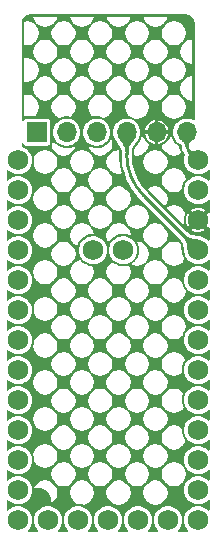
<source format=gbr>
%TF.GenerationSoftware,KiCad,Pcbnew,(6.0.1)*%
%TF.CreationDate,2022-02-07T23:01:22+01:00*%
%TF.ProjectId,pluto,706c7574-6f2e-46b6-9963-61645f706362,1.0*%
%TF.SameCoordinates,Original*%
%TF.FileFunction,Copper,L1,Top*%
%TF.FilePolarity,Positive*%
%FSLAX46Y46*%
G04 Gerber Fmt 4.6, Leading zero omitted, Abs format (unit mm)*
G04 Created by KiCad (PCBNEW (6.0.1)) date 2022-02-07 23:01:22*
%MOMM*%
%LPD*%
G01*
G04 APERTURE LIST*
%TA.AperFunction,ComponentPad*%
%ADD10C,1.752600*%
%TD*%
%TA.AperFunction,ComponentPad*%
%ADD11R,1.700000X1.700000*%
%TD*%
%TA.AperFunction,ComponentPad*%
%ADD12O,1.700000X1.700000*%
%TD*%
%TA.AperFunction,ViaPad*%
%ADD13C,0.800000*%
%TD*%
%TA.AperFunction,Conductor*%
%ADD14C,0.250000*%
%TD*%
G04 APERTURE END LIST*
D10*
%TO.P,J1,1,D6*%
%TO.N,unconnected-(J1-Pad1)*%
X139280000Y-100250000D03*
%TO.P,J1,2,D3*%
%TO.N,unconnected-(J1-Pad2)*%
X139280000Y-102790000D03*
%TO.P,J1,3,D2*%
%TO.N,unconnected-(J1-Pad3)*%
X139280000Y-105330000D03*
%TO.P,J1,4,GND*%
%TO.N,unconnected-(J1-Pad4)*%
X139280000Y-107870000D03*
%TO.P,J1,5,GND*%
%TO.N,unconnected-(J1-Pad5)*%
X139280000Y-110410000D03*
%TO.P,J1,6,D1*%
%TO.N,unconnected-(J1-Pad6)*%
X139280000Y-112950000D03*
%TO.P,J1,7,D0*%
%TO.N,unconnected-(J1-Pad7)*%
X139280000Y-115490000D03*
%TO.P,J1,8,D4*%
%TO.N,unconnected-(J1-Pad8)*%
X139280000Y-118030000D03*
%TO.P,J1,9,C6*%
%TO.N,unconnected-(J1-Pad9)*%
X139280000Y-120570000D03*
%TO.P,J1,10,D7*%
%TO.N,unconnected-(J1-Pad10)*%
X139280000Y-123110000D03*
%TO.P,J1,11,E6*%
%TO.N,unconnected-(J1-Pad11)*%
X139280000Y-125650000D03*
%TO.P,J1,12,B4*%
%TO.N,unconnected-(J1-Pad12)*%
X139280000Y-128190000D03*
%TO.P,J1,13,B5*%
%TO.N,unconnected-(J1-Pad13)*%
X139280000Y-130730000D03*
%TO.P,J1,14,B7*%
%TO.N,unconnected-(J1-Pad14)*%
X141820000Y-130730000D03*
%TO.P,J1,15,D5*%
%TO.N,unconnected-(J1-Pad15)*%
X144360000Y-130730000D03*
%TO.P,J1,16,C7*%
%TO.N,unconnected-(J1-Pad16)*%
X146900000Y-130730000D03*
%TO.P,J1,17,F1*%
%TO.N,unconnected-(J1-Pad17)*%
X149440000Y-130730000D03*
%TO.P,J1,18,F0*%
%TO.N,unconnected-(J1-Pad18)*%
X151980000Y-130730000D03*
%TO.P,J1,19,B6*%
%TO.N,unconnected-(J1-Pad19)*%
X154520000Y-130730000D03*
%TO.P,J1,20,B2*%
%TO.N,MOSI*%
X154520000Y-128190000D03*
%TO.P,J1,21,B3*%
%TO.N,MISO*%
X154520000Y-125650000D03*
%TO.P,J1,22,B1*%
%TO.N,SCK*%
X154520000Y-123110000D03*
%TO.P,J1,23,F7*%
%TO.N,unconnected-(J1-Pad23)*%
X154520000Y-120570000D03*
%TO.P,J1,24,F6*%
%TO.N,unconnected-(J1-Pad24)*%
X154520000Y-118030000D03*
%TO.P,J1,25,F5*%
%TO.N,unconnected-(J1-Pad25)*%
X154520000Y-115490000D03*
%TO.P,J1,26,F4*%
%TO.N,unconnected-(J1-Pad26)*%
X154520000Y-112950000D03*
%TO.P,J1,27,VCC*%
%TO.N,unconnected-(J1-Pad27)*%
X154520000Y-110410000D03*
%TO.P,J1,28,RST*%
%TO.N,RST*%
X154520000Y-107870000D03*
%TO.P,J1,29,GND*%
%TO.N,GND*%
X154520000Y-105330000D03*
%TO.P,J1,30,B0*%
%TO.N,unconnected-(J1-Pad30)*%
X154520000Y-102790000D03*
%TO.P,J1,31,VBUS*%
%TO.N,+5V*%
X154520000Y-100250000D03*
%TO.P,J1,32,D-*%
%TO.N,unconnected-(J1-Pad32)*%
X148170000Y-107870000D03*
%TO.P,J1,33,D+*%
%TO.N,unconnected-(J1-Pad33)*%
X145630000Y-107870000D03*
%TD*%
D11*
%TO.P,J2,1,Pin_1*%
%TO.N,MOSI*%
X140850000Y-97885000D03*
D12*
%TO.P,J2,2,Pin_2*%
%TO.N,MISO*%
X143390000Y-97885000D03*
%TO.P,J2,3,Pin_3*%
%TO.N,SCK*%
X145930000Y-97885000D03*
%TO.P,J2,4,Pin_4*%
%TO.N,RST*%
X148470000Y-97885000D03*
%TO.P,J2,5,Pin_5*%
%TO.N,GND*%
X151010000Y-97885000D03*
%TO.P,J2,6,Pin_6*%
%TO.N,+5V*%
X153550000Y-97885000D03*
%TD*%
D13*
%TO.N,GND*%
X140970000Y-129120000D03*
%TD*%
D14*
%TO.N,+5V*%
X153550000Y-97885000D02*
X153550000Y-99072893D01*
X153696447Y-99426447D02*
X154520000Y-100250000D01*
X153550000Y-99072893D02*
G75*
G03*
X153696447Y-99426447I499997J-1D01*
G01*
%TO.N,RST*%
X148470000Y-97885000D02*
X148470000Y-99748932D01*
X149934466Y-103284466D02*
X154520000Y-107870000D01*
X148470000Y-99748932D02*
G75*
G03*
X149934466Y-103284466I4999998J-1D01*
G01*
%TD*%
%TA.AperFunction,Conductor*%
%TO.N,+5V*%
G36*
X153560401Y-97493029D02*
G01*
X153561143Y-97494821D01*
X153926496Y-98636505D01*
X153925754Y-98645428D01*
X153921056Y-98650286D01*
X153914855Y-98653748D01*
X153903643Y-98660007D01*
X153873488Y-98680256D01*
X153873303Y-98680403D01*
X153873294Y-98680410D01*
X153856149Y-98694072D01*
X153840620Y-98706447D01*
X153806711Y-98738660D01*
X153773431Y-98776976D01*
X153742454Y-98821474D01*
X153715450Y-98872234D01*
X153694092Y-98929337D01*
X153680051Y-98992864D01*
X153680021Y-98993286D01*
X153675783Y-99052035D01*
X153671770Y-99060040D01*
X153664113Y-99062893D01*
X153435887Y-99062893D01*
X153427614Y-99059466D01*
X153424217Y-99052035D01*
X153419978Y-98993286D01*
X153419948Y-98992864D01*
X153405907Y-98929337D01*
X153384549Y-98872234D01*
X153357545Y-98821474D01*
X153326568Y-98776976D01*
X153293288Y-98738660D01*
X153259379Y-98706447D01*
X153243850Y-98694072D01*
X153226705Y-98680410D01*
X153226696Y-98680403D01*
X153226511Y-98680256D01*
X153196356Y-98660007D01*
X153178943Y-98650286D01*
X153173391Y-98643262D01*
X153173504Y-98636505D01*
X153173505Y-98636504D01*
X153538857Y-97494821D01*
X153544642Y-97487986D01*
X153553566Y-97487244D01*
X153560401Y-97493029D01*
G37*
%TD.AperFunction*%
%TD*%
%TA.AperFunction,Conductor*%
%TO.N,GND*%
G36*
X153500126Y-87921123D02*
G01*
X153519999Y-87924627D01*
X153526839Y-87923421D01*
X153546941Y-87922653D01*
X153565791Y-87924510D01*
X153649309Y-87932736D01*
X153663536Y-87935566D01*
X153780904Y-87971169D01*
X153794306Y-87976721D01*
X153902470Y-88034536D01*
X153914532Y-88042595D01*
X154009340Y-88120401D01*
X154019598Y-88130659D01*
X154097404Y-88225467D01*
X154105463Y-88237529D01*
X154163278Y-88345693D01*
X154168830Y-88359095D01*
X154204433Y-88476463D01*
X154207263Y-88490690D01*
X154217346Y-88593057D01*
X154216578Y-88613160D01*
X154215372Y-88620000D01*
X154216496Y-88626374D01*
X154218876Y-88639872D01*
X154220000Y-88652722D01*
X154220000Y-96813085D01*
X154202687Y-96860651D01*
X154158850Y-96885961D01*
X154106513Y-96875669D01*
X154077421Y-96857313D01*
X154077413Y-96857309D01*
X154074554Y-96855505D01*
X154071412Y-96854251D01*
X154071409Y-96854250D01*
X153881314Y-96778410D01*
X153881311Y-96778409D01*
X153878160Y-96777152D01*
X153690734Y-96739871D01*
X153674099Y-96736562D01*
X153674097Y-96736562D01*
X153670775Y-96735901D01*
X153577571Y-96734681D01*
X153462739Y-96733177D01*
X153462734Y-96733177D01*
X153459346Y-96733133D01*
X153456000Y-96733708D01*
X153455999Y-96733708D01*
X153398864Y-96743526D01*
X153250953Y-96768941D01*
X153052575Y-96842127D01*
X152870856Y-96950238D01*
X152868312Y-96952469D01*
X152868308Y-96952472D01*
X152781282Y-97028792D01*
X152711881Y-97089655D01*
X152709784Y-97092314D01*
X152709783Y-97092316D01*
X152692226Y-97114588D01*
X152580976Y-97255708D01*
X152482523Y-97442836D01*
X152481517Y-97446075D01*
X152481516Y-97446078D01*
X152465117Y-97498891D01*
X152419820Y-97644773D01*
X152394967Y-97854754D01*
X152408796Y-98065749D01*
X152409632Y-98069040D01*
X152409632Y-98069041D01*
X152419194Y-98106689D01*
X152460845Y-98270690D01*
X152462261Y-98273762D01*
X152462263Y-98273767D01*
X152544292Y-98451702D01*
X152549369Y-98462714D01*
X152551327Y-98465484D01*
X152669446Y-98632620D01*
X152669450Y-98632624D01*
X152671405Y-98635391D01*
X152673830Y-98637753D01*
X152673834Y-98637758D01*
X152737110Y-98699398D01*
X152822865Y-98782937D01*
X152825683Y-98784820D01*
X152825688Y-98784824D01*
X152981880Y-98889188D01*
X152998677Y-98900411D01*
X153001791Y-98901749D01*
X153001795Y-98901751D01*
X153016697Y-98908153D01*
X153038852Y-98917671D01*
X153055768Y-98927797D01*
X153056893Y-98928694D01*
X153056900Y-98928698D01*
X153059688Y-98930920D01*
X153064535Y-98935139D01*
X153073658Y-98943806D01*
X153078558Y-98948930D01*
X153086933Y-98958572D01*
X153091798Y-98964819D01*
X153098582Y-98974564D01*
X153103179Y-98982088D01*
X153108172Y-98991473D01*
X153112152Y-99000305D01*
X153115708Y-99009813D01*
X153118652Y-99019758D01*
X153120844Y-99029673D01*
X153121678Y-99057221D01*
X153119196Y-99072892D01*
X153120107Y-99078644D01*
X153123595Y-99100667D01*
X153124278Y-99106437D01*
X153131407Y-99197013D01*
X153133068Y-99218121D01*
X153133746Y-99220945D01*
X153156251Y-99314685D01*
X153167075Y-99359773D01*
X153168186Y-99362456D01*
X153168188Y-99362461D01*
X153190101Y-99415362D01*
X153222824Y-99494362D01*
X153298940Y-99618572D01*
X153313422Y-99635528D01*
X153371691Y-99703752D01*
X153375287Y-99708314D01*
X153388400Y-99726362D01*
X153388404Y-99726366D01*
X153391824Y-99731073D01*
X153396533Y-99734494D01*
X153400652Y-99738613D01*
X153399389Y-99739876D01*
X153423321Y-99775355D01*
X153424568Y-99781428D01*
X153424740Y-99782490D01*
X153422364Y-99816265D01*
X153419197Y-99826466D01*
X153363984Y-100004281D01*
X153359993Y-100038003D01*
X153346639Y-100150833D01*
X153338563Y-100219063D01*
X153352708Y-100434881D01*
X153405947Y-100644507D01*
X153407363Y-100647579D01*
X153407365Y-100647584D01*
X153447044Y-100733654D01*
X153496495Y-100840921D01*
X153621320Y-101017545D01*
X153776243Y-101168464D01*
X153779062Y-101170348D01*
X153779065Y-101170350D01*
X153953252Y-101286738D01*
X153953257Y-101286741D01*
X153956074Y-101288623D01*
X153959194Y-101289963D01*
X153959195Y-101289964D01*
X154151671Y-101372659D01*
X154151675Y-101372660D01*
X154154791Y-101373999D01*
X154261295Y-101398098D01*
X154362423Y-101420981D01*
X154362426Y-101420981D01*
X154365739Y-101421731D01*
X154473796Y-101425976D01*
X154578458Y-101430089D01*
X154578462Y-101430089D01*
X154581853Y-101430222D01*
X154724340Y-101409563D01*
X154792538Y-101399675D01*
X154792539Y-101399675D01*
X154795896Y-101399188D01*
X155000698Y-101329666D01*
X155003650Y-101328013D01*
X155003654Y-101328011D01*
X155186443Y-101225645D01*
X155186446Y-101225643D01*
X155189403Y-101223987D01*
X155192008Y-101221820D01*
X155192013Y-101221817D01*
X155353080Y-101087857D01*
X155355688Y-101085688D01*
X155359104Y-101081581D01*
X155359709Y-101081228D01*
X155360256Y-101080681D01*
X155360400Y-101080825D01*
X155402830Y-101056078D01*
X155452718Y-101064649D01*
X155485425Y-101103282D01*
X155490000Y-101128897D01*
X155490000Y-101914800D01*
X155472687Y-101962366D01*
X155428850Y-101987676D01*
X155379000Y-101978886D01*
X155365769Y-101969140D01*
X155241952Y-101854685D01*
X155241948Y-101854682D01*
X155239460Y-101852382D01*
X155056545Y-101736971D01*
X155053407Y-101735719D01*
X155053401Y-101735716D01*
X154858815Y-101658085D01*
X154858812Y-101658084D01*
X154855661Y-101656827D01*
X154852334Y-101656165D01*
X154852330Y-101656164D01*
X154646860Y-101615293D01*
X154646858Y-101615293D01*
X154643536Y-101614632D01*
X154548358Y-101613386D01*
X154430667Y-101611845D01*
X154430662Y-101611845D01*
X154427274Y-101611801D01*
X154423928Y-101612376D01*
X154423927Y-101612376D01*
X154364049Y-101622665D01*
X154214117Y-101648428D01*
X154011204Y-101723287D01*
X153825331Y-101833870D01*
X153822787Y-101836101D01*
X153822783Y-101836104D01*
X153733048Y-101914800D01*
X153662722Y-101976474D01*
X153528824Y-102146323D01*
X153428120Y-102337729D01*
X153427114Y-102340968D01*
X153427113Y-102340971D01*
X153382215Y-102485566D01*
X153363984Y-102544281D01*
X153338563Y-102759063D01*
X153352708Y-102974881D01*
X153405947Y-103184507D01*
X153407363Y-103187579D01*
X153407365Y-103187584D01*
X153447044Y-103273654D01*
X153496495Y-103380921D01*
X153621320Y-103557545D01*
X153776243Y-103708464D01*
X153779062Y-103710348D01*
X153779065Y-103710350D01*
X153953252Y-103826738D01*
X153953257Y-103826741D01*
X153956074Y-103828623D01*
X153959194Y-103829963D01*
X153959195Y-103829964D01*
X154151671Y-103912659D01*
X154151675Y-103912660D01*
X154154791Y-103913999D01*
X154261295Y-103938098D01*
X154362423Y-103960981D01*
X154362426Y-103960981D01*
X154365739Y-103961731D01*
X154473796Y-103965976D01*
X154578458Y-103970089D01*
X154578462Y-103970089D01*
X154581853Y-103970222D01*
X154724340Y-103949563D01*
X154792538Y-103939675D01*
X154792539Y-103939675D01*
X154795896Y-103939188D01*
X155000698Y-103869666D01*
X155003650Y-103868013D01*
X155003654Y-103868011D01*
X155186443Y-103765645D01*
X155186446Y-103765643D01*
X155189403Y-103763987D01*
X155192008Y-103761820D01*
X155192013Y-103761817D01*
X155353080Y-103627857D01*
X155355688Y-103625688D01*
X155359104Y-103621581D01*
X155359709Y-103621228D01*
X155360256Y-103620681D01*
X155360400Y-103620825D01*
X155402830Y-103596078D01*
X155452718Y-103604649D01*
X155485425Y-103643282D01*
X155490000Y-103668897D01*
X155490000Y-104687635D01*
X155472687Y-104735201D01*
X155428850Y-104760511D01*
X155379000Y-104751721D01*
X155358655Y-104734406D01*
X155353007Y-104727481D01*
X155343872Y-104722036D01*
X155339366Y-104722766D01*
X154741358Y-105320774D01*
X154736863Y-105330413D01*
X154738444Y-105336312D01*
X155336740Y-105934608D01*
X155346379Y-105939103D01*
X155351155Y-105937823D01*
X155359984Y-105927595D01*
X155404171Y-105902902D01*
X155453893Y-105912388D01*
X155485884Y-105951616D01*
X155490000Y-105975950D01*
X155490000Y-106994800D01*
X155472687Y-107042366D01*
X155428850Y-107067676D01*
X155379000Y-107058886D01*
X155365769Y-107049140D01*
X155241952Y-106934685D01*
X155241948Y-106934682D01*
X155239460Y-106932382D01*
X155056545Y-106816971D01*
X155053407Y-106815719D01*
X155053401Y-106815716D01*
X154858815Y-106738085D01*
X154858812Y-106738084D01*
X154855661Y-106736827D01*
X154819350Y-106729604D01*
X154787309Y-106723230D01*
X154780854Y-106721641D01*
X154713716Y-106701881D01*
X154713682Y-106701872D01*
X154713317Y-106701764D01*
X154699934Y-106698159D01*
X154698884Y-106697902D01*
X154698491Y-106697815D01*
X154698468Y-106697810D01*
X154685766Y-106695010D01*
X154685762Y-106695009D01*
X154685353Y-106694919D01*
X154632744Y-106684591D01*
X154632486Y-106684540D01*
X154568739Y-106672027D01*
X154525049Y-106663451D01*
X154520287Y-106662603D01*
X154515065Y-106661672D01*
X154515032Y-106661666D01*
X154514704Y-106661608D01*
X154513911Y-106661481D01*
X154513626Y-106661441D01*
X154513609Y-106661438D01*
X154503526Y-106660008D01*
X154503524Y-106660008D01*
X154503258Y-106659970D01*
X154503032Y-106659942D01*
X154502994Y-106659937D01*
X154393293Y-106646383D01*
X154357043Y-106641904D01*
X154352187Y-106641344D01*
X154351853Y-106641308D01*
X154351735Y-106641296D01*
X154350090Y-106641134D01*
X154346844Y-106640814D01*
X154346615Y-106640793D01*
X154346601Y-106640792D01*
X154214295Y-106628849D01*
X154212924Y-106628713D01*
X154100973Y-106616502D01*
X154095425Y-106615683D01*
X154005806Y-106598963D01*
X153996839Y-106596702D01*
X153918531Y-106571661D01*
X153908195Y-106567474D01*
X153825995Y-106526713D01*
X153816592Y-106521150D01*
X153717658Y-106452280D01*
X153710390Y-106446512D01*
X153588797Y-106336909D01*
X153586017Y-106334269D01*
X153407773Y-106156025D01*
X153911251Y-106156025D01*
X153912506Y-106160706D01*
X153928685Y-106174476D01*
X153934605Y-106178590D01*
X154103975Y-106273249D01*
X154110576Y-106276132D01*
X154295105Y-106336089D01*
X154302150Y-106337638D01*
X154494803Y-106360611D01*
X154502015Y-106360762D01*
X154695466Y-106345877D01*
X154702565Y-106344625D01*
X154889450Y-106292446D01*
X154896158Y-106289844D01*
X155069346Y-106202361D01*
X155075434Y-106198497D01*
X155121813Y-106162262D01*
X155127450Y-106153240D01*
X155126852Y-106148984D01*
X154529226Y-105551358D01*
X154519587Y-105546863D01*
X154513688Y-105548444D01*
X153915746Y-106146386D01*
X153911251Y-106156025D01*
X153407773Y-106156025D01*
X151551335Y-104299587D01*
X151831349Y-104299587D01*
X153237331Y-105705569D01*
X153318973Y-105583383D01*
X153315347Y-105570739D01*
X153314437Y-105567247D01*
X153313321Y-105562491D01*
X153312580Y-105558944D01*
X153309973Y-105544739D01*
X153309407Y-105541167D01*
X153308761Y-105536325D01*
X153308371Y-105532731D01*
X153291530Y-105332169D01*
X153291315Y-105328553D01*
X153291145Y-105323673D01*
X153291107Y-105320067D01*
X153291119Y-105319212D01*
X153489138Y-105319212D01*
X153505373Y-105512556D01*
X153506674Y-105519643D01*
X153560156Y-105706155D01*
X153562806Y-105712850D01*
X153651499Y-105885428D01*
X153655399Y-105891480D01*
X153687524Y-105932013D01*
X153696584Y-105937587D01*
X153700922Y-105936946D01*
X154298642Y-105339226D01*
X154303137Y-105329587D01*
X154301556Y-105323688D01*
X153703933Y-104726065D01*
X153694294Y-104721570D01*
X153689705Y-104722800D01*
X153671413Y-104744599D01*
X153667347Y-104750537D01*
X153573869Y-104920573D01*
X153571033Y-104927190D01*
X153512363Y-105112141D01*
X153510867Y-105119180D01*
X153489239Y-105312003D01*
X153489138Y-105319212D01*
X153291119Y-105319212D01*
X153291308Y-105305626D01*
X153291447Y-105302007D01*
X153291754Y-105297130D01*
X153292069Y-105293530D01*
X153314504Y-105093517D01*
X153314994Y-105089939D01*
X153315775Y-105085115D01*
X153316442Y-105081554D01*
X153319445Y-105067428D01*
X153320281Y-105063918D01*
X153321528Y-105059197D01*
X153322538Y-105055720D01*
X153383395Y-104863873D01*
X153384571Y-104860456D01*
X153386273Y-104855879D01*
X153387616Y-104852522D01*
X153393305Y-104839247D01*
X153394814Y-104835952D01*
X153396957Y-104831559D01*
X153398619Y-104828353D01*
X153431817Y-104767967D01*
X153422454Y-104720894D01*
X153279116Y-104506374D01*
X153912243Y-104506374D01*
X153912928Y-104510796D01*
X154510774Y-105108642D01*
X154520413Y-105113137D01*
X154526312Y-105111556D01*
X155123652Y-104514216D01*
X155128147Y-104504577D01*
X155126941Y-104500079D01*
X155099472Y-104477354D01*
X155093487Y-104473317D01*
X154922817Y-104381036D01*
X154916176Y-104378244D01*
X154730820Y-104320867D01*
X154723767Y-104319419D01*
X154530795Y-104299137D01*
X154523596Y-104299087D01*
X154330365Y-104316673D01*
X154323288Y-104318023D01*
X154137152Y-104372805D01*
X154130476Y-104375503D01*
X153958524Y-104465396D01*
X153952498Y-104469340D01*
X153917753Y-104497276D01*
X153912243Y-104506374D01*
X153279116Y-104506374D01*
X153217908Y-104414770D01*
X153122148Y-104319010D01*
X152816024Y-104114464D01*
X152462214Y-104044087D01*
X152108404Y-104114464D01*
X151831349Y-104299587D01*
X151551335Y-104299587D01*
X150263133Y-103011385D01*
X150255592Y-103002555D01*
X150242511Y-102984551D01*
X150239090Y-102979842D01*
X150234383Y-102976422D01*
X150234381Y-102976420D01*
X150223618Y-102968600D01*
X150212557Y-102958728D01*
X150012487Y-102740390D01*
X150281045Y-102740390D01*
X150350107Y-102815759D01*
X150355476Y-102819660D01*
X150360039Y-102823258D01*
X150366005Y-102828354D01*
X150370270Y-102832297D01*
X150386640Y-102848668D01*
X150390581Y-102852931D01*
X150395676Y-102858896D01*
X150399275Y-102863461D01*
X150410040Y-102878278D01*
X151681696Y-104149934D01*
X151866819Y-103872879D01*
X151937196Y-103519069D01*
X151866819Y-103165259D01*
X151662273Y-102859135D01*
X151566513Y-102763375D01*
X151260389Y-102558829D01*
X150906579Y-102488452D01*
X150552769Y-102558829D01*
X150281045Y-102740390D01*
X150012487Y-102740390D01*
X149967906Y-102691738D01*
X149963757Y-102686792D01*
X149724758Y-102375323D01*
X149721055Y-102370035D01*
X149510103Y-102038907D01*
X149506875Y-102033316D01*
X149470497Y-101963434D01*
X151431598Y-101963434D01*
X151501975Y-102317244D01*
X151706521Y-102623369D01*
X151802279Y-102719127D01*
X152108404Y-102923673D01*
X152462214Y-102994050D01*
X152816024Y-102923673D01*
X153122149Y-102719127D01*
X153146829Y-102694447D01*
X153167357Y-102521008D01*
X153167832Y-102517656D01*
X153168578Y-102513136D01*
X153169208Y-102509798D01*
X153172024Y-102496552D01*
X153172804Y-102493256D01*
X153173960Y-102488826D01*
X153174891Y-102485566D01*
X153239027Y-102279014D01*
X153240104Y-102275804D01*
X153241660Y-102271499D01*
X153242886Y-102268337D01*
X153248068Y-102255825D01*
X153249439Y-102252718D01*
X153251385Y-102248569D01*
X153252893Y-102245536D01*
X153353597Y-102054130D01*
X153355244Y-102051166D01*
X153357561Y-102047213D01*
X153359343Y-102044327D01*
X153366719Y-102032970D01*
X153368625Y-102030177D01*
X153371291Y-102026456D01*
X153373332Y-102023742D01*
X153478333Y-101890549D01*
X153422454Y-101609624D01*
X153217908Y-101303500D01*
X153122148Y-101207740D01*
X152816024Y-101003194D01*
X152462214Y-100932818D01*
X152108404Y-101003194D01*
X151802280Y-101207740D01*
X151706521Y-101303499D01*
X151501975Y-101609624D01*
X151431598Y-101963434D01*
X149470497Y-101963434D01*
X149325587Y-101685065D01*
X149322859Y-101679215D01*
X149172612Y-101316486D01*
X149170404Y-101310419D01*
X149052344Y-100935982D01*
X149050673Y-100929747D01*
X148987437Y-100644507D01*
X148965693Y-100546427D01*
X148964575Y-100540084D01*
X148962708Y-100525896D01*
X148947160Y-100407799D01*
X149875963Y-100407799D01*
X149946340Y-100761609D01*
X150150886Y-101067734D01*
X150246644Y-101163492D01*
X150552769Y-101368038D01*
X150906579Y-101438415D01*
X151260389Y-101368038D01*
X151566514Y-101163492D01*
X151662273Y-101067733D01*
X151866819Y-100761609D01*
X151937196Y-100407799D01*
X151866819Y-100053989D01*
X151662273Y-99747865D01*
X151566513Y-99652105D01*
X151260389Y-99447559D01*
X150906579Y-99377183D01*
X150552769Y-99447559D01*
X150246645Y-99652105D01*
X150150886Y-99747864D01*
X149946340Y-100053989D01*
X149875963Y-100407799D01*
X148947160Y-100407799D01*
X148913329Y-100150828D01*
X148912766Y-100144402D01*
X148907597Y-100025995D01*
X148896971Y-99782627D01*
X148897812Y-99767823D01*
X148899893Y-99754684D01*
X148900804Y-99748932D01*
X148896411Y-99721196D01*
X148895500Y-99709620D01*
X148895500Y-99699863D01*
X149093500Y-99699863D01*
X149096366Y-99717958D01*
X149097049Y-99723724D01*
X149097665Y-99731546D01*
X149097893Y-99737356D01*
X149097893Y-99760508D01*
X149097665Y-99766318D01*
X149097049Y-99774140D01*
X149096366Y-99779904D01*
X149095328Y-99786460D01*
X149097331Y-99832334D01*
X149350944Y-99882780D01*
X149704754Y-99812404D01*
X150010878Y-99607858D01*
X150106638Y-99512098D01*
X150311184Y-99205974D01*
X150352273Y-98999404D01*
X151460886Y-98999404D01*
X151501975Y-99205974D01*
X151706521Y-99512099D01*
X151802280Y-99607858D01*
X152108404Y-99812404D01*
X152462214Y-99882780D01*
X152816024Y-99812404D01*
X153078164Y-99637247D01*
X153054002Y-99597817D01*
X153052536Y-99595317D01*
X153050618Y-99591893D01*
X153049246Y-99589326D01*
X153043974Y-99578980D01*
X153042701Y-99576356D01*
X153041057Y-99572789D01*
X153039896Y-99570134D01*
X152984147Y-99435545D01*
X152983085Y-99432831D01*
X152981726Y-99429146D01*
X152980776Y-99426406D01*
X152977188Y-99415362D01*
X152976349Y-99412597D01*
X152975283Y-99408820D01*
X152974546Y-99405995D01*
X152940539Y-99264343D01*
X152939914Y-99261497D01*
X152939149Y-99257649D01*
X152938641Y-99254799D01*
X152936824Y-99243330D01*
X152936426Y-99240454D01*
X152935964Y-99236553D01*
X152935678Y-99233656D01*
X152927270Y-99126824D01*
X152923634Y-99103867D01*
X152922951Y-99098100D01*
X152922335Y-99090278D01*
X152922107Y-99084468D01*
X152922107Y-99083014D01*
X152920521Y-99082333D01*
X152917427Y-99080919D01*
X152913307Y-99078920D01*
X152910301Y-99077376D01*
X152898399Y-99070914D01*
X152895460Y-99069230D01*
X152891538Y-99066862D01*
X152888674Y-99065042D01*
X152712862Y-98947568D01*
X152710085Y-98945619D01*
X152706398Y-98942903D01*
X152703717Y-98940832D01*
X152693192Y-98932309D01*
X152690613Y-98930121D01*
X152687189Y-98927079D01*
X152684701Y-98924764D01*
X152533241Y-98777218D01*
X152530860Y-98774789D01*
X152527729Y-98771445D01*
X152525476Y-98768926D01*
X152516682Y-98758629D01*
X152514542Y-98756004D01*
X152511731Y-98752390D01*
X152509711Y-98749666D01*
X152387675Y-98576989D01*
X152385784Y-98574179D01*
X152383316Y-98570324D01*
X152381554Y-98567428D01*
X152374782Y-98555700D01*
X152373153Y-98552724D01*
X152371046Y-98548655D01*
X152369556Y-98545609D01*
X152281032Y-98353585D01*
X152279681Y-98350468D01*
X152277956Y-98346224D01*
X152276754Y-98343060D01*
X152272234Y-98330295D01*
X152271181Y-98327091D01*
X152269851Y-98322710D01*
X152268937Y-98319430D01*
X152216888Y-98114489D01*
X152216127Y-98111174D01*
X152215205Y-98106689D01*
X152214600Y-98103367D01*
X152212481Y-98089991D01*
X152212028Y-98086634D01*
X152211519Y-98082081D01*
X152211219Y-98078699D01*
X152197812Y-97874140D01*
X152126036Y-97888417D01*
X152136214Y-97896142D01*
X152144661Y-97903636D01*
X152155238Y-97914570D01*
X152169628Y-97935864D01*
X152177578Y-97953679D01*
X152182162Y-97967440D01*
X152193377Y-98016801D01*
X152195128Y-98029578D01*
X152195977Y-98046923D01*
X152195482Y-98059815D01*
X152186308Y-98132436D01*
X152185765Y-98136022D01*
X152184916Y-98140833D01*
X152184203Y-98144369D01*
X152181003Y-98158453D01*
X152180118Y-98161952D01*
X152178805Y-98166656D01*
X152177746Y-98170119D01*
X152115844Y-98356203D01*
X152114621Y-98359600D01*
X152112855Y-98364154D01*
X152111464Y-98367496D01*
X152105590Y-98380690D01*
X152104038Y-98383959D01*
X152101835Y-98388320D01*
X152100127Y-98391506D01*
X152003260Y-98562023D01*
X152001396Y-98565124D01*
X151998778Y-98569249D01*
X151996767Y-98572253D01*
X151988442Y-98584054D01*
X151986288Y-98586954D01*
X151983281Y-98590803D01*
X151980985Y-98593599D01*
X151852843Y-98742053D01*
X151850415Y-98744730D01*
X151847046Y-98748268D01*
X151844488Y-98750827D01*
X151834029Y-98760787D01*
X151831341Y-98763223D01*
X151827643Y-98766414D01*
X151824858Y-98768702D01*
X151670321Y-98889440D01*
X151667425Y-98891591D01*
X151663434Y-98894407D01*
X151660424Y-98896422D01*
X151648230Y-98904161D01*
X151645126Y-98906026D01*
X151640878Y-98908439D01*
X151637694Y-98910147D01*
X151462648Y-98998568D01*
X151460886Y-98999404D01*
X150352273Y-98999404D01*
X150371883Y-98900820D01*
X150339929Y-98882961D01*
X150336818Y-98881122D01*
X150332676Y-98878534D01*
X150329656Y-98876543D01*
X150317797Y-98868301D01*
X150314879Y-98866165D01*
X150311008Y-98863184D01*
X150308197Y-98860908D01*
X150158851Y-98733805D01*
X150156155Y-98731394D01*
X150152593Y-98728049D01*
X150150017Y-98725509D01*
X150139985Y-98715120D01*
X150137538Y-98712458D01*
X150134321Y-98708783D01*
X150132008Y-98706007D01*
X150010195Y-98552317D01*
X150008019Y-98549430D01*
X150005176Y-98545459D01*
X150003144Y-98542469D01*
X149995320Y-98530329D01*
X149993437Y-98527244D01*
X149990994Y-98523013D01*
X149989261Y-98519835D01*
X149899619Y-98345411D01*
X149898042Y-98342148D01*
X149896024Y-98337698D01*
X149894614Y-98334375D01*
X149889298Y-98320947D01*
X149888051Y-98317558D01*
X149886477Y-98312935D01*
X149885395Y-98309482D01*
X149831340Y-98120969D01*
X149830430Y-98117477D01*
X149829314Y-98112721D01*
X149828573Y-98109174D01*
X149825966Y-98094969D01*
X149825400Y-98091397D01*
X149824754Y-98086555D01*
X149824364Y-98082961D01*
X149821728Y-98051568D01*
X149821482Y-98046798D01*
X149821405Y-98042792D01*
X150019687Y-98042792D01*
X150021366Y-98062786D01*
X150022667Y-98069873D01*
X150074727Y-98251427D01*
X150077377Y-98258122D01*
X150163711Y-98426110D01*
X150167616Y-98432168D01*
X150284930Y-98580182D01*
X150289935Y-98585366D01*
X150433768Y-98707776D01*
X150439687Y-98711890D01*
X150604555Y-98804032D01*
X150611156Y-98806915D01*
X150790780Y-98865278D01*
X150797825Y-98866827D01*
X150847043Y-98872696D01*
X150857400Y-98870267D01*
X150860000Y-98866791D01*
X150860000Y-98863409D01*
X151160000Y-98863409D01*
X151163638Y-98873405D01*
X151167876Y-98875851D01*
X151180877Y-98874851D01*
X151187977Y-98873599D01*
X151369891Y-98822807D01*
X151376599Y-98820206D01*
X151545195Y-98735043D01*
X151551269Y-98731188D01*
X151700104Y-98614905D01*
X151705323Y-98609935D01*
X151828736Y-98466959D01*
X151832885Y-98461079D01*
X151926180Y-98296848D01*
X151929108Y-98290273D01*
X151988725Y-98111056D01*
X151990322Y-98104031D01*
X151997407Y-98047944D01*
X151995051Y-98037573D01*
X151991660Y-98035000D01*
X151173048Y-98035000D01*
X151163052Y-98038638D01*
X151160000Y-98043925D01*
X151160000Y-98863409D01*
X150860000Y-98863409D01*
X150860000Y-98048048D01*
X150856362Y-98038052D01*
X150851075Y-98035000D01*
X150032081Y-98035000D01*
X150022085Y-98038638D01*
X150019687Y-98042792D01*
X149821405Y-98042792D01*
X149821358Y-98040348D01*
X149821420Y-98035572D01*
X149822284Y-98016530D01*
X149822496Y-98013362D01*
X149822873Y-98009101D01*
X149826512Y-97991837D01*
X149831646Y-97976711D01*
X149820371Y-97969177D01*
X149820079Y-97971715D01*
X149819797Y-97973883D01*
X149789455Y-98183143D01*
X149788892Y-98186486D01*
X149788028Y-98190983D01*
X149787313Y-98194295D01*
X149784152Y-98207462D01*
X149783285Y-98210739D01*
X149782013Y-98215139D01*
X149780997Y-98218374D01*
X149713030Y-98418599D01*
X149711866Y-98421785D01*
X149710197Y-98426049D01*
X149708891Y-98429174D01*
X149703383Y-98441546D01*
X149701932Y-98444614D01*
X149699879Y-98448709D01*
X149698292Y-98451702D01*
X149594974Y-98636189D01*
X149593256Y-98639098D01*
X149592089Y-98640975D01*
X149586066Y-98652028D01*
X149585920Y-98652296D01*
X149585652Y-98652783D01*
X149585403Y-98653232D01*
X149584574Y-98654714D01*
X149584310Y-98655181D01*
X149584017Y-98655696D01*
X149583848Y-98655992D01*
X149576975Y-98667944D01*
X149576778Y-98668285D01*
X149576491Y-98668778D01*
X149576263Y-98669166D01*
X149575397Y-98670633D01*
X149575171Y-98671013D01*
X149574873Y-98671511D01*
X149574658Y-98671869D01*
X149574101Y-98672788D01*
X149573888Y-98673137D01*
X149573583Y-98673634D01*
X149573344Y-98674020D01*
X149572445Y-98675465D01*
X149572247Y-98675781D01*
X149571945Y-98676261D01*
X149571696Y-98676655D01*
X149564285Y-98688271D01*
X149564042Y-98688649D01*
X149563731Y-98689130D01*
X149563514Y-98689464D01*
X149562585Y-98690884D01*
X149562331Y-98691270D01*
X149562014Y-98691748D01*
X149561799Y-98692070D01*
X149473898Y-98823120D01*
X149473718Y-98823388D01*
X149473458Y-98823772D01*
X149473253Y-98824072D01*
X149472488Y-98825190D01*
X149472300Y-98825463D01*
X149472043Y-98825835D01*
X149471851Y-98826112D01*
X149465571Y-98835114D01*
X149465368Y-98835403D01*
X149465115Y-98835762D01*
X149464943Y-98836006D01*
X149464159Y-98837109D01*
X149463985Y-98837352D01*
X149463709Y-98837737D01*
X149463474Y-98838064D01*
X149463007Y-98838708D01*
X149462805Y-98838984D01*
X149462537Y-98839350D01*
X149462342Y-98839615D01*
X149461597Y-98840623D01*
X149461467Y-98840799D01*
X149461232Y-98841115D01*
X149461014Y-98841406D01*
X149454923Y-98849513D01*
X149454651Y-98849874D01*
X149454390Y-98850217D01*
X149454277Y-98850364D01*
X149453519Y-98851355D01*
X149453356Y-98851568D01*
X149453104Y-98851895D01*
X149452894Y-98852165D01*
X149390871Y-98931881D01*
X149365561Y-98964411D01*
X149365562Y-98964411D01*
X149365479Y-98964518D01*
X149365289Y-98964762D01*
X149364933Y-98965217D01*
X149364860Y-98965310D01*
X149364703Y-98965510D01*
X149364543Y-98965713D01*
X149361567Y-98969477D01*
X149361372Y-98969722D01*
X149361245Y-98969882D01*
X149360867Y-98970356D01*
X149360723Y-98970535D01*
X149360597Y-98970692D01*
X149360555Y-98970745D01*
X149360317Y-98971041D01*
X149360309Y-98971051D01*
X149360198Y-98971189D01*
X149360041Y-98971383D01*
X149359649Y-98971867D01*
X149359511Y-98972037D01*
X149359357Y-98972226D01*
X149359268Y-98972336D01*
X149356135Y-98976166D01*
X149356064Y-98976251D01*
X149355904Y-98976446D01*
X149355738Y-98976649D01*
X149355357Y-98977110D01*
X149355084Y-98977438D01*
X149354987Y-98977554D01*
X149273772Y-99075218D01*
X149209861Y-99155099D01*
X149167877Y-99216605D01*
X149140105Y-99270722D01*
X149118275Y-99335770D01*
X149101029Y-99432419D01*
X149093500Y-99578141D01*
X149093500Y-99699863D01*
X148895500Y-99699863D01*
X148895500Y-99574956D01*
X148895599Y-99571138D01*
X148903694Y-99414456D01*
X148904746Y-99405274D01*
X148924963Y-99291978D01*
X148927657Y-99281434D01*
X148943020Y-99235656D01*
X148955365Y-99198873D01*
X148959682Y-99188634D01*
X148995261Y-99119306D01*
X148999978Y-99111375D01*
X149048978Y-99039588D01*
X149052315Y-99035076D01*
X149053971Y-99033007D01*
X149077201Y-99003972D01*
X149119876Y-98950633D01*
X149120761Y-98949548D01*
X149184670Y-98872696D01*
X149202878Y-98850800D01*
X149206011Y-98846970D01*
X149206249Y-98846674D01*
X149209225Y-98842910D01*
X149234601Y-98810295D01*
X149296624Y-98730579D01*
X149302715Y-98722472D01*
X149303182Y-98721828D01*
X149309462Y-98712826D01*
X149316716Y-98702012D01*
X149397127Y-98582128D01*
X149397131Y-98582122D01*
X149397363Y-98581776D01*
X149404774Y-98570160D01*
X149405331Y-98569241D01*
X149411978Y-98557683D01*
X149411982Y-98557675D01*
X149412204Y-98557289D01*
X149420438Y-98542178D01*
X149421833Y-98539906D01*
X149422219Y-98539442D01*
X149443307Y-98501787D01*
X149523881Y-98357913D01*
X149523883Y-98357908D01*
X149525537Y-98354955D01*
X149593504Y-98154730D01*
X149593991Y-98151373D01*
X149593992Y-98151368D01*
X149623533Y-97947629D01*
X149623533Y-97947628D01*
X149623846Y-97945470D01*
X149625429Y-97885000D01*
X149611646Y-97735000D01*
X149610455Y-97722033D01*
X150021965Y-97722033D01*
X150024466Y-97732372D01*
X150028030Y-97735000D01*
X150846952Y-97735000D01*
X150856948Y-97731362D01*
X150860000Y-97726075D01*
X150860000Y-97721952D01*
X151160000Y-97721952D01*
X151163638Y-97731948D01*
X151168925Y-97735000D01*
X151987083Y-97735000D01*
X151997079Y-97731362D01*
X151999383Y-97727371D01*
X151996055Y-97693428D01*
X151994656Y-97686361D01*
X151940065Y-97505549D01*
X151937321Y-97498891D01*
X151848651Y-97332126D01*
X151844665Y-97326127D01*
X151725291Y-97179760D01*
X151720215Y-97174649D01*
X151574694Y-97054263D01*
X151568709Y-97050226D01*
X151402574Y-96960397D01*
X151395936Y-96957607D01*
X151215510Y-96901756D01*
X151208450Y-96900307D01*
X151172976Y-96896578D01*
X151162657Y-96899151D01*
X151160000Y-96902808D01*
X151160000Y-97721952D01*
X150860000Y-97721952D01*
X150860000Y-96907523D01*
X150856362Y-96897527D01*
X150852290Y-96895177D01*
X150825316Y-96897631D01*
X150818238Y-96898982D01*
X150637048Y-96952310D01*
X150630378Y-96955004D01*
X150462994Y-97042510D01*
X150456967Y-97046454D01*
X150309770Y-97164803D01*
X150304623Y-97169844D01*
X150183221Y-97314525D01*
X150179152Y-97320469D01*
X150088159Y-97485984D01*
X150085323Y-97492601D01*
X150028212Y-97672635D01*
X150026716Y-97679674D01*
X150021965Y-97722033D01*
X149610455Y-97722033D01*
X149606392Y-97677819D01*
X149606391Y-97677814D01*
X149606081Y-97674440D01*
X149596801Y-97641533D01*
X149556571Y-97498891D01*
X149548686Y-97470931D01*
X149455165Y-97281290D01*
X149438300Y-97258704D01*
X149330683Y-97114588D01*
X149330682Y-97114587D01*
X149328651Y-97111867D01*
X149253621Y-97042510D01*
X149175873Y-96970640D01*
X149175869Y-96970637D01*
X149173381Y-96968337D01*
X149158714Y-96959083D01*
X148997415Y-96857310D01*
X148997414Y-96857309D01*
X148994554Y-96855505D01*
X148991412Y-96854251D01*
X148991409Y-96854250D01*
X148801314Y-96778410D01*
X148801311Y-96778409D01*
X148798160Y-96777152D01*
X148610734Y-96739871D01*
X148594099Y-96736562D01*
X148594097Y-96736562D01*
X148590775Y-96735901D01*
X148497571Y-96734681D01*
X148382739Y-96733177D01*
X148382734Y-96733177D01*
X148379346Y-96733133D01*
X148376000Y-96733708D01*
X148375999Y-96733708D01*
X148318864Y-96743526D01*
X148170953Y-96768941D01*
X147972575Y-96842127D01*
X147790856Y-96950238D01*
X147788312Y-96952469D01*
X147788308Y-96952472D01*
X147701282Y-97028792D01*
X147631881Y-97089655D01*
X147629784Y-97092314D01*
X147629783Y-97092316D01*
X147612226Y-97114588D01*
X147500976Y-97255708D01*
X147402523Y-97442836D01*
X147401517Y-97446075D01*
X147401516Y-97446078D01*
X147385117Y-97498891D01*
X147339820Y-97644773D01*
X147314967Y-97854754D01*
X147328796Y-98065749D01*
X147329632Y-98069040D01*
X147329632Y-98069041D01*
X147339194Y-98106689D01*
X147380845Y-98270690D01*
X147382261Y-98273762D01*
X147382263Y-98273767D01*
X147464292Y-98451702D01*
X147469369Y-98462714D01*
X147493237Y-98496486D01*
X147496983Y-98501787D01*
X147501529Y-98509086D01*
X147527794Y-98557287D01*
X147527997Y-98557640D01*
X147528021Y-98557683D01*
X147528022Y-98557684D01*
X147534668Y-98569241D01*
X147535225Y-98570160D01*
X147542636Y-98581776D01*
X147542868Y-98582122D01*
X147542872Y-98582128D01*
X147623284Y-98702012D01*
X147630537Y-98712826D01*
X147636817Y-98721828D01*
X147637284Y-98722472D01*
X147643374Y-98730579D01*
X147705397Y-98810295D01*
X147730773Y-98842910D01*
X147733750Y-98846674D01*
X147733988Y-98846970D01*
X147737121Y-98850800D01*
X147755329Y-98872696D01*
X147819238Y-98949548D01*
X147820123Y-98950633D01*
X147862798Y-99003972D01*
X147886029Y-99033007D01*
X147887684Y-99035076D01*
X147891021Y-99039588D01*
X147940021Y-99111375D01*
X147944738Y-99119306D01*
X147980317Y-99188634D01*
X147984634Y-99198873D01*
X147996979Y-99235656D01*
X148012342Y-99281434D01*
X148015036Y-99291978D01*
X148035253Y-99405274D01*
X148036305Y-99414455D01*
X148038497Y-99456887D01*
X148044401Y-99571140D01*
X148044500Y-99574959D01*
X148044500Y-99709620D01*
X148043589Y-99721196D01*
X148039196Y-99748932D01*
X148040107Y-99754683D01*
X148040107Y-99755095D01*
X148040854Y-99762683D01*
X148043591Y-99832334D01*
X148057052Y-100174940D01*
X148057222Y-100176377D01*
X148057223Y-100176389D01*
X148073512Y-100314015D01*
X148107162Y-100598322D01*
X148190336Y-101016467D01*
X148190729Y-101017859D01*
X148190731Y-101017869D01*
X148220512Y-101123463D01*
X148306062Y-101426797D01*
X148307326Y-101430222D01*
X148421157Y-101738776D01*
X148453624Y-101826783D01*
X148454224Y-101828084D01*
X148454225Y-101828087D01*
X148614398Y-102175528D01*
X148632114Y-102213958D01*
X148632823Y-102215224D01*
X148632824Y-102215226D01*
X148651497Y-102248569D01*
X148840431Y-102585935D01*
X148841230Y-102587130D01*
X148841235Y-102587139D01*
X149076489Y-102939221D01*
X149076495Y-102939230D01*
X149077292Y-102940422D01*
X149341234Y-103275231D01*
X149342224Y-103276302D01*
X149621300Y-103578205D01*
X149626122Y-103584081D01*
X149626417Y-103584376D01*
X149629842Y-103589090D01*
X149634556Y-103592515D01*
X149652555Y-103605592D01*
X149661385Y-103613133D01*
X152984269Y-106936017D01*
X152986909Y-106938797D01*
X153096512Y-107060390D01*
X153102280Y-107067658D01*
X153171150Y-107166592D01*
X153176713Y-107175995D01*
X153217474Y-107258195D01*
X153221661Y-107268531D01*
X153246701Y-107346838D01*
X153248962Y-107355805D01*
X153265682Y-107445420D01*
X153266501Y-107450968D01*
X153278713Y-107562930D01*
X153278849Y-107564301D01*
X153290814Y-107696844D01*
X153291303Y-107701804D01*
X153291344Y-107702187D01*
X153291904Y-107707042D01*
X153309968Y-107853244D01*
X153311470Y-107863840D01*
X153311601Y-107864659D01*
X153311655Y-107864961D01*
X153311660Y-107864992D01*
X153312552Y-107870000D01*
X153313454Y-107875065D01*
X153313502Y-107875309D01*
X153313509Y-107875347D01*
X153329754Y-107958099D01*
X153344919Y-108035350D01*
X153347902Y-108048884D01*
X153348159Y-108049934D01*
X153351764Y-108063317D01*
X153351866Y-108063664D01*
X153351874Y-108063692D01*
X153373880Y-108138457D01*
X153374614Y-108141135D01*
X153405947Y-108264507D01*
X153407363Y-108267579D01*
X153407365Y-108267584D01*
X153447044Y-108353654D01*
X153496495Y-108460921D01*
X153498447Y-108463683D01*
X153562207Y-108553901D01*
X153621320Y-108637545D01*
X153776243Y-108788464D01*
X153779062Y-108790348D01*
X153779065Y-108790350D01*
X153953252Y-108906738D01*
X153953257Y-108906741D01*
X153956074Y-108908623D01*
X153959194Y-108909963D01*
X153959195Y-108909964D01*
X154151671Y-108992659D01*
X154151675Y-108992660D01*
X154154791Y-108993999D01*
X154247683Y-109015018D01*
X154362423Y-109040981D01*
X154362426Y-109040981D01*
X154365739Y-109041731D01*
X154473796Y-109045977D01*
X154578458Y-109050089D01*
X154578462Y-109050089D01*
X154581853Y-109050222D01*
X154724340Y-109029563D01*
X154792538Y-109019675D01*
X154792539Y-109019675D01*
X154795896Y-109019188D01*
X155000698Y-108949666D01*
X155003650Y-108948013D01*
X155003654Y-108948011D01*
X155186443Y-108845645D01*
X155186446Y-108845643D01*
X155189403Y-108843987D01*
X155192008Y-108841820D01*
X155192013Y-108841817D01*
X155353080Y-108707857D01*
X155355688Y-108705688D01*
X155359104Y-108701581D01*
X155359709Y-108701228D01*
X155360256Y-108700681D01*
X155360400Y-108700825D01*
X155402830Y-108676078D01*
X155452718Y-108684649D01*
X155485425Y-108723282D01*
X155490000Y-108748897D01*
X155490000Y-109534800D01*
X155472687Y-109582366D01*
X155428850Y-109607676D01*
X155379000Y-109598886D01*
X155365769Y-109589140D01*
X155241952Y-109474685D01*
X155241948Y-109474682D01*
X155239460Y-109472382D01*
X155056545Y-109356971D01*
X155053407Y-109355719D01*
X155053401Y-109355716D01*
X154858815Y-109278085D01*
X154858812Y-109278084D01*
X154855661Y-109276827D01*
X154852334Y-109276165D01*
X154852330Y-109276164D01*
X154646860Y-109235293D01*
X154646858Y-109235293D01*
X154643536Y-109234632D01*
X154548358Y-109233386D01*
X154430667Y-109231845D01*
X154430662Y-109231845D01*
X154427274Y-109231801D01*
X154423928Y-109232376D01*
X154423927Y-109232376D01*
X154382014Y-109239578D01*
X154214117Y-109268428D01*
X154011204Y-109343287D01*
X153825331Y-109453870D01*
X153822787Y-109456101D01*
X153822783Y-109456104D01*
X153733048Y-109534800D01*
X153662722Y-109596474D01*
X153528824Y-109766323D01*
X153428120Y-109957729D01*
X153427114Y-109960968D01*
X153427113Y-109960971D01*
X153385366Y-110095418D01*
X153363984Y-110164281D01*
X153338563Y-110379063D01*
X153352708Y-110594881D01*
X153405947Y-110804507D01*
X153407363Y-110807579D01*
X153407365Y-110807584D01*
X153447044Y-110893654D01*
X153496495Y-111000921D01*
X153498447Y-111003683D01*
X153562207Y-111093901D01*
X153621320Y-111177545D01*
X153776243Y-111328464D01*
X153779062Y-111330348D01*
X153779065Y-111330350D01*
X153953252Y-111446738D01*
X153953257Y-111446741D01*
X153956074Y-111448623D01*
X153959194Y-111449963D01*
X153959195Y-111449964D01*
X154151671Y-111532659D01*
X154151675Y-111532660D01*
X154154791Y-111533999D01*
X154261295Y-111558098D01*
X154362423Y-111580981D01*
X154362426Y-111580981D01*
X154365739Y-111581731D01*
X154473796Y-111585977D01*
X154578458Y-111590089D01*
X154578462Y-111590089D01*
X154581853Y-111590222D01*
X154724340Y-111569563D01*
X154792538Y-111559675D01*
X154792539Y-111559675D01*
X154795896Y-111559188D01*
X155000698Y-111489666D01*
X155003650Y-111488013D01*
X155003654Y-111488011D01*
X155186443Y-111385645D01*
X155186446Y-111385643D01*
X155189403Y-111383987D01*
X155192008Y-111381820D01*
X155192013Y-111381817D01*
X155353080Y-111247857D01*
X155355688Y-111245688D01*
X155359104Y-111241581D01*
X155359709Y-111241228D01*
X155360256Y-111240681D01*
X155360400Y-111240825D01*
X155402830Y-111216078D01*
X155452718Y-111224649D01*
X155485425Y-111263282D01*
X155490000Y-111288897D01*
X155490000Y-112074800D01*
X155472687Y-112122366D01*
X155428850Y-112147676D01*
X155379000Y-112138886D01*
X155365769Y-112129140D01*
X155241952Y-112014685D01*
X155241948Y-112014682D01*
X155239460Y-112012382D01*
X155056545Y-111896971D01*
X155053407Y-111895719D01*
X155053401Y-111895716D01*
X154858815Y-111818085D01*
X154858812Y-111818084D01*
X154855661Y-111816827D01*
X154852334Y-111816165D01*
X154852330Y-111816164D01*
X154646860Y-111775293D01*
X154646858Y-111775293D01*
X154643536Y-111774632D01*
X154548358Y-111773386D01*
X154430667Y-111771845D01*
X154430662Y-111771845D01*
X154427274Y-111771801D01*
X154423928Y-111772376D01*
X154423927Y-111772376D01*
X154364049Y-111782665D01*
X154214117Y-111808428D01*
X154011204Y-111883287D01*
X153825331Y-111993870D01*
X153822787Y-111996101D01*
X153822783Y-111996104D01*
X153733048Y-112074800D01*
X153662722Y-112136474D01*
X153528824Y-112306323D01*
X153428120Y-112497729D01*
X153363984Y-112704281D01*
X153338563Y-112919063D01*
X153352708Y-113134881D01*
X153405947Y-113344507D01*
X153407363Y-113347579D01*
X153407365Y-113347584D01*
X153447044Y-113433654D01*
X153496495Y-113540921D01*
X153621320Y-113717545D01*
X153776243Y-113868464D01*
X153779062Y-113870348D01*
X153779065Y-113870350D01*
X153953252Y-113986738D01*
X153953257Y-113986741D01*
X153956074Y-113988623D01*
X153959194Y-113989963D01*
X153959195Y-113989964D01*
X154151671Y-114072659D01*
X154151675Y-114072660D01*
X154154791Y-114073999D01*
X154261295Y-114098098D01*
X154362423Y-114120981D01*
X154362426Y-114120981D01*
X154365739Y-114121731D01*
X154473796Y-114125976D01*
X154578458Y-114130089D01*
X154578462Y-114130089D01*
X154581853Y-114130222D01*
X154724340Y-114109563D01*
X154792538Y-114099675D01*
X154792539Y-114099675D01*
X154795896Y-114099188D01*
X155000698Y-114029666D01*
X155003650Y-114028013D01*
X155003654Y-114028011D01*
X155186443Y-113925645D01*
X155186446Y-113925643D01*
X155189403Y-113923987D01*
X155192008Y-113921820D01*
X155192013Y-113921817D01*
X155353080Y-113787857D01*
X155355688Y-113785688D01*
X155359104Y-113781581D01*
X155359709Y-113781228D01*
X155360256Y-113780681D01*
X155360400Y-113780825D01*
X155402830Y-113756078D01*
X155452718Y-113764649D01*
X155485425Y-113803282D01*
X155490000Y-113828897D01*
X155490000Y-114614800D01*
X155472687Y-114662366D01*
X155428850Y-114687676D01*
X155379000Y-114678886D01*
X155365769Y-114669140D01*
X155241952Y-114554685D01*
X155241948Y-114554682D01*
X155239460Y-114552382D01*
X155056545Y-114436971D01*
X155053407Y-114435719D01*
X155053401Y-114435716D01*
X154858815Y-114358085D01*
X154858812Y-114358084D01*
X154855661Y-114356827D01*
X154852334Y-114356165D01*
X154852330Y-114356164D01*
X154646860Y-114315293D01*
X154646858Y-114315293D01*
X154643536Y-114314632D01*
X154548358Y-114313386D01*
X154430667Y-114311845D01*
X154430662Y-114311845D01*
X154427274Y-114311801D01*
X154423928Y-114312376D01*
X154423927Y-114312376D01*
X154364049Y-114322665D01*
X154214117Y-114348428D01*
X154011204Y-114423287D01*
X153825331Y-114533870D01*
X153822787Y-114536101D01*
X153822783Y-114536104D01*
X153702185Y-114641866D01*
X153662722Y-114676474D01*
X153528824Y-114846323D01*
X153428120Y-115037729D01*
X153427114Y-115040968D01*
X153427113Y-115040971D01*
X153375108Y-115208455D01*
X153363984Y-115244281D01*
X153338563Y-115459063D01*
X153352708Y-115674881D01*
X153405947Y-115884507D01*
X153407363Y-115887579D01*
X153407365Y-115887584D01*
X153469677Y-116022748D01*
X153496495Y-116080921D01*
X153621320Y-116257545D01*
X153776243Y-116408464D01*
X153779062Y-116410348D01*
X153779065Y-116410350D01*
X153953252Y-116526738D01*
X153953257Y-116526741D01*
X153956074Y-116528623D01*
X153959194Y-116529963D01*
X153959195Y-116529964D01*
X154151671Y-116612659D01*
X154151675Y-116612660D01*
X154154791Y-116613999D01*
X154261295Y-116638098D01*
X154362423Y-116660981D01*
X154362426Y-116660981D01*
X154365739Y-116661731D01*
X154473796Y-116665977D01*
X154578458Y-116670089D01*
X154578462Y-116670089D01*
X154581853Y-116670222D01*
X154724340Y-116649563D01*
X154792538Y-116639675D01*
X154792539Y-116639675D01*
X154795896Y-116639188D01*
X155000698Y-116569666D01*
X155003650Y-116568013D01*
X155003654Y-116568011D01*
X155186443Y-116465645D01*
X155186446Y-116465643D01*
X155189403Y-116463987D01*
X155192008Y-116461820D01*
X155192013Y-116461817D01*
X155353080Y-116327857D01*
X155355688Y-116325688D01*
X155359104Y-116321581D01*
X155359709Y-116321228D01*
X155360256Y-116320681D01*
X155360400Y-116320825D01*
X155402830Y-116296078D01*
X155452718Y-116304649D01*
X155485425Y-116343282D01*
X155490000Y-116368897D01*
X155490000Y-117154800D01*
X155472687Y-117202366D01*
X155428850Y-117227676D01*
X155379000Y-117218886D01*
X155365769Y-117209140D01*
X155241952Y-117094685D01*
X155241948Y-117094682D01*
X155239460Y-117092382D01*
X155056545Y-116976971D01*
X155053407Y-116975719D01*
X155053401Y-116975716D01*
X154858815Y-116898085D01*
X154858812Y-116898084D01*
X154855661Y-116896827D01*
X154852334Y-116896165D01*
X154852330Y-116896164D01*
X154646860Y-116855293D01*
X154646858Y-116855293D01*
X154643536Y-116854632D01*
X154548358Y-116853386D01*
X154430667Y-116851845D01*
X154430662Y-116851845D01*
X154427274Y-116851801D01*
X154423928Y-116852376D01*
X154423927Y-116852376D01*
X154380443Y-116859848D01*
X154214117Y-116888428D01*
X154011204Y-116963287D01*
X153825331Y-117073870D01*
X153822787Y-117076101D01*
X153822783Y-117076104D01*
X153733048Y-117154800D01*
X153662722Y-117216474D01*
X153528824Y-117386323D01*
X153428120Y-117577729D01*
X153363984Y-117784281D01*
X153359993Y-117818003D01*
X153341318Y-117975790D01*
X153338563Y-117999063D01*
X153352708Y-118214881D01*
X153405947Y-118424507D01*
X153407363Y-118427579D01*
X153407365Y-118427584D01*
X153447044Y-118513654D01*
X153496495Y-118620921D01*
X153621320Y-118797545D01*
X153776243Y-118948464D01*
X153779062Y-118950348D01*
X153779065Y-118950350D01*
X153953252Y-119066738D01*
X153953257Y-119066741D01*
X153956074Y-119068623D01*
X153959194Y-119069963D01*
X153959195Y-119069964D01*
X154151671Y-119152659D01*
X154151675Y-119152660D01*
X154154791Y-119153999D01*
X154261295Y-119178098D01*
X154362423Y-119200981D01*
X154362426Y-119200981D01*
X154365739Y-119201731D01*
X154473796Y-119205977D01*
X154578458Y-119210089D01*
X154578462Y-119210089D01*
X154581853Y-119210222D01*
X154724340Y-119189563D01*
X154792538Y-119179675D01*
X154792539Y-119179675D01*
X154795896Y-119179188D01*
X155000698Y-119109666D01*
X155003650Y-119108013D01*
X155003654Y-119108011D01*
X155186443Y-119005645D01*
X155186446Y-119005643D01*
X155189403Y-119003987D01*
X155192008Y-119001820D01*
X155192013Y-119001817D01*
X155353080Y-118867857D01*
X155355688Y-118865688D01*
X155359104Y-118861581D01*
X155359709Y-118861228D01*
X155360256Y-118860681D01*
X155360400Y-118860825D01*
X155402830Y-118836078D01*
X155452718Y-118844649D01*
X155485425Y-118883282D01*
X155490000Y-118908897D01*
X155490000Y-119694800D01*
X155472687Y-119742366D01*
X155428850Y-119767676D01*
X155379000Y-119758886D01*
X155365769Y-119749140D01*
X155241952Y-119634685D01*
X155241948Y-119634682D01*
X155239460Y-119632382D01*
X155056545Y-119516971D01*
X155053407Y-119515719D01*
X155053401Y-119515716D01*
X154858815Y-119438085D01*
X154858812Y-119438084D01*
X154855661Y-119436827D01*
X154852334Y-119436165D01*
X154852330Y-119436164D01*
X154646860Y-119395293D01*
X154646858Y-119395293D01*
X154643536Y-119394632D01*
X154548358Y-119393386D01*
X154430667Y-119391845D01*
X154430662Y-119391845D01*
X154427274Y-119391801D01*
X154423928Y-119392376D01*
X154423927Y-119392376D01*
X154364049Y-119402665D01*
X154214117Y-119428428D01*
X154011204Y-119503287D01*
X153825331Y-119613870D01*
X153822787Y-119616101D01*
X153822783Y-119616104D01*
X153733048Y-119694800D01*
X153662722Y-119756474D01*
X153528824Y-119926323D01*
X153428120Y-120117729D01*
X153363984Y-120324281D01*
X153359993Y-120358003D01*
X153341318Y-120515790D01*
X153338563Y-120539063D01*
X153352708Y-120754881D01*
X153405947Y-120964507D01*
X153407363Y-120967579D01*
X153407365Y-120967584D01*
X153447044Y-121053654D01*
X153496495Y-121160921D01*
X153621320Y-121337545D01*
X153776243Y-121488464D01*
X153779062Y-121490348D01*
X153779065Y-121490350D01*
X153953252Y-121606738D01*
X153953257Y-121606741D01*
X153956074Y-121608623D01*
X153959194Y-121609963D01*
X153959195Y-121609964D01*
X154151671Y-121692659D01*
X154151675Y-121692660D01*
X154154791Y-121693999D01*
X154261295Y-121718098D01*
X154362423Y-121740981D01*
X154362426Y-121740981D01*
X154365739Y-121741731D01*
X154473796Y-121745977D01*
X154578458Y-121750089D01*
X154578462Y-121750089D01*
X154581853Y-121750222D01*
X154724340Y-121729563D01*
X154792538Y-121719675D01*
X154792539Y-121719675D01*
X154795896Y-121719188D01*
X155000698Y-121649666D01*
X155003650Y-121648013D01*
X155003654Y-121648011D01*
X155186443Y-121545645D01*
X155186446Y-121545643D01*
X155189403Y-121543987D01*
X155192008Y-121541820D01*
X155192013Y-121541817D01*
X155353080Y-121407857D01*
X155355688Y-121405688D01*
X155359104Y-121401581D01*
X155359709Y-121401228D01*
X155360256Y-121400681D01*
X155360400Y-121400825D01*
X155402830Y-121376078D01*
X155452718Y-121384649D01*
X155485425Y-121423282D01*
X155490000Y-121448897D01*
X155490000Y-122234800D01*
X155472687Y-122282366D01*
X155428850Y-122307676D01*
X155379000Y-122298886D01*
X155365769Y-122289140D01*
X155241952Y-122174685D01*
X155241948Y-122174682D01*
X155239460Y-122172382D01*
X155056545Y-122056971D01*
X155053407Y-122055719D01*
X155053401Y-122055716D01*
X154858815Y-121978085D01*
X154858812Y-121978084D01*
X154855661Y-121976827D01*
X154852334Y-121976165D01*
X154852330Y-121976164D01*
X154646860Y-121935293D01*
X154646858Y-121935293D01*
X154643536Y-121934632D01*
X154548358Y-121933386D01*
X154430667Y-121931845D01*
X154430662Y-121931845D01*
X154427274Y-121931801D01*
X154423928Y-121932376D01*
X154423927Y-121932376D01*
X154364049Y-121942665D01*
X154214117Y-121968428D01*
X154011204Y-122043287D01*
X153825331Y-122153870D01*
X153822787Y-122156101D01*
X153822783Y-122156104D01*
X153733048Y-122234800D01*
X153662722Y-122296474D01*
X153528824Y-122466323D01*
X153428120Y-122657729D01*
X153427114Y-122660968D01*
X153427113Y-122660971D01*
X153389507Y-122782083D01*
X153363984Y-122864281D01*
X153349503Y-122986629D01*
X153341318Y-123055790D01*
X153338563Y-123079063D01*
X153352708Y-123294881D01*
X153405947Y-123504507D01*
X153407363Y-123507579D01*
X153407365Y-123507584D01*
X153447044Y-123593654D01*
X153496495Y-123700921D01*
X153498447Y-123703683D01*
X153562207Y-123793901D01*
X153621320Y-123877545D01*
X153776243Y-124028464D01*
X153779062Y-124030348D01*
X153779065Y-124030350D01*
X153953252Y-124146738D01*
X153953257Y-124146741D01*
X153956074Y-124148623D01*
X153959194Y-124149963D01*
X153959195Y-124149964D01*
X154151671Y-124232659D01*
X154151675Y-124232660D01*
X154154791Y-124233999D01*
X154261295Y-124258098D01*
X154362423Y-124280981D01*
X154362426Y-124280981D01*
X154365739Y-124281731D01*
X154473796Y-124285976D01*
X154578458Y-124290089D01*
X154578462Y-124290089D01*
X154581853Y-124290222D01*
X154724340Y-124269563D01*
X154792538Y-124259675D01*
X154792539Y-124259675D01*
X154795896Y-124259188D01*
X155000698Y-124189666D01*
X155003650Y-124188013D01*
X155003654Y-124188011D01*
X155186443Y-124085645D01*
X155186446Y-124085643D01*
X155189403Y-124083987D01*
X155192008Y-124081820D01*
X155192013Y-124081817D01*
X155353080Y-123947857D01*
X155355688Y-123945688D01*
X155359104Y-123941581D01*
X155359709Y-123941228D01*
X155360256Y-123940681D01*
X155360400Y-123940825D01*
X155402830Y-123916078D01*
X155452718Y-123924649D01*
X155485425Y-123963282D01*
X155490000Y-123988897D01*
X155490000Y-124774800D01*
X155472687Y-124822366D01*
X155428850Y-124847676D01*
X155379000Y-124838886D01*
X155365769Y-124829140D01*
X155241952Y-124714685D01*
X155241948Y-124714682D01*
X155239460Y-124712382D01*
X155121610Y-124638024D01*
X155059406Y-124598776D01*
X155059405Y-124598775D01*
X155056545Y-124596971D01*
X155053407Y-124595719D01*
X155053401Y-124595716D01*
X154858815Y-124518085D01*
X154858812Y-124518084D01*
X154855661Y-124516827D01*
X154852334Y-124516165D01*
X154852330Y-124516164D01*
X154646860Y-124475293D01*
X154646858Y-124475293D01*
X154643536Y-124474632D01*
X154548358Y-124473386D01*
X154430667Y-124471845D01*
X154430662Y-124471845D01*
X154427274Y-124471801D01*
X154423928Y-124472376D01*
X154423927Y-124472376D01*
X154364049Y-124482665D01*
X154214117Y-124508428D01*
X154011204Y-124583287D01*
X153825331Y-124693870D01*
X153822787Y-124696101D01*
X153822783Y-124696104D01*
X153735170Y-124772939D01*
X153662722Y-124836474D01*
X153528824Y-125006323D01*
X153428120Y-125197729D01*
X153363984Y-125404281D01*
X153338563Y-125619063D01*
X153352708Y-125834881D01*
X153405947Y-126044507D01*
X153407363Y-126047579D01*
X153407365Y-126047584D01*
X153447044Y-126133654D01*
X153496495Y-126240921D01*
X153621320Y-126417545D01*
X153776243Y-126568464D01*
X153779062Y-126570348D01*
X153779065Y-126570350D01*
X153953252Y-126686738D01*
X153953257Y-126686741D01*
X153956074Y-126688623D01*
X153959194Y-126689963D01*
X153959195Y-126689964D01*
X154151671Y-126772659D01*
X154151675Y-126772660D01*
X154154791Y-126773999D01*
X154261295Y-126798098D01*
X154362423Y-126820981D01*
X154362426Y-126820981D01*
X154365739Y-126821731D01*
X154473796Y-126825976D01*
X154578458Y-126830089D01*
X154578462Y-126830089D01*
X154581853Y-126830222D01*
X154724340Y-126809563D01*
X154792538Y-126799675D01*
X154792539Y-126799675D01*
X154795896Y-126799188D01*
X155000698Y-126729666D01*
X155003650Y-126728013D01*
X155003654Y-126728011D01*
X155186443Y-126625645D01*
X155186446Y-126625643D01*
X155189403Y-126623987D01*
X155192008Y-126621820D01*
X155192013Y-126621817D01*
X155353080Y-126487857D01*
X155355688Y-126485688D01*
X155359104Y-126481581D01*
X155359709Y-126481228D01*
X155360256Y-126480681D01*
X155360400Y-126480825D01*
X155402830Y-126456078D01*
X155452718Y-126464649D01*
X155485425Y-126503282D01*
X155490000Y-126528897D01*
X155490000Y-127314800D01*
X155472687Y-127362366D01*
X155428850Y-127387676D01*
X155379000Y-127378886D01*
X155365769Y-127369140D01*
X155241952Y-127254685D01*
X155241948Y-127254682D01*
X155239460Y-127252382D01*
X155056545Y-127136971D01*
X155053407Y-127135719D01*
X155053401Y-127135716D01*
X154858815Y-127058085D01*
X154858812Y-127058084D01*
X154855661Y-127056827D01*
X154852334Y-127056165D01*
X154852330Y-127056164D01*
X154646860Y-127015293D01*
X154646858Y-127015293D01*
X154643536Y-127014632D01*
X154548358Y-127013386D01*
X154430667Y-127011845D01*
X154430662Y-127011845D01*
X154427274Y-127011801D01*
X154423928Y-127012376D01*
X154423927Y-127012376D01*
X154364049Y-127022665D01*
X154214117Y-127048428D01*
X154011204Y-127123287D01*
X153825331Y-127233870D01*
X153822787Y-127236101D01*
X153822783Y-127236104D01*
X153733048Y-127314800D01*
X153662722Y-127376474D01*
X153528824Y-127546323D01*
X153428120Y-127737729D01*
X153363984Y-127944281D01*
X153338563Y-128159063D01*
X153352708Y-128374881D01*
X153405947Y-128584507D01*
X153407363Y-128587579D01*
X153407365Y-128587584D01*
X153447044Y-128673654D01*
X153496495Y-128780921D01*
X153621320Y-128957545D01*
X153776243Y-129108464D01*
X153779062Y-129110348D01*
X153779065Y-129110350D01*
X153953252Y-129226738D01*
X153953257Y-129226741D01*
X153956074Y-129228623D01*
X153959194Y-129229963D01*
X153959195Y-129229964D01*
X154151671Y-129312659D01*
X154151675Y-129312660D01*
X154154791Y-129313999D01*
X154261295Y-129338098D01*
X154362423Y-129360981D01*
X154362426Y-129360981D01*
X154365739Y-129361731D01*
X154473796Y-129365976D01*
X154578458Y-129370089D01*
X154578462Y-129370089D01*
X154581853Y-129370222D01*
X154724340Y-129349563D01*
X154792538Y-129339675D01*
X154792539Y-129339675D01*
X154795896Y-129339188D01*
X155000698Y-129269666D01*
X155003650Y-129268013D01*
X155003654Y-129268011D01*
X155186443Y-129165645D01*
X155186446Y-129165643D01*
X155189403Y-129163987D01*
X155192008Y-129161820D01*
X155192013Y-129161817D01*
X155353080Y-129027857D01*
X155355688Y-129025688D01*
X155359104Y-129021581D01*
X155359709Y-129021228D01*
X155360256Y-129020681D01*
X155360400Y-129020825D01*
X155402830Y-128996078D01*
X155452718Y-129004649D01*
X155485425Y-129043282D01*
X155490000Y-129068897D01*
X155490000Y-129854800D01*
X155472687Y-129902366D01*
X155428850Y-129927676D01*
X155379000Y-129918886D01*
X155365769Y-129909140D01*
X155241952Y-129794685D01*
X155241948Y-129794682D01*
X155239460Y-129792382D01*
X155056545Y-129676971D01*
X155053407Y-129675719D01*
X155053401Y-129675716D01*
X154858815Y-129598085D01*
X154858812Y-129598084D01*
X154855661Y-129596827D01*
X154852334Y-129596165D01*
X154852330Y-129596164D01*
X154646860Y-129555293D01*
X154646858Y-129555293D01*
X154643536Y-129554632D01*
X154548358Y-129553386D01*
X154430667Y-129551845D01*
X154430662Y-129551845D01*
X154427274Y-129551801D01*
X154423928Y-129552376D01*
X154423927Y-129552376D01*
X154364049Y-129562665D01*
X154214117Y-129588428D01*
X154011204Y-129663287D01*
X153825331Y-129773870D01*
X153822787Y-129776101D01*
X153822783Y-129776104D01*
X153733048Y-129854800D01*
X153662722Y-129916474D01*
X153528824Y-130086323D01*
X153428120Y-130277729D01*
X153363984Y-130484281D01*
X153338563Y-130699063D01*
X153352708Y-130914881D01*
X153405947Y-131124507D01*
X153407363Y-131127579D01*
X153407365Y-131127584D01*
X153447044Y-131213654D01*
X153496495Y-131320921D01*
X153621320Y-131497545D01*
X153693500Y-131567859D01*
X153698771Y-131572994D01*
X153720763Y-131618586D01*
X153708303Y-131667647D01*
X153667222Y-131697222D01*
X153647135Y-131700000D01*
X152858897Y-131700000D01*
X152811331Y-131682687D01*
X152786021Y-131638850D01*
X152794811Y-131589000D01*
X152811581Y-131569104D01*
X152813078Y-131567859D01*
X152813080Y-131567857D01*
X152815688Y-131565688D01*
X152829518Y-131549059D01*
X152951817Y-131402013D01*
X152951820Y-131402008D01*
X152953987Y-131399403D01*
X153059666Y-131210698D01*
X153129188Y-131005896D01*
X153142384Y-130914881D01*
X153159909Y-130794015D01*
X153159910Y-130794007D01*
X153160222Y-130791853D01*
X153161842Y-130730000D01*
X153142052Y-130514626D01*
X153141133Y-130511368D01*
X153141132Y-130511362D01*
X153084266Y-130309731D01*
X153084265Y-130309729D01*
X153083345Y-130306466D01*
X152987686Y-130112489D01*
X152970390Y-130089326D01*
X152860312Y-129941914D01*
X152860311Y-129941913D01*
X152858280Y-129939193D01*
X152855789Y-129936890D01*
X152855786Y-129936887D01*
X152701952Y-129794685D01*
X152701948Y-129794682D01*
X152699460Y-129792382D01*
X152516545Y-129676971D01*
X152513407Y-129675719D01*
X152513401Y-129675716D01*
X152318815Y-129598085D01*
X152318812Y-129598084D01*
X152315661Y-129596827D01*
X152312334Y-129596165D01*
X152312330Y-129596164D01*
X152106860Y-129555293D01*
X152106858Y-129555293D01*
X152103536Y-129554632D01*
X152008358Y-129553386D01*
X151890667Y-129551845D01*
X151890662Y-129551845D01*
X151887274Y-129551801D01*
X151883928Y-129552376D01*
X151883927Y-129552376D01*
X151824049Y-129562665D01*
X151674117Y-129588428D01*
X151471204Y-129663287D01*
X151285331Y-129773870D01*
X151282787Y-129776101D01*
X151282783Y-129776104D01*
X151193048Y-129854800D01*
X151122722Y-129916474D01*
X150988824Y-130086323D01*
X150888120Y-130277729D01*
X150823984Y-130484281D01*
X150798563Y-130699063D01*
X150812708Y-130914881D01*
X150865947Y-131124507D01*
X150867363Y-131127579D01*
X150867365Y-131127584D01*
X150907044Y-131213654D01*
X150956495Y-131320921D01*
X151081320Y-131497545D01*
X151153500Y-131567859D01*
X151158771Y-131572994D01*
X151180763Y-131618586D01*
X151168303Y-131667647D01*
X151127222Y-131697222D01*
X151107135Y-131700000D01*
X150318897Y-131700000D01*
X150271331Y-131682687D01*
X150246021Y-131638850D01*
X150254811Y-131589000D01*
X150271581Y-131569104D01*
X150273078Y-131567859D01*
X150273080Y-131567857D01*
X150275688Y-131565688D01*
X150289518Y-131549059D01*
X150411817Y-131402013D01*
X150411820Y-131402008D01*
X150413987Y-131399403D01*
X150519666Y-131210698D01*
X150589188Y-131005896D01*
X150602384Y-130914881D01*
X150619909Y-130794015D01*
X150619910Y-130794007D01*
X150620222Y-130791853D01*
X150621842Y-130730000D01*
X150602052Y-130514626D01*
X150601133Y-130511368D01*
X150601132Y-130511362D01*
X150544266Y-130309731D01*
X150544265Y-130309729D01*
X150543345Y-130306466D01*
X150447686Y-130112489D01*
X150430390Y-130089326D01*
X150320312Y-129941914D01*
X150320311Y-129941913D01*
X150318280Y-129939193D01*
X150315789Y-129936890D01*
X150315786Y-129936887D01*
X150161952Y-129794685D01*
X150161948Y-129794682D01*
X150159460Y-129792382D01*
X149976545Y-129676971D01*
X149973407Y-129675719D01*
X149973401Y-129675716D01*
X149778815Y-129598085D01*
X149778812Y-129598084D01*
X149775661Y-129596827D01*
X149772334Y-129596165D01*
X149772330Y-129596164D01*
X149566860Y-129555293D01*
X149566858Y-129555293D01*
X149563536Y-129554632D01*
X149468358Y-129553386D01*
X149350667Y-129551845D01*
X149350662Y-129551845D01*
X149347274Y-129551801D01*
X149343928Y-129552376D01*
X149343927Y-129552376D01*
X149284049Y-129562665D01*
X149134117Y-129588428D01*
X148931204Y-129663287D01*
X148745331Y-129773870D01*
X148742787Y-129776101D01*
X148742783Y-129776104D01*
X148653048Y-129854800D01*
X148582722Y-129916474D01*
X148448824Y-130086323D01*
X148348120Y-130277729D01*
X148283984Y-130484281D01*
X148258563Y-130699063D01*
X148272708Y-130914881D01*
X148325947Y-131124507D01*
X148327363Y-131127579D01*
X148327365Y-131127584D01*
X148367044Y-131213654D01*
X148416495Y-131320921D01*
X148541320Y-131497545D01*
X148613500Y-131567859D01*
X148618771Y-131572994D01*
X148640763Y-131618586D01*
X148628303Y-131667647D01*
X148587222Y-131697222D01*
X148567135Y-131700000D01*
X147778897Y-131700000D01*
X147731331Y-131682687D01*
X147706021Y-131638850D01*
X147714811Y-131589000D01*
X147731581Y-131569104D01*
X147733078Y-131567859D01*
X147733080Y-131567857D01*
X147735688Y-131565688D01*
X147749518Y-131549059D01*
X147871817Y-131402013D01*
X147871820Y-131402008D01*
X147873987Y-131399403D01*
X147979666Y-131210698D01*
X148049188Y-131005896D01*
X148062384Y-130914881D01*
X148079909Y-130794015D01*
X148079910Y-130794007D01*
X148080222Y-130791853D01*
X148081842Y-130730000D01*
X148062052Y-130514626D01*
X148061133Y-130511368D01*
X148061132Y-130511362D01*
X148004266Y-130309731D01*
X148004265Y-130309729D01*
X148003345Y-130306466D01*
X147907686Y-130112489D01*
X147890390Y-130089326D01*
X147780312Y-129941914D01*
X147780311Y-129941913D01*
X147778280Y-129939193D01*
X147775789Y-129936890D01*
X147775786Y-129936887D01*
X147621952Y-129794685D01*
X147621948Y-129794682D01*
X147619460Y-129792382D01*
X147436545Y-129676971D01*
X147433407Y-129675719D01*
X147433401Y-129675716D01*
X147238815Y-129598085D01*
X147238812Y-129598084D01*
X147235661Y-129596827D01*
X147232334Y-129596165D01*
X147232330Y-129596164D01*
X147026860Y-129555293D01*
X147026858Y-129555293D01*
X147023536Y-129554632D01*
X146928358Y-129553386D01*
X146810667Y-129551845D01*
X146810662Y-129551845D01*
X146807274Y-129551801D01*
X146803928Y-129552376D01*
X146803927Y-129552376D01*
X146744049Y-129562665D01*
X146594117Y-129588428D01*
X146391204Y-129663287D01*
X146205331Y-129773870D01*
X146202787Y-129776101D01*
X146202783Y-129776104D01*
X146113048Y-129854800D01*
X146042722Y-129916474D01*
X145908824Y-130086323D01*
X145808120Y-130277729D01*
X145743984Y-130484281D01*
X145718563Y-130699063D01*
X145732708Y-130914881D01*
X145785947Y-131124507D01*
X145787363Y-131127579D01*
X145787365Y-131127584D01*
X145827044Y-131213654D01*
X145876495Y-131320921D01*
X146001320Y-131497545D01*
X146073500Y-131567859D01*
X146078771Y-131572994D01*
X146100763Y-131618586D01*
X146088303Y-131667647D01*
X146047222Y-131697222D01*
X146027135Y-131700000D01*
X145238897Y-131700000D01*
X145191331Y-131682687D01*
X145166021Y-131638850D01*
X145174811Y-131589000D01*
X145191581Y-131569104D01*
X145193078Y-131567859D01*
X145193080Y-131567857D01*
X145195688Y-131565688D01*
X145209518Y-131549059D01*
X145331817Y-131402013D01*
X145331820Y-131402008D01*
X145333987Y-131399403D01*
X145439666Y-131210698D01*
X145509188Y-131005896D01*
X145522384Y-130914881D01*
X145539909Y-130794015D01*
X145539910Y-130794007D01*
X145540222Y-130791853D01*
X145541842Y-130730000D01*
X145522052Y-130514626D01*
X145521133Y-130511368D01*
X145521132Y-130511362D01*
X145464266Y-130309731D01*
X145464265Y-130309729D01*
X145463345Y-130306466D01*
X145367686Y-130112489D01*
X145350390Y-130089326D01*
X145240312Y-129941914D01*
X145240311Y-129941913D01*
X145238280Y-129939193D01*
X145235789Y-129936890D01*
X145235786Y-129936887D01*
X145081952Y-129794685D01*
X145081948Y-129794682D01*
X145079460Y-129792382D01*
X144896545Y-129676971D01*
X144893407Y-129675719D01*
X144893401Y-129675716D01*
X144698815Y-129598085D01*
X144698812Y-129598084D01*
X144695661Y-129596827D01*
X144692334Y-129596165D01*
X144692330Y-129596164D01*
X144486860Y-129555293D01*
X144486858Y-129555293D01*
X144483536Y-129554632D01*
X144388358Y-129553386D01*
X144270667Y-129551845D01*
X144270662Y-129551845D01*
X144267274Y-129551801D01*
X144263928Y-129552376D01*
X144263927Y-129552376D01*
X144204049Y-129562665D01*
X144054117Y-129588428D01*
X143851204Y-129663287D01*
X143665331Y-129773870D01*
X143662787Y-129776101D01*
X143662783Y-129776104D01*
X143573048Y-129854800D01*
X143502722Y-129916474D01*
X143368824Y-130086323D01*
X143268120Y-130277729D01*
X143203984Y-130484281D01*
X143178563Y-130699063D01*
X143192708Y-130914881D01*
X143245947Y-131124507D01*
X143247363Y-131127579D01*
X143247365Y-131127584D01*
X143287044Y-131213654D01*
X143336495Y-131320921D01*
X143461320Y-131497545D01*
X143533500Y-131567859D01*
X143538771Y-131572994D01*
X143560763Y-131618586D01*
X143548303Y-131667647D01*
X143507222Y-131697222D01*
X143487135Y-131700000D01*
X142698897Y-131700000D01*
X142651331Y-131682687D01*
X142626021Y-131638850D01*
X142634811Y-131589000D01*
X142651581Y-131569104D01*
X142653078Y-131567859D01*
X142653080Y-131567857D01*
X142655688Y-131565688D01*
X142669518Y-131549059D01*
X142791817Y-131402013D01*
X142791820Y-131402008D01*
X142793987Y-131399403D01*
X142899666Y-131210698D01*
X142969188Y-131005896D01*
X142982384Y-130914881D01*
X142999909Y-130794015D01*
X142999910Y-130794007D01*
X143000222Y-130791853D01*
X143001842Y-130730000D01*
X142982052Y-130514626D01*
X142981133Y-130511368D01*
X142981132Y-130511362D01*
X142924266Y-130309731D01*
X142924265Y-130309729D01*
X142923345Y-130306466D01*
X142827686Y-130112489D01*
X142810390Y-130089326D01*
X142700312Y-129941914D01*
X142700311Y-129941913D01*
X142698280Y-129939193D01*
X142695789Y-129936890D01*
X142695786Y-129936887D01*
X142541952Y-129794685D01*
X142541948Y-129794682D01*
X142539460Y-129792382D01*
X142356545Y-129676971D01*
X142353407Y-129675719D01*
X142353401Y-129675716D01*
X142158815Y-129598085D01*
X142158812Y-129598084D01*
X142155661Y-129596827D01*
X142152334Y-129596165D01*
X142152330Y-129596164D01*
X141946860Y-129555293D01*
X141946858Y-129555293D01*
X141943536Y-129554632D01*
X141848358Y-129553386D01*
X141730667Y-129551845D01*
X141730662Y-129551845D01*
X141727274Y-129551801D01*
X141723928Y-129552376D01*
X141723927Y-129552376D01*
X141664049Y-129562665D01*
X141514117Y-129588428D01*
X141311204Y-129663287D01*
X141125331Y-129773870D01*
X141122787Y-129776101D01*
X141122783Y-129776104D01*
X141033048Y-129854800D01*
X140962722Y-129916474D01*
X140828824Y-130086323D01*
X140728120Y-130277729D01*
X140663984Y-130484281D01*
X140638563Y-130699063D01*
X140652708Y-130914881D01*
X140705947Y-131124507D01*
X140707363Y-131127579D01*
X140707365Y-131127584D01*
X140747044Y-131213654D01*
X140796495Y-131320921D01*
X140921320Y-131497545D01*
X140993500Y-131567859D01*
X140998771Y-131572994D01*
X141020763Y-131618586D01*
X141008303Y-131667647D01*
X140967222Y-131697222D01*
X140947135Y-131700000D01*
X140158897Y-131700000D01*
X140111331Y-131682687D01*
X140086021Y-131638850D01*
X140094811Y-131589000D01*
X140111581Y-131569104D01*
X140113078Y-131567859D01*
X140113080Y-131567857D01*
X140115688Y-131565688D01*
X140129518Y-131549059D01*
X140251817Y-131402013D01*
X140251820Y-131402008D01*
X140253987Y-131399403D01*
X140359666Y-131210698D01*
X140429188Y-131005896D01*
X140442384Y-130914881D01*
X140459909Y-130794015D01*
X140459910Y-130794007D01*
X140460222Y-130791853D01*
X140461842Y-130730000D01*
X140442052Y-130514626D01*
X140441133Y-130511368D01*
X140441132Y-130511362D01*
X140384266Y-130309731D01*
X140384265Y-130309729D01*
X140383345Y-130306466D01*
X140287686Y-130112489D01*
X140270390Y-130089326D01*
X140160312Y-129941914D01*
X140160311Y-129941913D01*
X140158280Y-129939193D01*
X140155789Y-129936890D01*
X140155786Y-129936887D01*
X140001952Y-129794685D01*
X140001948Y-129794682D01*
X139999460Y-129792382D01*
X139816545Y-129676971D01*
X139813407Y-129675719D01*
X139813401Y-129675716D01*
X139618815Y-129598085D01*
X139618812Y-129598084D01*
X139615661Y-129596827D01*
X139612334Y-129596165D01*
X139612330Y-129596164D01*
X139406860Y-129555293D01*
X139406858Y-129555293D01*
X139403536Y-129554632D01*
X139308358Y-129553386D01*
X139190667Y-129551845D01*
X139190662Y-129551845D01*
X139187274Y-129551801D01*
X139183928Y-129552376D01*
X139183927Y-129552376D01*
X139124049Y-129562665D01*
X138974117Y-129588428D01*
X138771204Y-129663287D01*
X138585331Y-129773870D01*
X138582787Y-129776101D01*
X138582783Y-129776104D01*
X138432792Y-129907643D01*
X138385614Y-129925989D01*
X138337682Y-129909718D01*
X138311422Y-129866444D01*
X138310000Y-129852007D01*
X138310000Y-129063463D01*
X138327313Y-129015897D01*
X138371150Y-128990587D01*
X138421000Y-128999377D01*
X138435635Y-129010456D01*
X138536243Y-129108464D01*
X138539062Y-129110348D01*
X138539065Y-129110350D01*
X138713252Y-129226738D01*
X138713257Y-129226741D01*
X138716074Y-129228623D01*
X138719194Y-129229963D01*
X138719195Y-129229964D01*
X138911671Y-129312659D01*
X138911675Y-129312660D01*
X138914791Y-129313999D01*
X139021295Y-129338098D01*
X139122423Y-129360981D01*
X139122426Y-129360981D01*
X139125739Y-129361731D01*
X139233796Y-129365976D01*
X139338458Y-129370089D01*
X139338462Y-129370089D01*
X139341853Y-129370222D01*
X139484340Y-129349563D01*
X139552538Y-129339675D01*
X139552539Y-129339675D01*
X139555896Y-129339188D01*
X139760698Y-129269666D01*
X139763650Y-129268013D01*
X139763654Y-129268011D01*
X139946443Y-129165645D01*
X139946446Y-129165643D01*
X139949403Y-129163987D01*
X139952008Y-129161820D01*
X139952013Y-129161817D01*
X140113080Y-129027857D01*
X140115688Y-129025688D01*
X140140315Y-128996078D01*
X140251817Y-128862013D01*
X140251820Y-128862008D01*
X140253987Y-128859403D01*
X140307954Y-128763038D01*
X140358011Y-128673654D01*
X140358013Y-128673650D01*
X140359666Y-128670698D01*
X140429188Y-128465896D01*
X140429675Y-128462538D01*
X140459909Y-128254015D01*
X140459910Y-128254007D01*
X140460222Y-128251853D01*
X140461842Y-128190000D01*
X140445150Y-128008343D01*
X140643985Y-128008343D01*
X140646950Y-128040619D01*
X140750909Y-128010022D01*
X140765095Y-128007316D01*
X140970677Y-127988607D01*
X140985119Y-127988707D01*
X141190420Y-128010285D01*
X141204567Y-128013189D01*
X141401767Y-128074232D01*
X141415081Y-128079829D01*
X141596668Y-128178013D01*
X141608641Y-128186089D01*
X141767699Y-128317673D01*
X141777876Y-128327921D01*
X141908347Y-128487894D01*
X141916339Y-128499923D01*
X142013253Y-128682192D01*
X142018757Y-128695545D01*
X142078422Y-128893166D01*
X142081227Y-128907333D01*
X142101371Y-129112779D01*
X142101717Y-129121032D01*
X142101305Y-129150565D01*
X142100728Y-129158808D01*
X142087717Y-129261798D01*
X142232704Y-129164921D01*
X142328463Y-129069162D01*
X142533009Y-128763038D01*
X142603386Y-128409227D01*
X143653423Y-128409227D01*
X143723800Y-128763038D01*
X143928346Y-129069161D01*
X144024106Y-129164921D01*
X144307545Y-129354310D01*
X144486128Y-129356648D01*
X144489520Y-129356771D01*
X144494094Y-129357041D01*
X144497471Y-129357318D01*
X144510939Y-129358734D01*
X144514304Y-129359166D01*
X144518831Y-129359853D01*
X144522165Y-129360437D01*
X144734290Y-129402632D01*
X144737595Y-129403368D01*
X144742041Y-129404466D01*
X144745316Y-129405355D01*
X144758300Y-129409201D01*
X144761521Y-129410236D01*
X144765848Y-129411736D01*
X144769030Y-129412922D01*
X144785784Y-129419606D01*
X145037850Y-129369467D01*
X145343973Y-129164921D01*
X145439733Y-129069161D01*
X145644279Y-128763038D01*
X145714656Y-128409227D01*
X146764693Y-128409227D01*
X146835070Y-128763038D01*
X147039616Y-129069161D01*
X147135376Y-129164921D01*
X147441499Y-129369467D01*
X147795309Y-129439844D01*
X148149119Y-129369467D01*
X148455243Y-129164921D01*
X148551003Y-129069161D01*
X148755549Y-128763038D01*
X148825926Y-128409227D01*
X149875963Y-128409227D01*
X149946340Y-128763038D01*
X150150886Y-129069162D01*
X150246645Y-129164921D01*
X150552769Y-129369467D01*
X150906579Y-129439844D01*
X151260389Y-129369467D01*
X151566513Y-129164921D01*
X151662273Y-129069161D01*
X151866819Y-128763038D01*
X151937196Y-128409227D01*
X151866819Y-128055417D01*
X151662273Y-127749294D01*
X151566513Y-127653534D01*
X151260389Y-127448988D01*
X150906579Y-127378611D01*
X150552769Y-127448988D01*
X150246645Y-127653534D01*
X150150886Y-127749293D01*
X149946340Y-128055417D01*
X149875963Y-128409227D01*
X148825926Y-128409227D01*
X148755549Y-128055417D01*
X148551003Y-127749294D01*
X148455243Y-127653534D01*
X148149119Y-127448988D01*
X147795309Y-127378611D01*
X147441499Y-127448988D01*
X147135376Y-127653534D01*
X147039616Y-127749294D01*
X146835070Y-128055417D01*
X146764693Y-128409227D01*
X145714656Y-128409227D01*
X145644279Y-128055417D01*
X145439733Y-127749294D01*
X145343973Y-127653534D01*
X145037850Y-127448988D01*
X144684040Y-127378611D01*
X144330229Y-127448988D01*
X144024106Y-127653534D01*
X143928346Y-127749294D01*
X143723800Y-128055417D01*
X143653423Y-128409227D01*
X142603386Y-128409227D01*
X142533009Y-128055417D01*
X142328463Y-127749293D01*
X142232704Y-127653534D01*
X141926580Y-127448988D01*
X141572770Y-127378611D01*
X141218960Y-127448988D01*
X140912836Y-127653534D01*
X140817076Y-127749294D01*
X140643985Y-128008343D01*
X140445150Y-128008343D01*
X140442052Y-127974626D01*
X140441133Y-127971368D01*
X140441132Y-127971362D01*
X140384266Y-127769731D01*
X140384265Y-127769729D01*
X140383345Y-127766466D01*
X140287686Y-127572489D01*
X140270390Y-127549326D01*
X140160312Y-127401914D01*
X140160311Y-127401913D01*
X140158280Y-127399193D01*
X140155789Y-127396890D01*
X140155786Y-127396887D01*
X140001952Y-127254685D01*
X140001948Y-127254682D01*
X139999460Y-127252382D01*
X139816545Y-127136971D01*
X139813407Y-127135719D01*
X139813401Y-127135716D01*
X139618815Y-127058085D01*
X139618812Y-127058084D01*
X139615661Y-127056827D01*
X139612334Y-127056165D01*
X139612330Y-127056164D01*
X139406860Y-127015293D01*
X139406858Y-127015293D01*
X139403536Y-127014632D01*
X139308358Y-127013386D01*
X139190667Y-127011845D01*
X139190662Y-127011845D01*
X139187274Y-127011801D01*
X139183928Y-127012376D01*
X139183927Y-127012376D01*
X139124049Y-127022665D01*
X138974117Y-127048428D01*
X138771204Y-127123287D01*
X138585331Y-127233870D01*
X138582787Y-127236101D01*
X138582783Y-127236104D01*
X138432792Y-127367643D01*
X138385614Y-127385989D01*
X138337682Y-127369718D01*
X138311422Y-127326444D01*
X138310000Y-127312007D01*
X138310000Y-126853593D01*
X142097788Y-126853593D01*
X142168165Y-127207403D01*
X142372711Y-127513526D01*
X142468471Y-127609286D01*
X142774595Y-127813832D01*
X143128405Y-127884209D01*
X143482215Y-127813832D01*
X143788338Y-127609286D01*
X143884098Y-127513526D01*
X144088644Y-127207403D01*
X144159021Y-126853593D01*
X145209058Y-126853593D01*
X145279435Y-127207403D01*
X145483981Y-127513526D01*
X145579741Y-127609286D01*
X145885864Y-127813832D01*
X146239674Y-127884209D01*
X146593485Y-127813832D01*
X146899608Y-127609286D01*
X146995368Y-127513526D01*
X147199914Y-127207403D01*
X147270291Y-126853593D01*
X148320328Y-126853593D01*
X148390705Y-127207403D01*
X148595251Y-127513526D01*
X148691011Y-127609286D01*
X148997134Y-127813832D01*
X149350944Y-127884209D01*
X149704754Y-127813832D01*
X150010878Y-127609286D01*
X150106638Y-127513526D01*
X150311184Y-127207403D01*
X150381561Y-126853593D01*
X151431598Y-126853593D01*
X151501975Y-127207403D01*
X151706521Y-127513527D01*
X151802280Y-127609286D01*
X152108404Y-127813832D01*
X152462214Y-127884209D01*
X152816024Y-127813832D01*
X153122148Y-127609286D01*
X153217908Y-127513526D01*
X153422454Y-127207403D01*
X153492830Y-126853593D01*
X153422454Y-126499782D01*
X153217908Y-126193659D01*
X153122148Y-126097899D01*
X152816024Y-125893353D01*
X152462214Y-125822976D01*
X152108404Y-125893353D01*
X151802280Y-126097899D01*
X151706521Y-126193658D01*
X151501975Y-126499782D01*
X151431598Y-126853593D01*
X150381561Y-126853593D01*
X150311184Y-126499782D01*
X150106638Y-126193659D01*
X150010878Y-126097899D01*
X149704754Y-125893353D01*
X149350944Y-125822976D01*
X148997134Y-125893353D01*
X148691011Y-126097899D01*
X148595251Y-126193659D01*
X148390705Y-126499782D01*
X148320328Y-126853593D01*
X147270291Y-126853593D01*
X147199914Y-126499782D01*
X146995368Y-126193659D01*
X146899608Y-126097899D01*
X146593485Y-125893353D01*
X146239674Y-125822976D01*
X145885864Y-125893353D01*
X145579741Y-126097899D01*
X145483981Y-126193659D01*
X145279435Y-126499782D01*
X145209058Y-126853593D01*
X144159021Y-126853593D01*
X144088644Y-126499782D01*
X143884098Y-126193659D01*
X143788338Y-126097899D01*
X143482215Y-125893353D01*
X143128405Y-125822976D01*
X142774595Y-125893353D01*
X142468471Y-126097899D01*
X142372711Y-126193659D01*
X142168165Y-126499782D01*
X142097788Y-126853593D01*
X138310000Y-126853593D01*
X138310000Y-126523463D01*
X138327313Y-126475897D01*
X138371150Y-126450587D01*
X138421000Y-126459377D01*
X138435635Y-126470456D01*
X138536243Y-126568464D01*
X138539062Y-126570348D01*
X138539065Y-126570350D01*
X138713252Y-126686738D01*
X138713257Y-126686741D01*
X138716074Y-126688623D01*
X138719194Y-126689963D01*
X138719195Y-126689964D01*
X138911671Y-126772659D01*
X138911675Y-126772660D01*
X138914791Y-126773999D01*
X139021295Y-126798098D01*
X139122423Y-126820981D01*
X139122426Y-126820981D01*
X139125739Y-126821731D01*
X139233796Y-126825976D01*
X139338458Y-126830089D01*
X139338462Y-126830089D01*
X139341853Y-126830222D01*
X139484340Y-126809563D01*
X139552538Y-126799675D01*
X139552539Y-126799675D01*
X139555896Y-126799188D01*
X139760698Y-126729666D01*
X139763650Y-126728013D01*
X139763654Y-126728011D01*
X139946443Y-126625645D01*
X139946446Y-126625643D01*
X139949403Y-126623987D01*
X139952008Y-126621820D01*
X139952013Y-126621817D01*
X140113080Y-126487857D01*
X140115688Y-126485688D01*
X140140315Y-126456078D01*
X140251817Y-126322013D01*
X140251820Y-126322008D01*
X140253987Y-126319403D01*
X140299659Y-126237849D01*
X140358011Y-126133654D01*
X140358013Y-126133650D01*
X140359666Y-126130698D01*
X140429188Y-125925896D01*
X140429675Y-125922538D01*
X140459909Y-125714015D01*
X140459910Y-125714007D01*
X140460222Y-125711853D01*
X140461842Y-125650000D01*
X140442052Y-125434626D01*
X140441133Y-125431368D01*
X140441132Y-125431362D01*
X140384266Y-125229731D01*
X140384265Y-125229729D01*
X140383345Y-125226466D01*
X140350574Y-125160014D01*
X140569592Y-125160014D01*
X140570331Y-125161940D01*
X140571473Y-125165132D01*
X140572917Y-125169479D01*
X140573912Y-125172720D01*
X140632619Y-125380880D01*
X140633464Y-125384162D01*
X140634504Y-125388622D01*
X140635198Y-125391941D01*
X140637666Y-125405257D01*
X140638208Y-125408613D01*
X140638835Y-125413150D01*
X140639222Y-125416509D01*
X140659012Y-125631883D01*
X140659179Y-125634055D01*
X140659362Y-125636994D01*
X140659465Y-125639172D01*
X140659750Y-125647880D01*
X140659790Y-125650050D01*
X140659800Y-125652995D01*
X140659775Y-125655183D01*
X140658155Y-125717036D01*
X140658065Y-125719216D01*
X140658029Y-125719861D01*
X140817076Y-125957891D01*
X140912836Y-126053651D01*
X141218960Y-126258197D01*
X141572770Y-126328574D01*
X141926580Y-126258197D01*
X142232704Y-126053651D01*
X142328463Y-125957892D01*
X142533009Y-125651768D01*
X142603386Y-125297958D01*
X143653423Y-125297958D01*
X143723800Y-125651768D01*
X143928346Y-125957891D01*
X144024106Y-126053651D01*
X144330229Y-126258197D01*
X144684040Y-126328574D01*
X145037850Y-126258197D01*
X145343973Y-126053651D01*
X145439733Y-125957891D01*
X145644279Y-125651768D01*
X145714656Y-125297958D01*
X146764693Y-125297958D01*
X146835070Y-125651768D01*
X147039616Y-125957891D01*
X147135376Y-126053651D01*
X147441499Y-126258197D01*
X147795309Y-126328574D01*
X148149119Y-126258197D01*
X148455243Y-126053651D01*
X148551003Y-125957891D01*
X148755549Y-125651768D01*
X148825926Y-125297958D01*
X149875963Y-125297958D01*
X149946340Y-125651768D01*
X150150886Y-125957892D01*
X150246645Y-126053651D01*
X150552769Y-126258197D01*
X150906579Y-126328574D01*
X151260389Y-126258197D01*
X151566513Y-126053651D01*
X151662273Y-125957891D01*
X151866819Y-125651768D01*
X151937196Y-125297958D01*
X151866819Y-124944148D01*
X151662273Y-124638024D01*
X151566513Y-124542264D01*
X151260389Y-124337718D01*
X150906579Y-124267341D01*
X150552769Y-124337718D01*
X150246645Y-124542264D01*
X150150886Y-124638023D01*
X149946340Y-124944148D01*
X149875963Y-125297958D01*
X148825926Y-125297958D01*
X148755549Y-124944148D01*
X148551003Y-124638024D01*
X148455243Y-124542264D01*
X148149119Y-124337718D01*
X147795309Y-124267341D01*
X147441499Y-124337718D01*
X147135376Y-124542264D01*
X147039616Y-124638024D01*
X146835070Y-124944148D01*
X146764693Y-125297958D01*
X145714656Y-125297958D01*
X145644279Y-124944148D01*
X145439733Y-124638024D01*
X145343973Y-124542264D01*
X145037850Y-124337718D01*
X144684040Y-124267341D01*
X144330229Y-124337718D01*
X144024106Y-124542264D01*
X143928346Y-124638024D01*
X143723800Y-124944148D01*
X143653423Y-125297958D01*
X142603386Y-125297958D01*
X142533009Y-124944148D01*
X142328463Y-124638023D01*
X142232704Y-124542264D01*
X141926580Y-124337718D01*
X141572770Y-124267341D01*
X141218960Y-124337718D01*
X140912836Y-124542264D01*
X140817076Y-124638024D01*
X140612530Y-124944148D01*
X140569592Y-125160014D01*
X140350574Y-125160014D01*
X140287686Y-125032489D01*
X140270390Y-125009326D01*
X140160312Y-124861914D01*
X140160311Y-124861913D01*
X140158280Y-124859193D01*
X140155789Y-124856890D01*
X140155786Y-124856887D01*
X140001952Y-124714685D01*
X140001948Y-124714682D01*
X139999460Y-124712382D01*
X139881610Y-124638024D01*
X139819406Y-124598776D01*
X139819405Y-124598775D01*
X139816545Y-124596971D01*
X139813407Y-124595719D01*
X139813401Y-124595716D01*
X139618815Y-124518085D01*
X139618812Y-124518084D01*
X139615661Y-124516827D01*
X139612334Y-124516165D01*
X139612330Y-124516164D01*
X139406860Y-124475293D01*
X139406858Y-124475293D01*
X139403536Y-124474632D01*
X139308358Y-124473386D01*
X139190667Y-124471845D01*
X139190662Y-124471845D01*
X139187274Y-124471801D01*
X139183928Y-124472376D01*
X139183927Y-124472376D01*
X139124049Y-124482665D01*
X138974117Y-124508428D01*
X138771204Y-124583287D01*
X138585331Y-124693870D01*
X138582787Y-124696101D01*
X138582783Y-124696104D01*
X138432792Y-124827643D01*
X138385614Y-124845989D01*
X138337682Y-124829718D01*
X138311422Y-124786444D01*
X138310000Y-124772007D01*
X138310000Y-123983463D01*
X138327313Y-123935897D01*
X138371150Y-123910587D01*
X138421000Y-123919377D01*
X138435635Y-123930456D01*
X138536243Y-124028464D01*
X138539062Y-124030348D01*
X138539065Y-124030350D01*
X138713252Y-124146738D01*
X138713257Y-124146741D01*
X138716074Y-124148623D01*
X138719194Y-124149963D01*
X138719195Y-124149964D01*
X138911671Y-124232659D01*
X138911675Y-124232660D01*
X138914791Y-124233999D01*
X139021295Y-124258098D01*
X139122423Y-124280981D01*
X139122426Y-124280981D01*
X139125739Y-124281731D01*
X139233796Y-124285976D01*
X139338458Y-124290089D01*
X139338462Y-124290089D01*
X139341853Y-124290222D01*
X139484340Y-124269563D01*
X139552538Y-124259675D01*
X139552539Y-124259675D01*
X139555896Y-124259188D01*
X139760698Y-124189666D01*
X139763650Y-124188013D01*
X139763654Y-124188011D01*
X139946443Y-124085645D01*
X139946446Y-124085643D01*
X139949403Y-124083987D01*
X139952008Y-124081820D01*
X139952013Y-124081817D01*
X140113080Y-123947857D01*
X140115688Y-123945688D01*
X140140315Y-123916078D01*
X140251817Y-123782013D01*
X140251820Y-123782008D01*
X140253987Y-123779403D01*
X140274753Y-123742323D01*
X142097788Y-123742323D01*
X142168165Y-124096133D01*
X142372711Y-124402256D01*
X142468471Y-124498016D01*
X142774595Y-124702562D01*
X143128405Y-124772939D01*
X143482215Y-124702562D01*
X143788338Y-124498016D01*
X143884098Y-124402256D01*
X144088644Y-124096133D01*
X144159021Y-123742323D01*
X145209058Y-123742323D01*
X145279435Y-124096133D01*
X145483981Y-124402256D01*
X145579741Y-124498016D01*
X145885864Y-124702562D01*
X146239674Y-124772939D01*
X146593485Y-124702562D01*
X146899608Y-124498016D01*
X146995368Y-124402256D01*
X147199914Y-124096133D01*
X147270291Y-123742323D01*
X148320328Y-123742323D01*
X148390705Y-124096133D01*
X148595251Y-124402256D01*
X148691011Y-124498016D01*
X148997134Y-124702562D01*
X149350944Y-124772939D01*
X149704754Y-124702562D01*
X150010878Y-124498016D01*
X150106638Y-124402256D01*
X150311184Y-124096133D01*
X150381561Y-123742323D01*
X151431598Y-123742323D01*
X151501975Y-124096133D01*
X151706521Y-124402257D01*
X151802280Y-124498016D01*
X152108404Y-124702562D01*
X152462214Y-124772939D01*
X152816024Y-124702562D01*
X153122148Y-124498016D01*
X153217908Y-124402256D01*
X153422454Y-124096133D01*
X153446809Y-123973688D01*
X153334799Y-123815196D01*
X153332914Y-123812394D01*
X153330444Y-123808537D01*
X153328675Y-123805629D01*
X153321904Y-123793901D01*
X153320271Y-123790917D01*
X153318166Y-123786850D01*
X153316682Y-123783816D01*
X153226134Y-123587402D01*
X153224783Y-123584285D01*
X153223058Y-123580041D01*
X153221856Y-123576877D01*
X153217336Y-123564112D01*
X153216283Y-123560908D01*
X153214953Y-123556527D01*
X153214039Y-123553247D01*
X153160800Y-123343621D01*
X153160039Y-123340306D01*
X153159117Y-123335821D01*
X153158512Y-123332499D01*
X153156393Y-123319123D01*
X153155940Y-123315766D01*
X153155431Y-123311213D01*
X153155131Y-123307831D01*
X153140986Y-123092013D01*
X153140842Y-123088627D01*
X153140752Y-123084046D01*
X153140763Y-123080652D01*
X153141118Y-123067114D01*
X153141286Y-123063720D01*
X153141616Y-123059154D01*
X153141936Y-123055790D01*
X153147161Y-123011642D01*
X153122148Y-122986629D01*
X152816024Y-122782083D01*
X152462214Y-122711706D01*
X152108404Y-122782083D01*
X151802280Y-122986629D01*
X151706521Y-123082388D01*
X151501975Y-123388513D01*
X151431598Y-123742323D01*
X150381561Y-123742323D01*
X150311184Y-123388513D01*
X150106638Y-123082389D01*
X150010878Y-122986629D01*
X149704754Y-122782083D01*
X149350944Y-122711706D01*
X148997134Y-122782083D01*
X148691011Y-122986629D01*
X148595251Y-123082389D01*
X148390705Y-123388513D01*
X148320328Y-123742323D01*
X147270291Y-123742323D01*
X147199914Y-123388513D01*
X146995368Y-123082389D01*
X146899608Y-122986629D01*
X146593485Y-122782083D01*
X146239674Y-122711706D01*
X145885864Y-122782083D01*
X145579741Y-122986629D01*
X145483981Y-123082389D01*
X145279435Y-123388513D01*
X145209058Y-123742323D01*
X144159021Y-123742323D01*
X144088644Y-123388513D01*
X143884098Y-123082389D01*
X143788338Y-122986629D01*
X143482215Y-122782083D01*
X143128405Y-122711706D01*
X142774595Y-122782083D01*
X142468471Y-122986629D01*
X142372711Y-123082389D01*
X142168165Y-123388513D01*
X142097788Y-123742323D01*
X140274753Y-123742323D01*
X140359666Y-123590698D01*
X140429188Y-123385896D01*
X140429675Y-123382538D01*
X140459909Y-123174015D01*
X140459910Y-123174007D01*
X140460222Y-123171853D01*
X140461842Y-123110000D01*
X140457590Y-123063720D01*
X140442362Y-122898003D01*
X140442052Y-122894626D01*
X140441133Y-122891368D01*
X140441132Y-122891362D01*
X140384266Y-122689731D01*
X140384265Y-122689729D01*
X140383345Y-122686466D01*
X140287686Y-122492489D01*
X140270390Y-122469326D01*
X140160312Y-122321914D01*
X140160311Y-122321913D01*
X140158280Y-122319193D01*
X140155789Y-122316890D01*
X140155786Y-122316887D01*
X140014937Y-122186688D01*
X140542153Y-122186688D01*
X140612530Y-122540498D01*
X140817076Y-122846622D01*
X140912835Y-122942381D01*
X141218960Y-123146927D01*
X141572770Y-123217304D01*
X141926580Y-123146927D01*
X142232705Y-122942381D01*
X142328463Y-122846623D01*
X142533009Y-122540498D01*
X142603386Y-122186688D01*
X143653423Y-122186688D01*
X143723800Y-122540498D01*
X143928346Y-122846622D01*
X144024105Y-122942381D01*
X144330229Y-123146927D01*
X144684040Y-123217304D01*
X145037850Y-123146927D01*
X145343974Y-122942381D01*
X145439733Y-122846622D01*
X145644279Y-122540498D01*
X145714656Y-122186688D01*
X146764693Y-122186688D01*
X146835070Y-122540498D01*
X147039616Y-122846622D01*
X147135375Y-122942381D01*
X147441499Y-123146927D01*
X147795309Y-123217304D01*
X148149119Y-123146927D01*
X148455244Y-122942381D01*
X148551003Y-122846622D01*
X148755549Y-122540498D01*
X148825926Y-122186688D01*
X149875963Y-122186688D01*
X149946340Y-122540498D01*
X150150886Y-122846623D01*
X150246644Y-122942381D01*
X150552769Y-123146927D01*
X150906579Y-123217304D01*
X151260389Y-123146927D01*
X151566514Y-122942381D01*
X151662273Y-122846622D01*
X151866819Y-122540498D01*
X151937196Y-122186688D01*
X151866819Y-121832878D01*
X151662273Y-121526754D01*
X151566513Y-121430994D01*
X151260389Y-121226448D01*
X150906579Y-121156071D01*
X150552769Y-121226448D01*
X150246645Y-121430994D01*
X150150886Y-121526753D01*
X149946340Y-121832878D01*
X149875963Y-122186688D01*
X148825926Y-122186688D01*
X148755549Y-121832878D01*
X148551003Y-121526754D01*
X148455243Y-121430994D01*
X148149119Y-121226448D01*
X147795309Y-121156071D01*
X147441499Y-121226448D01*
X147135376Y-121430994D01*
X147039616Y-121526754D01*
X146835070Y-121832878D01*
X146764693Y-122186688D01*
X145714656Y-122186688D01*
X145644279Y-121832878D01*
X145439733Y-121526754D01*
X145343973Y-121430994D01*
X145037850Y-121226448D01*
X144684040Y-121156071D01*
X144330229Y-121226448D01*
X144024106Y-121430994D01*
X143928346Y-121526754D01*
X143723800Y-121832878D01*
X143653423Y-122186688D01*
X142603386Y-122186688D01*
X142533009Y-121832878D01*
X142328463Y-121526753D01*
X142232704Y-121430994D01*
X141926580Y-121226448D01*
X141572770Y-121156071D01*
X141218960Y-121226448D01*
X140912836Y-121430994D01*
X140817076Y-121526754D01*
X140612530Y-121832878D01*
X140542153Y-122186688D01*
X140014937Y-122186688D01*
X140001952Y-122174685D01*
X140001948Y-122174682D01*
X139999460Y-122172382D01*
X139816545Y-122056971D01*
X139813407Y-122055719D01*
X139813401Y-122055716D01*
X139618815Y-121978085D01*
X139618812Y-121978084D01*
X139615661Y-121976827D01*
X139612334Y-121976165D01*
X139612330Y-121976164D01*
X139406860Y-121935293D01*
X139406858Y-121935293D01*
X139403536Y-121934632D01*
X139308358Y-121933386D01*
X139190667Y-121931845D01*
X139190662Y-121931845D01*
X139187274Y-121931801D01*
X139183928Y-121932376D01*
X139183927Y-121932376D01*
X139124049Y-121942665D01*
X138974117Y-121968428D01*
X138771204Y-122043287D01*
X138585331Y-122153870D01*
X138582787Y-122156101D01*
X138582783Y-122156104D01*
X138432792Y-122287643D01*
X138385614Y-122305989D01*
X138337682Y-122289718D01*
X138311422Y-122246444D01*
X138310000Y-122232007D01*
X138310000Y-121443463D01*
X138327313Y-121395897D01*
X138371150Y-121370587D01*
X138421000Y-121379377D01*
X138435635Y-121390456D01*
X138536243Y-121488464D01*
X138539062Y-121490348D01*
X138539065Y-121490350D01*
X138713252Y-121606738D01*
X138713257Y-121606741D01*
X138716074Y-121608623D01*
X138719194Y-121609963D01*
X138719195Y-121609964D01*
X138911671Y-121692659D01*
X138911675Y-121692660D01*
X138914791Y-121693999D01*
X139021295Y-121718098D01*
X139122423Y-121740981D01*
X139122426Y-121740981D01*
X139125739Y-121741731D01*
X139233796Y-121745977D01*
X139338458Y-121750089D01*
X139338462Y-121750089D01*
X139341853Y-121750222D01*
X139484340Y-121729563D01*
X139552538Y-121719675D01*
X139552539Y-121719675D01*
X139555896Y-121719188D01*
X139760698Y-121649666D01*
X139763650Y-121648013D01*
X139763654Y-121648011D01*
X139946443Y-121545645D01*
X139946446Y-121545643D01*
X139949403Y-121543987D01*
X139952008Y-121541820D01*
X139952013Y-121541817D01*
X140113080Y-121407857D01*
X140115688Y-121405688D01*
X140140315Y-121376078D01*
X140251817Y-121242013D01*
X140251820Y-121242008D01*
X140253987Y-121239403D01*
X140359666Y-121050698D01*
X140429188Y-120845896D01*
X140429675Y-120842538D01*
X140459909Y-120634015D01*
X140459910Y-120634007D01*
X140460222Y-120631853D01*
X140460243Y-120631053D01*
X142097788Y-120631053D01*
X142168165Y-120984863D01*
X142372711Y-121290987D01*
X142468470Y-121386746D01*
X142774595Y-121591292D01*
X143128405Y-121661669D01*
X143482215Y-121591292D01*
X143788339Y-121386746D01*
X143884098Y-121290987D01*
X144088644Y-120984863D01*
X144159021Y-120631053D01*
X145209058Y-120631053D01*
X145279435Y-120984863D01*
X145483981Y-121290987D01*
X145579740Y-121386746D01*
X145885864Y-121591292D01*
X146239674Y-121661669D01*
X146593485Y-121591292D01*
X146899609Y-121386746D01*
X146995368Y-121290987D01*
X147199914Y-120984863D01*
X147270291Y-120631053D01*
X148320328Y-120631053D01*
X148390705Y-120984863D01*
X148595251Y-121290987D01*
X148691010Y-121386746D01*
X148997134Y-121591292D01*
X149350944Y-121661669D01*
X149704754Y-121591292D01*
X150010879Y-121386746D01*
X150106638Y-121290987D01*
X150311184Y-120984863D01*
X150381561Y-120631053D01*
X151431598Y-120631053D01*
X151501975Y-120984863D01*
X151706521Y-121290988D01*
X151802279Y-121386746D01*
X152108404Y-121591292D01*
X152462214Y-121661669D01*
X152816024Y-121591292D01*
X153122149Y-121386746D01*
X153217907Y-121290988D01*
X153289224Y-121184255D01*
X153226134Y-121047402D01*
X153224783Y-121044285D01*
X153223058Y-121040041D01*
X153221856Y-121036877D01*
X153217336Y-121024112D01*
X153216283Y-121020908D01*
X153214953Y-121016527D01*
X153214039Y-121013247D01*
X153160800Y-120803621D01*
X153160039Y-120800306D01*
X153159117Y-120795821D01*
X153158512Y-120792499D01*
X153156393Y-120779123D01*
X153155940Y-120775766D01*
X153155431Y-120771213D01*
X153155131Y-120767831D01*
X153140986Y-120552013D01*
X153140842Y-120548627D01*
X153140752Y-120544046D01*
X153140763Y-120540652D01*
X153141118Y-120527114D01*
X153141286Y-120523720D01*
X153141616Y-120519154D01*
X153141936Y-120515790D01*
X153167357Y-120301008D01*
X153167832Y-120297656D01*
X153168578Y-120293136D01*
X153169208Y-120289798D01*
X153172024Y-120276552D01*
X153172804Y-120273256D01*
X153173960Y-120268826D01*
X153174891Y-120265566D01*
X153239027Y-120059014D01*
X153240104Y-120055804D01*
X153241660Y-120051499D01*
X153242886Y-120048337D01*
X153248068Y-120035825D01*
X153249439Y-120032718D01*
X153251385Y-120028569D01*
X153252893Y-120025537D01*
X153253499Y-120024385D01*
X153217908Y-119971119D01*
X153122148Y-119875359D01*
X152816024Y-119670813D01*
X152462214Y-119600437D01*
X152108404Y-119670813D01*
X151802280Y-119875359D01*
X151706521Y-119971118D01*
X151501975Y-120277243D01*
X151431598Y-120631053D01*
X150381561Y-120631053D01*
X150311184Y-120277243D01*
X150106638Y-119971119D01*
X150010878Y-119875359D01*
X149704754Y-119670813D01*
X149350944Y-119600437D01*
X148997134Y-119670813D01*
X148691011Y-119875359D01*
X148595251Y-119971119D01*
X148390705Y-120277243D01*
X148320328Y-120631053D01*
X147270291Y-120631053D01*
X147199914Y-120277243D01*
X146995368Y-119971119D01*
X146899608Y-119875359D01*
X146593485Y-119670813D01*
X146239674Y-119600437D01*
X145885864Y-119670813D01*
X145579741Y-119875359D01*
X145483981Y-119971119D01*
X145279435Y-120277243D01*
X145209058Y-120631053D01*
X144159021Y-120631053D01*
X144088644Y-120277243D01*
X143884098Y-119971119D01*
X143788338Y-119875359D01*
X143482215Y-119670813D01*
X143128405Y-119600437D01*
X142774595Y-119670813D01*
X142468471Y-119875359D01*
X142372711Y-119971119D01*
X142168165Y-120277243D01*
X142097788Y-120631053D01*
X140460243Y-120631053D01*
X140461842Y-120570000D01*
X140457590Y-120523720D01*
X140442362Y-120358003D01*
X140442052Y-120354626D01*
X140441133Y-120351368D01*
X140441132Y-120351362D01*
X140384266Y-120149731D01*
X140384265Y-120149729D01*
X140383345Y-120146466D01*
X140287686Y-119952489D01*
X140270390Y-119929326D01*
X140160312Y-119781914D01*
X140160311Y-119781913D01*
X140158280Y-119779193D01*
X140155789Y-119776890D01*
X140155786Y-119776887D01*
X140001952Y-119634685D01*
X140001948Y-119634682D01*
X139999460Y-119632382D01*
X139816545Y-119516971D01*
X139813407Y-119515719D01*
X139813401Y-119515716D01*
X139618815Y-119438085D01*
X139618812Y-119438084D01*
X139615661Y-119436827D01*
X139612334Y-119436165D01*
X139612330Y-119436164D01*
X139406860Y-119395293D01*
X139406858Y-119395293D01*
X139403536Y-119394632D01*
X139308358Y-119393386D01*
X139190667Y-119391845D01*
X139190662Y-119391845D01*
X139187274Y-119391801D01*
X139183928Y-119392376D01*
X139183927Y-119392376D01*
X139124049Y-119402665D01*
X138974117Y-119428428D01*
X138771204Y-119503287D01*
X138585331Y-119613870D01*
X138582787Y-119616101D01*
X138582783Y-119616104D01*
X138432792Y-119747643D01*
X138385614Y-119765989D01*
X138337682Y-119749718D01*
X138311422Y-119706444D01*
X138310000Y-119692007D01*
X138310000Y-118903463D01*
X138327313Y-118855897D01*
X138371150Y-118830587D01*
X138421000Y-118839377D01*
X138435635Y-118850456D01*
X138536243Y-118948464D01*
X138539062Y-118950348D01*
X138539065Y-118950350D01*
X138713252Y-119066738D01*
X138713257Y-119066741D01*
X138716074Y-119068623D01*
X138719194Y-119069963D01*
X138719195Y-119069964D01*
X138911671Y-119152659D01*
X138911675Y-119152660D01*
X138914791Y-119153999D01*
X139021295Y-119178098D01*
X139122423Y-119200981D01*
X139122426Y-119200981D01*
X139125739Y-119201731D01*
X139233796Y-119205977D01*
X139338458Y-119210089D01*
X139338462Y-119210089D01*
X139341853Y-119210222D01*
X139484340Y-119189563D01*
X139552538Y-119179675D01*
X139552539Y-119179675D01*
X139555896Y-119179188D01*
X139760698Y-119109666D01*
X139763650Y-119108013D01*
X139763654Y-119108011D01*
X139821853Y-119075418D01*
X140542153Y-119075418D01*
X140612530Y-119429228D01*
X140817076Y-119735352D01*
X140912836Y-119831112D01*
X141218960Y-120035658D01*
X141572770Y-120106034D01*
X141926580Y-120035658D01*
X142232704Y-119831112D01*
X142328463Y-119735353D01*
X142533009Y-119429228D01*
X142603386Y-119075418D01*
X143653423Y-119075418D01*
X143723800Y-119429228D01*
X143928346Y-119735352D01*
X144024106Y-119831112D01*
X144330229Y-120035658D01*
X144684040Y-120106034D01*
X145037850Y-120035658D01*
X145343973Y-119831112D01*
X145439733Y-119735352D01*
X145644279Y-119429228D01*
X145714656Y-119075418D01*
X146764693Y-119075418D01*
X146835070Y-119429228D01*
X147039616Y-119735352D01*
X147135376Y-119831112D01*
X147441499Y-120035658D01*
X147795309Y-120106034D01*
X148149119Y-120035658D01*
X148455243Y-119831112D01*
X148551003Y-119735352D01*
X148755549Y-119429228D01*
X148825926Y-119075418D01*
X149875963Y-119075418D01*
X149946340Y-119429228D01*
X150150886Y-119735353D01*
X150246645Y-119831112D01*
X150552769Y-120035658D01*
X150906579Y-120106034D01*
X151260389Y-120035658D01*
X151566513Y-119831112D01*
X151662273Y-119735352D01*
X151866819Y-119429228D01*
X151937196Y-119075418D01*
X151866819Y-118721608D01*
X151662273Y-118415484D01*
X151566513Y-118319724D01*
X151260389Y-118115178D01*
X150906579Y-118044802D01*
X150552769Y-118115178D01*
X150246645Y-118319724D01*
X150150886Y-118415483D01*
X149946340Y-118721608D01*
X149875963Y-119075418D01*
X148825926Y-119075418D01*
X148755549Y-118721608D01*
X148551003Y-118415484D01*
X148455243Y-118319724D01*
X148149119Y-118115178D01*
X147795309Y-118044802D01*
X147441499Y-118115178D01*
X147135376Y-118319724D01*
X147039616Y-118415484D01*
X146835070Y-118721608D01*
X146764693Y-119075418D01*
X145714656Y-119075418D01*
X145644279Y-118721608D01*
X145439733Y-118415484D01*
X145343973Y-118319724D01*
X145037850Y-118115178D01*
X144684040Y-118044802D01*
X144330229Y-118115178D01*
X144024106Y-118319724D01*
X143928346Y-118415484D01*
X143723800Y-118721608D01*
X143653423Y-119075418D01*
X142603386Y-119075418D01*
X142533009Y-118721608D01*
X142328463Y-118415483D01*
X142232704Y-118319724D01*
X141926580Y-118115178D01*
X141572770Y-118044802D01*
X141218960Y-118115178D01*
X140912836Y-118319724D01*
X140817076Y-118415484D01*
X140612530Y-118721608D01*
X140542153Y-119075418D01*
X139821853Y-119075418D01*
X139946443Y-119005645D01*
X139946446Y-119005643D01*
X139949403Y-119003987D01*
X139952008Y-119001820D01*
X139952013Y-119001817D01*
X140113080Y-118867857D01*
X140115688Y-118865688D01*
X140140315Y-118836078D01*
X140251817Y-118702013D01*
X140251820Y-118702008D01*
X140253987Y-118699403D01*
X140359666Y-118510698D01*
X140429188Y-118305896D01*
X140429675Y-118302538D01*
X140459909Y-118094015D01*
X140459910Y-118094007D01*
X140460222Y-118091853D01*
X140461842Y-118030000D01*
X140457590Y-117983720D01*
X140442362Y-117818003D01*
X140442052Y-117814626D01*
X140441133Y-117811368D01*
X140441132Y-117811362D01*
X140384266Y-117609731D01*
X140384265Y-117609729D01*
X140383345Y-117606466D01*
X140340598Y-117519783D01*
X142097788Y-117519783D01*
X142168165Y-117873593D01*
X142372711Y-118179717D01*
X142468471Y-118275477D01*
X142774595Y-118480023D01*
X143128405Y-118550399D01*
X143482215Y-118480023D01*
X143788338Y-118275477D01*
X143884098Y-118179717D01*
X144088644Y-117873593D01*
X144159021Y-117519783D01*
X145209058Y-117519783D01*
X145279435Y-117873593D01*
X145483981Y-118179717D01*
X145579741Y-118275477D01*
X145885864Y-118480023D01*
X146239674Y-118550399D01*
X146593485Y-118480023D01*
X146899608Y-118275477D01*
X146995368Y-118179717D01*
X147199914Y-117873593D01*
X147270291Y-117519783D01*
X148320328Y-117519783D01*
X148390705Y-117873593D01*
X148595251Y-118179717D01*
X148691011Y-118275477D01*
X148997134Y-118480023D01*
X149350944Y-118550399D01*
X149704754Y-118480023D01*
X150010878Y-118275477D01*
X150106638Y-118179717D01*
X150311184Y-117873593D01*
X150381561Y-117519783D01*
X151431598Y-117519783D01*
X151501975Y-117873593D01*
X151706521Y-118179718D01*
X151802280Y-118275477D01*
X152108404Y-118480023D01*
X152462214Y-118550399D01*
X152816024Y-118480023D01*
X153122148Y-118275477D01*
X153156681Y-118240944D01*
X153156393Y-118239123D01*
X153155940Y-118235766D01*
X153155431Y-118231213D01*
X153155131Y-118227831D01*
X153140986Y-118012013D01*
X153140842Y-118008627D01*
X153140752Y-118004046D01*
X153140763Y-118000652D01*
X153141118Y-117987114D01*
X153141286Y-117983720D01*
X153141616Y-117979154D01*
X153141936Y-117975790D01*
X153167357Y-117761008D01*
X153167832Y-117757656D01*
X153168578Y-117753136D01*
X153169208Y-117749798D01*
X153172024Y-117736552D01*
X153172804Y-117733256D01*
X153173960Y-117728826D01*
X153174891Y-117725566D01*
X153239027Y-117519014D01*
X153240104Y-117515804D01*
X153241660Y-117511499D01*
X153242886Y-117508337D01*
X153248068Y-117495825D01*
X153249439Y-117492718D01*
X153251385Y-117488569D01*
X153252893Y-117485536D01*
X153353597Y-117294130D01*
X153355244Y-117291166D01*
X153357561Y-117287213D01*
X153359343Y-117284327D01*
X153366719Y-117272970D01*
X153368625Y-117270177D01*
X153371291Y-117266456D01*
X153373331Y-117263742D01*
X153428085Y-117194286D01*
X153422454Y-117165973D01*
X153217908Y-116859849D01*
X153122148Y-116764089D01*
X152816024Y-116559543D01*
X152462214Y-116489167D01*
X152108404Y-116559543D01*
X151802280Y-116764089D01*
X151706521Y-116859848D01*
X151501975Y-117165973D01*
X151431598Y-117519783D01*
X150381561Y-117519783D01*
X150311184Y-117165973D01*
X150106638Y-116859849D01*
X150010878Y-116764089D01*
X149704754Y-116559543D01*
X149350944Y-116489167D01*
X148997134Y-116559543D01*
X148691011Y-116764089D01*
X148595251Y-116859849D01*
X148390705Y-117165973D01*
X148320328Y-117519783D01*
X147270291Y-117519783D01*
X147199914Y-117165973D01*
X146995368Y-116859849D01*
X146899608Y-116764089D01*
X146593485Y-116559543D01*
X146239674Y-116489167D01*
X145885864Y-116559543D01*
X145579741Y-116764089D01*
X145483981Y-116859849D01*
X145279435Y-117165973D01*
X145209058Y-117519783D01*
X144159021Y-117519783D01*
X144088644Y-117165973D01*
X143884098Y-116859849D01*
X143788338Y-116764089D01*
X143482215Y-116559543D01*
X143128405Y-116489167D01*
X142774595Y-116559543D01*
X142468471Y-116764089D01*
X142372711Y-116859849D01*
X142168165Y-117165973D01*
X142097788Y-117519783D01*
X140340598Y-117519783D01*
X140287686Y-117412489D01*
X140270390Y-117389326D01*
X140160312Y-117241914D01*
X140160311Y-117241913D01*
X140158280Y-117239193D01*
X140155789Y-117236890D01*
X140155786Y-117236887D01*
X140001952Y-117094685D01*
X140001948Y-117094682D01*
X139999460Y-117092382D01*
X139816545Y-116976971D01*
X139813407Y-116975719D01*
X139813401Y-116975716D01*
X139618815Y-116898085D01*
X139618812Y-116898084D01*
X139615661Y-116896827D01*
X139612334Y-116896165D01*
X139612330Y-116896164D01*
X139406860Y-116855293D01*
X139406858Y-116855293D01*
X139403536Y-116854632D01*
X139308358Y-116853386D01*
X139190667Y-116851845D01*
X139190662Y-116851845D01*
X139187274Y-116851801D01*
X139183928Y-116852376D01*
X139183927Y-116852376D01*
X139140443Y-116859848D01*
X138974117Y-116888428D01*
X138771204Y-116963287D01*
X138585331Y-117073870D01*
X138582787Y-117076101D01*
X138582783Y-117076104D01*
X138432792Y-117207643D01*
X138385614Y-117225989D01*
X138337682Y-117209718D01*
X138311422Y-117166444D01*
X138310000Y-117152007D01*
X138310000Y-116363463D01*
X138327313Y-116315897D01*
X138371150Y-116290587D01*
X138421000Y-116299377D01*
X138435635Y-116310456D01*
X138536243Y-116408464D01*
X138539062Y-116410348D01*
X138539065Y-116410350D01*
X138713252Y-116526738D01*
X138713257Y-116526741D01*
X138716074Y-116528623D01*
X138719194Y-116529963D01*
X138719195Y-116529964D01*
X138911671Y-116612659D01*
X138911675Y-116612660D01*
X138914791Y-116613999D01*
X139021295Y-116638098D01*
X139122423Y-116660981D01*
X139122426Y-116660981D01*
X139125739Y-116661731D01*
X139233796Y-116665977D01*
X139338458Y-116670089D01*
X139338462Y-116670089D01*
X139341853Y-116670222D01*
X139484340Y-116649563D01*
X139552538Y-116639675D01*
X139552539Y-116639675D01*
X139555896Y-116639188D01*
X139760698Y-116569666D01*
X139763650Y-116568013D01*
X139763654Y-116568011D01*
X139946443Y-116465645D01*
X139946446Y-116465643D01*
X139949403Y-116463987D01*
X139952008Y-116461820D01*
X139952013Y-116461817D01*
X140113080Y-116327857D01*
X140115688Y-116325688D01*
X140140315Y-116296078D01*
X140251817Y-116162013D01*
X140251820Y-116162008D01*
X140253987Y-116159403D01*
X140299659Y-116077849D01*
X140333341Y-116017706D01*
X140552806Y-116017706D01*
X140612530Y-116317958D01*
X140817076Y-116624082D01*
X140912836Y-116719842D01*
X141218960Y-116924388D01*
X141572770Y-116994764D01*
X141926580Y-116924388D01*
X142232704Y-116719842D01*
X142328463Y-116624083D01*
X142533009Y-116317958D01*
X142603386Y-115964148D01*
X143653423Y-115964148D01*
X143723800Y-116317958D01*
X143928346Y-116624082D01*
X144024106Y-116719842D01*
X144330229Y-116924388D01*
X144684040Y-116994764D01*
X145037850Y-116924388D01*
X145343973Y-116719842D01*
X145439733Y-116624082D01*
X145644279Y-116317958D01*
X145714656Y-115964148D01*
X146764693Y-115964148D01*
X146835070Y-116317958D01*
X147039616Y-116624082D01*
X147135376Y-116719842D01*
X147441499Y-116924388D01*
X147795309Y-116994764D01*
X148149119Y-116924388D01*
X148455243Y-116719842D01*
X148551003Y-116624082D01*
X148755549Y-116317958D01*
X148825926Y-115964148D01*
X149875963Y-115964148D01*
X149946340Y-116317958D01*
X150150886Y-116624083D01*
X150246645Y-116719842D01*
X150552769Y-116924388D01*
X150906579Y-116994764D01*
X151260389Y-116924388D01*
X151566513Y-116719842D01*
X151662273Y-116624082D01*
X151866819Y-116317958D01*
X151937196Y-115964148D01*
X151866819Y-115610338D01*
X151662273Y-115304214D01*
X151566514Y-115208455D01*
X151260389Y-115003909D01*
X150906579Y-114933532D01*
X150552769Y-115003909D01*
X150246644Y-115208455D01*
X150150886Y-115304213D01*
X149946340Y-115610338D01*
X149875963Y-115964148D01*
X148825926Y-115964148D01*
X148755549Y-115610338D01*
X148551003Y-115304214D01*
X148455244Y-115208455D01*
X148149119Y-115003909D01*
X147795309Y-114933532D01*
X147441499Y-115003909D01*
X147135375Y-115208455D01*
X147039616Y-115304214D01*
X146835070Y-115610338D01*
X146764693Y-115964148D01*
X145714656Y-115964148D01*
X145644279Y-115610338D01*
X145439733Y-115304214D01*
X145343974Y-115208455D01*
X145037850Y-115003909D01*
X144684040Y-114933532D01*
X144330229Y-115003909D01*
X144024105Y-115208455D01*
X143928346Y-115304214D01*
X143723800Y-115610338D01*
X143653423Y-115964148D01*
X142603386Y-115964148D01*
X142533009Y-115610338D01*
X142328463Y-115304213D01*
X142232705Y-115208455D01*
X141926580Y-115003909D01*
X141572770Y-114933532D01*
X141218960Y-115003909D01*
X140912835Y-115208455D01*
X140817076Y-115304214D01*
X140658563Y-115541444D01*
X140658155Y-115557035D01*
X140658065Y-115559216D01*
X140657901Y-115562159D01*
X140657748Y-115564336D01*
X140657007Y-115573017D01*
X140656791Y-115575177D01*
X140656455Y-115578099D01*
X140656173Y-115580263D01*
X140625139Y-115794306D01*
X140624575Y-115797653D01*
X140623711Y-115802149D01*
X140622997Y-115805456D01*
X140619836Y-115818625D01*
X140618967Y-115821910D01*
X140617694Y-115826312D01*
X140616680Y-115829542D01*
X140552806Y-116017706D01*
X140333341Y-116017706D01*
X140358011Y-115973654D01*
X140358013Y-115973650D01*
X140359666Y-115970698D01*
X140429188Y-115765896D01*
X140442384Y-115674881D01*
X140459909Y-115554015D01*
X140459910Y-115554007D01*
X140460222Y-115551853D01*
X140461842Y-115490000D01*
X140442052Y-115274626D01*
X140441133Y-115271368D01*
X140441132Y-115271362D01*
X140384266Y-115069731D01*
X140384265Y-115069729D01*
X140383345Y-115066466D01*
X140287686Y-114872489D01*
X140270390Y-114849326D01*
X140160312Y-114701914D01*
X140160311Y-114701913D01*
X140158280Y-114699193D01*
X140155789Y-114696890D01*
X140155786Y-114696887D01*
X140001952Y-114554685D01*
X140001948Y-114554682D01*
X139999460Y-114552382D01*
X139816545Y-114436971D01*
X139813407Y-114435719D01*
X139813401Y-114435716D01*
X139745215Y-114408513D01*
X142097788Y-114408513D01*
X142168165Y-114762323D01*
X142372711Y-115068447D01*
X142468471Y-115164207D01*
X142774595Y-115368753D01*
X143128405Y-115439130D01*
X143482215Y-115368753D01*
X143788338Y-115164207D01*
X143884098Y-115068447D01*
X144088644Y-114762323D01*
X144159021Y-114408513D01*
X145209058Y-114408513D01*
X145279435Y-114762323D01*
X145483981Y-115068447D01*
X145579741Y-115164207D01*
X145885864Y-115368753D01*
X146239674Y-115439130D01*
X146593485Y-115368753D01*
X146899608Y-115164207D01*
X146995368Y-115068447D01*
X147199914Y-114762323D01*
X147270291Y-114408513D01*
X148320328Y-114408513D01*
X148390705Y-114762323D01*
X148595251Y-115068447D01*
X148691011Y-115164207D01*
X148997134Y-115368753D01*
X149350944Y-115439130D01*
X149704754Y-115368753D01*
X150010878Y-115164207D01*
X150106638Y-115068447D01*
X150311184Y-114762323D01*
X150381561Y-114408513D01*
X151431598Y-114408513D01*
X151501975Y-114762323D01*
X151706521Y-115068448D01*
X151802280Y-115164207D01*
X152108404Y-115368753D01*
X152462214Y-115439130D01*
X152816024Y-115368753D01*
X153122148Y-115164207D01*
X153208261Y-115078094D01*
X153239026Y-114979014D01*
X153240104Y-114975804D01*
X153241660Y-114971499D01*
X153242886Y-114968337D01*
X153248068Y-114955825D01*
X153249439Y-114952718D01*
X153251385Y-114948569D01*
X153252893Y-114945536D01*
X153353597Y-114754130D01*
X153355244Y-114751166D01*
X153357561Y-114747213D01*
X153359343Y-114744327D01*
X153366719Y-114732970D01*
X153368625Y-114730177D01*
X153371291Y-114726456D01*
X153373332Y-114723742D01*
X153449295Y-114627384D01*
X153492830Y-114408513D01*
X153422454Y-114054703D01*
X153217908Y-113748579D01*
X153122149Y-113652820D01*
X152816024Y-113448274D01*
X152462214Y-113377897D01*
X152108404Y-113448274D01*
X151802279Y-113652820D01*
X151706521Y-113748578D01*
X151501975Y-114054703D01*
X151431598Y-114408513D01*
X150381561Y-114408513D01*
X150311184Y-114054703D01*
X150106638Y-113748579D01*
X150010879Y-113652820D01*
X149704754Y-113448274D01*
X149350944Y-113377897D01*
X148997134Y-113448274D01*
X148691010Y-113652820D01*
X148595251Y-113748579D01*
X148390705Y-114054703D01*
X148320328Y-114408513D01*
X147270291Y-114408513D01*
X147199914Y-114054703D01*
X146995368Y-113748579D01*
X146899609Y-113652820D01*
X146593485Y-113448274D01*
X146239674Y-113377897D01*
X145885864Y-113448274D01*
X145579740Y-113652820D01*
X145483981Y-113748579D01*
X145279435Y-114054703D01*
X145209058Y-114408513D01*
X144159021Y-114408513D01*
X144088644Y-114054703D01*
X143884098Y-113748579D01*
X143788339Y-113652820D01*
X143482215Y-113448274D01*
X143128405Y-113377897D01*
X142774595Y-113448274D01*
X142468470Y-113652820D01*
X142372711Y-113748579D01*
X142168165Y-114054703D01*
X142097788Y-114408513D01*
X139745215Y-114408513D01*
X139618815Y-114358085D01*
X139618812Y-114358084D01*
X139615661Y-114356827D01*
X139612334Y-114356165D01*
X139612330Y-114356164D01*
X139406860Y-114315293D01*
X139406858Y-114315293D01*
X139403536Y-114314632D01*
X139308358Y-114313386D01*
X139190667Y-114311845D01*
X139190662Y-114311845D01*
X139187274Y-114311801D01*
X139183928Y-114312376D01*
X139183927Y-114312376D01*
X139124049Y-114322665D01*
X138974117Y-114348428D01*
X138771204Y-114423287D01*
X138585331Y-114533870D01*
X138582787Y-114536101D01*
X138582783Y-114536104D01*
X138432792Y-114667643D01*
X138385614Y-114685989D01*
X138337682Y-114669718D01*
X138311422Y-114626444D01*
X138310000Y-114612007D01*
X138310000Y-113823463D01*
X138327313Y-113775897D01*
X138371150Y-113750587D01*
X138421000Y-113759377D01*
X138435635Y-113770456D01*
X138536243Y-113868464D01*
X138539062Y-113870348D01*
X138539065Y-113870350D01*
X138713252Y-113986738D01*
X138713257Y-113986741D01*
X138716074Y-113988623D01*
X138719194Y-113989963D01*
X138719195Y-113989964D01*
X138911671Y-114072659D01*
X138911675Y-114072660D01*
X138914791Y-114073999D01*
X139021295Y-114098098D01*
X139122423Y-114120981D01*
X139122426Y-114120981D01*
X139125739Y-114121731D01*
X139233796Y-114125976D01*
X139338458Y-114130089D01*
X139338462Y-114130089D01*
X139341853Y-114130222D01*
X139484340Y-114109563D01*
X139552538Y-114099675D01*
X139552539Y-114099675D01*
X139555896Y-114099188D01*
X139760698Y-114029666D01*
X139763650Y-114028013D01*
X139763654Y-114028011D01*
X139946443Y-113925645D01*
X139946446Y-113925643D01*
X139949403Y-113923987D01*
X139952008Y-113921820D01*
X139952013Y-113921817D01*
X140113080Y-113787857D01*
X140115688Y-113785688D01*
X140140315Y-113756078D01*
X140251817Y-113622013D01*
X140251820Y-113622008D01*
X140253987Y-113619403D01*
X140313680Y-113512813D01*
X140358011Y-113433654D01*
X140358013Y-113433650D01*
X140359666Y-113430698D01*
X140429188Y-113225896D01*
X140442384Y-113134881D01*
X140459909Y-113014015D01*
X140459910Y-113014007D01*
X140460222Y-113011853D01*
X140461842Y-112950000D01*
X140442052Y-112734626D01*
X140441133Y-112731368D01*
X140441132Y-112731362D01*
X140393907Y-112563914D01*
X140599631Y-112563914D01*
X140632619Y-112680880D01*
X140633464Y-112684162D01*
X140634504Y-112688622D01*
X140635198Y-112691941D01*
X140637666Y-112705257D01*
X140638208Y-112708613D01*
X140638835Y-112713150D01*
X140639222Y-112716509D01*
X140659012Y-112931883D01*
X140659179Y-112934055D01*
X140659362Y-112936994D01*
X140659465Y-112939172D01*
X140659750Y-112947880D01*
X140659790Y-112950050D01*
X140659800Y-112952995D01*
X140659775Y-112955183D01*
X140658155Y-113017036D01*
X140658065Y-113019216D01*
X140657901Y-113022159D01*
X140657748Y-113024336D01*
X140657007Y-113033017D01*
X140656791Y-113035177D01*
X140656455Y-113038099D01*
X140656173Y-113040263D01*
X140628564Y-113230685D01*
X140817076Y-113512812D01*
X140912836Y-113608572D01*
X141218960Y-113813118D01*
X141572770Y-113883495D01*
X141926580Y-113813118D01*
X142232704Y-113608572D01*
X142328463Y-113512813D01*
X142533009Y-113206688D01*
X142603386Y-112852878D01*
X143653423Y-112852878D01*
X143723800Y-113206688D01*
X143928346Y-113512812D01*
X144024106Y-113608572D01*
X144330229Y-113813118D01*
X144684040Y-113883495D01*
X145037850Y-113813118D01*
X145343973Y-113608572D01*
X145439733Y-113512812D01*
X145644279Y-113206688D01*
X145714656Y-112852878D01*
X146764693Y-112852878D01*
X146835070Y-113206688D01*
X147039616Y-113512812D01*
X147135376Y-113608572D01*
X147441499Y-113813118D01*
X147795309Y-113883495D01*
X148149119Y-113813118D01*
X148455243Y-113608572D01*
X148551003Y-113512812D01*
X148755549Y-113206688D01*
X148825926Y-112852878D01*
X149875963Y-112852878D01*
X149946340Y-113206688D01*
X150150886Y-113512813D01*
X150246645Y-113608572D01*
X150552769Y-113813118D01*
X150906579Y-113883495D01*
X151260389Y-113813118D01*
X151566513Y-113608572D01*
X151662273Y-113512812D01*
X151866819Y-113206688D01*
X151937196Y-112852878D01*
X151866819Y-112499068D01*
X151662273Y-112192944D01*
X151566514Y-112097185D01*
X151260389Y-111892639D01*
X150906579Y-111822262D01*
X150552769Y-111892639D01*
X150246644Y-112097185D01*
X150150886Y-112192943D01*
X149946340Y-112499068D01*
X149875963Y-112852878D01*
X148825926Y-112852878D01*
X148755549Y-112499068D01*
X148551003Y-112192944D01*
X148455244Y-112097185D01*
X148149119Y-111892639D01*
X147795309Y-111822262D01*
X147441499Y-111892639D01*
X147135375Y-112097185D01*
X147039616Y-112192944D01*
X146835070Y-112499068D01*
X146764693Y-112852878D01*
X145714656Y-112852878D01*
X145644279Y-112499068D01*
X145439733Y-112192944D01*
X145343974Y-112097185D01*
X145037850Y-111892639D01*
X144684040Y-111822262D01*
X144330229Y-111892639D01*
X144024105Y-112097185D01*
X143928346Y-112192944D01*
X143723800Y-112499068D01*
X143653423Y-112852878D01*
X142603386Y-112852878D01*
X142533009Y-112499068D01*
X142328463Y-112192943D01*
X142232705Y-112097185D01*
X141926580Y-111892639D01*
X141572770Y-111822262D01*
X141218960Y-111892639D01*
X140912835Y-112097185D01*
X140817076Y-112192944D01*
X140612530Y-112499068D01*
X140599631Y-112563914D01*
X140393907Y-112563914D01*
X140384266Y-112529731D01*
X140384265Y-112529729D01*
X140383345Y-112526466D01*
X140287686Y-112332489D01*
X140284230Y-112327860D01*
X140160312Y-112161914D01*
X140160311Y-112161913D01*
X140158280Y-112159193D01*
X140155789Y-112156890D01*
X140155786Y-112156887D01*
X140001952Y-112014685D01*
X140001948Y-112014682D01*
X139999460Y-112012382D01*
X139816545Y-111896971D01*
X139813407Y-111895719D01*
X139813401Y-111895716D01*
X139618815Y-111818085D01*
X139618812Y-111818084D01*
X139615661Y-111816827D01*
X139612334Y-111816165D01*
X139612330Y-111816164D01*
X139406860Y-111775293D01*
X139406858Y-111775293D01*
X139403536Y-111774632D01*
X139308358Y-111773386D01*
X139190667Y-111771845D01*
X139190662Y-111771845D01*
X139187274Y-111771801D01*
X139183928Y-111772376D01*
X139183927Y-111772376D01*
X139124049Y-111782665D01*
X138974117Y-111808428D01*
X138771204Y-111883287D01*
X138585331Y-111993870D01*
X138582787Y-111996101D01*
X138582783Y-111996104D01*
X138432792Y-112127643D01*
X138385614Y-112145989D01*
X138337682Y-112129718D01*
X138311422Y-112086444D01*
X138310000Y-112072007D01*
X138310000Y-111283463D01*
X138327313Y-111235897D01*
X138371150Y-111210587D01*
X138421000Y-111219377D01*
X138435635Y-111230456D01*
X138536243Y-111328464D01*
X138539062Y-111330348D01*
X138539065Y-111330350D01*
X138713252Y-111446738D01*
X138713257Y-111446741D01*
X138716074Y-111448623D01*
X138719194Y-111449963D01*
X138719195Y-111449964D01*
X138911671Y-111532659D01*
X138911675Y-111532660D01*
X138914791Y-111533999D01*
X139021295Y-111558098D01*
X139122423Y-111580981D01*
X139122426Y-111580981D01*
X139125739Y-111581731D01*
X139233796Y-111585977D01*
X139338458Y-111590089D01*
X139338462Y-111590089D01*
X139341853Y-111590222D01*
X139484340Y-111569563D01*
X139552538Y-111559675D01*
X139552539Y-111559675D01*
X139555896Y-111559188D01*
X139760698Y-111489666D01*
X139763650Y-111488013D01*
X139763654Y-111488011D01*
X139946443Y-111385645D01*
X139946446Y-111385643D01*
X139949403Y-111383987D01*
X139952008Y-111381820D01*
X139952013Y-111381817D01*
X140053701Y-111297243D01*
X142097788Y-111297243D01*
X142168165Y-111651053D01*
X142372711Y-111957177D01*
X142468471Y-112052937D01*
X142774595Y-112257483D01*
X143128405Y-112327860D01*
X143482215Y-112257483D01*
X143788338Y-112052937D01*
X143884098Y-111957177D01*
X144088644Y-111651053D01*
X144159021Y-111297243D01*
X145209058Y-111297243D01*
X145279435Y-111651053D01*
X145483981Y-111957177D01*
X145579741Y-112052937D01*
X145885864Y-112257483D01*
X146239674Y-112327860D01*
X146593485Y-112257483D01*
X146899608Y-112052937D01*
X146995368Y-111957177D01*
X147199914Y-111651053D01*
X147270291Y-111297243D01*
X148320328Y-111297243D01*
X148390705Y-111651053D01*
X148595251Y-111957177D01*
X148691011Y-112052937D01*
X148997134Y-112257483D01*
X149350944Y-112327860D01*
X149704754Y-112257483D01*
X150010878Y-112052937D01*
X150106638Y-111957177D01*
X150311184Y-111651053D01*
X150381561Y-111297243D01*
X151431598Y-111297243D01*
X151501975Y-111651053D01*
X151706521Y-111957178D01*
X151802280Y-112052937D01*
X152108404Y-112257483D01*
X152462214Y-112327860D01*
X152816024Y-112257483D01*
X153122148Y-112052937D01*
X153217908Y-111957177D01*
X153422454Y-111651053D01*
X153487574Y-111323672D01*
X153483159Y-111319372D01*
X153480799Y-111316966D01*
X153477670Y-111313627D01*
X153475400Y-111311091D01*
X153466604Y-111300794D01*
X153464452Y-111298154D01*
X153461638Y-111294535D01*
X153459624Y-111291820D01*
X153334799Y-111115196D01*
X153332914Y-111112394D01*
X153330444Y-111108537D01*
X153328675Y-111105629D01*
X153321904Y-111093901D01*
X153320271Y-111090917D01*
X153318166Y-111086850D01*
X153316682Y-111083816D01*
X153226134Y-110887402D01*
X153224783Y-110884285D01*
X153223058Y-110880041D01*
X153221856Y-110876877D01*
X153217336Y-110864112D01*
X153216283Y-110860908D01*
X153214953Y-110856527D01*
X153214039Y-110853247D01*
X153160800Y-110643621D01*
X153160039Y-110640306D01*
X153159117Y-110635821D01*
X153158512Y-110632499D01*
X153156393Y-110619123D01*
X153155940Y-110615766D01*
X153155431Y-110611213D01*
X153155131Y-110607831D01*
X153152796Y-110572198D01*
X153122148Y-110541550D01*
X152816024Y-110337004D01*
X152462214Y-110266627D01*
X152108404Y-110337004D01*
X151802280Y-110541550D01*
X151706521Y-110637309D01*
X151501975Y-110943433D01*
X151431598Y-111297243D01*
X150381561Y-111297243D01*
X150311184Y-110943433D01*
X150106638Y-110637310D01*
X150010878Y-110541550D01*
X149704754Y-110337004D01*
X149350944Y-110266627D01*
X148997134Y-110337004D01*
X148691011Y-110541550D01*
X148595251Y-110637310D01*
X148390705Y-110943433D01*
X148320328Y-111297243D01*
X147270291Y-111297243D01*
X147199914Y-110943433D01*
X146995368Y-110637310D01*
X146899608Y-110541550D01*
X146593485Y-110337004D01*
X146239674Y-110266627D01*
X145885864Y-110337004D01*
X145579741Y-110541550D01*
X145483981Y-110637310D01*
X145279435Y-110943433D01*
X145209058Y-111297243D01*
X144159021Y-111297243D01*
X144088644Y-110943433D01*
X143884098Y-110637310D01*
X143788338Y-110541550D01*
X143482215Y-110337004D01*
X143128405Y-110266627D01*
X142774595Y-110337004D01*
X142468471Y-110541550D01*
X142372711Y-110637310D01*
X142168165Y-110943433D01*
X142097788Y-111297243D01*
X140053701Y-111297243D01*
X140113080Y-111247857D01*
X140115688Y-111245688D01*
X140140315Y-111216078D01*
X140251817Y-111082013D01*
X140251820Y-111082008D01*
X140253987Y-111079403D01*
X140299659Y-110997849D01*
X140358011Y-110893654D01*
X140358013Y-110893650D01*
X140359666Y-110890698D01*
X140429188Y-110685896D01*
X140429675Y-110682538D01*
X140459909Y-110474015D01*
X140459910Y-110474007D01*
X140460222Y-110471853D01*
X140461842Y-110410000D01*
X140442052Y-110194626D01*
X140441133Y-110191368D01*
X140441132Y-110191362D01*
X140384266Y-109989731D01*
X140384265Y-109989729D01*
X140383345Y-109986466D01*
X140287686Y-109792489D01*
X140270390Y-109769326D01*
X140249692Y-109741608D01*
X140542153Y-109741608D01*
X140595139Y-110007987D01*
X140625105Y-110114237D01*
X140817076Y-110401542D01*
X140912836Y-110497302D01*
X141218960Y-110701848D01*
X141572770Y-110772225D01*
X141926580Y-110701848D01*
X142232704Y-110497302D01*
X142328463Y-110401543D01*
X142533009Y-110095418D01*
X142603386Y-109741608D01*
X143653423Y-109741608D01*
X143723800Y-110095418D01*
X143928346Y-110401542D01*
X144024106Y-110497302D01*
X144330229Y-110701848D01*
X144684040Y-110772225D01*
X145037850Y-110701848D01*
X145343973Y-110497302D01*
X145439733Y-110401542D01*
X145644279Y-110095418D01*
X145714656Y-109741608D01*
X146764693Y-109741608D01*
X146835070Y-110095418D01*
X147039616Y-110401542D01*
X147135376Y-110497302D01*
X147441499Y-110701848D01*
X147795309Y-110772225D01*
X148149119Y-110701848D01*
X148455243Y-110497302D01*
X148551003Y-110401542D01*
X148755549Y-110095418D01*
X148825926Y-109741608D01*
X149875963Y-109741608D01*
X149946340Y-110095418D01*
X150150886Y-110401543D01*
X150246645Y-110497302D01*
X150552769Y-110701848D01*
X150906579Y-110772225D01*
X151260389Y-110701848D01*
X151566513Y-110497302D01*
X151662273Y-110401542D01*
X151866819Y-110095418D01*
X151937196Y-109741608D01*
X151866819Y-109387798D01*
X151662273Y-109081675D01*
X151566513Y-108985915D01*
X151260389Y-108781369D01*
X150906579Y-108710992D01*
X150552769Y-108781369D01*
X150246645Y-108985915D01*
X150150886Y-109081674D01*
X149946340Y-109387798D01*
X149875963Y-109741608D01*
X148825926Y-109741608D01*
X148755549Y-109387798D01*
X148611421Y-109172096D01*
X148509542Y-109206680D01*
X148506312Y-109207694D01*
X148501910Y-109208967D01*
X148498625Y-109209836D01*
X148485456Y-109212997D01*
X148482149Y-109213711D01*
X148477653Y-109214575D01*
X148474306Y-109215139D01*
X148260263Y-109246173D01*
X148256887Y-109246584D01*
X148252331Y-109247032D01*
X148248963Y-109247286D01*
X148235440Y-109247995D01*
X148232051Y-109248094D01*
X148227470Y-109248124D01*
X148224080Y-109248069D01*
X148007966Y-109239578D01*
X148004588Y-109239368D01*
X148000023Y-109238979D01*
X147996645Y-109238613D01*
X147983219Y-109236845D01*
X147979869Y-109236325D01*
X147975362Y-109235520D01*
X147972042Y-109234848D01*
X147761094Y-109187116D01*
X147757809Y-109186294D01*
X147753393Y-109185080D01*
X147750142Y-109184105D01*
X147737262Y-109179920D01*
X147734064Y-109178800D01*
X147729778Y-109177187D01*
X147726632Y-109175919D01*
X147527915Y-109090543D01*
X147524830Y-109089133D01*
X147520711Y-109087135D01*
X147517700Y-109085589D01*
X147505799Y-109079128D01*
X147502858Y-109077443D01*
X147498936Y-109075075D01*
X147496072Y-109073255D01*
X147472039Y-109057197D01*
X148863912Y-109057197D01*
X148997134Y-109146213D01*
X149350944Y-109216590D01*
X149704754Y-109146213D01*
X150010878Y-108941667D01*
X150106638Y-108845907D01*
X150311184Y-108539784D01*
X150381561Y-108185974D01*
X151431598Y-108185974D01*
X151501975Y-108539784D01*
X151706521Y-108845908D01*
X151802280Y-108941667D01*
X152108404Y-109146213D01*
X152462214Y-109216590D01*
X152816024Y-109146213D01*
X153122148Y-108941667D01*
X153217908Y-108845907D01*
X153367693Y-108621739D01*
X153334799Y-108575195D01*
X153332914Y-108572394D01*
X153330444Y-108568537D01*
X153328675Y-108565629D01*
X153321904Y-108553901D01*
X153320271Y-108550917D01*
X153318166Y-108546850D01*
X153316682Y-108543816D01*
X153226134Y-108347402D01*
X153224783Y-108344285D01*
X153223058Y-108340041D01*
X153221856Y-108336877D01*
X153217336Y-108324112D01*
X153216279Y-108320894D01*
X153214950Y-108316513D01*
X153214040Y-108313247D01*
X153183285Y-108192153D01*
X153161820Y-108119223D01*
X153161690Y-108118776D01*
X153161529Y-108118216D01*
X153161421Y-108117835D01*
X153160957Y-108116188D01*
X153160830Y-108115735D01*
X153160678Y-108115182D01*
X153160579Y-108114816D01*
X153156974Y-108101433D01*
X153156867Y-108101031D01*
X153156719Y-108100469D01*
X153156607Y-108100040D01*
X153156182Y-108098386D01*
X153156063Y-108097918D01*
X153155924Y-108097362D01*
X153155837Y-108097007D01*
X153155580Y-108095957D01*
X153155490Y-108095588D01*
X153155361Y-108095049D01*
X153155260Y-108094619D01*
X153154872Y-108092954D01*
X153154776Y-108092539D01*
X153154643Y-108091953D01*
X153154542Y-108091502D01*
X153151559Y-108077968D01*
X153151466Y-108077537D01*
X153151342Y-108076958D01*
X153151252Y-108076531D01*
X153150904Y-108074858D01*
X153150836Y-108074528D01*
X153150724Y-108073977D01*
X153150627Y-108073492D01*
X153119162Y-107913207D01*
X153119080Y-107912783D01*
X153118998Y-107912352D01*
X153118958Y-107912138D01*
X153118718Y-107910856D01*
X153118675Y-107910624D01*
X153118595Y-107910189D01*
X153118520Y-107909777D01*
X153116667Y-107899371D01*
X153116601Y-107898993D01*
X153116525Y-107898553D01*
X153116478Y-107898280D01*
X153116261Y-107896995D01*
X153116194Y-107896590D01*
X153116124Y-107896161D01*
X153116087Y-107895932D01*
X153115956Y-107895113D01*
X153115910Y-107894822D01*
X153115845Y-107894405D01*
X153115795Y-107894079D01*
X153115598Y-107892777D01*
X153115550Y-107892459D01*
X153115482Y-107891996D01*
X153115429Y-107891629D01*
X153113927Y-107881033D01*
X153113887Y-107880741D01*
X153113826Y-107880298D01*
X153113776Y-107879933D01*
X153113602Y-107878621D01*
X153113565Y-107878336D01*
X153113508Y-107877893D01*
X153113461Y-107877523D01*
X153095397Y-107731321D01*
X153095373Y-107731120D01*
X153095348Y-107730913D01*
X153095335Y-107730808D01*
X153095264Y-107730213D01*
X153095252Y-107730113D01*
X153095229Y-107729918D01*
X153095207Y-107729729D01*
X153094647Y-107724874D01*
X153094613Y-107724567D01*
X153094591Y-107724369D01*
X153094525Y-107723780D01*
X153094515Y-107723690D01*
X153094492Y-107723481D01*
X153094468Y-107723263D01*
X153094427Y-107722880D01*
X153094396Y-107722576D01*
X153094371Y-107722333D01*
X153094365Y-107722277D01*
X153094316Y-107721801D01*
X153094298Y-107721628D01*
X153094258Y-107721230D01*
X153093769Y-107716270D01*
X153093745Y-107716026D01*
X153093723Y-107715795D01*
X153093714Y-107715697D01*
X153093657Y-107715090D01*
X153093644Y-107714950D01*
X153093616Y-107714645D01*
X153081754Y-107583248D01*
X153070178Y-107477117D01*
X153055742Y-107399742D01*
X153050117Y-107382151D01*
X152816024Y-107225734D01*
X152462214Y-107155357D01*
X152108404Y-107225734D01*
X151802280Y-107430280D01*
X151706521Y-107526039D01*
X151501975Y-107832163D01*
X151431598Y-108185974D01*
X150381561Y-108185974D01*
X150311184Y-107832163D01*
X150106638Y-107526040D01*
X150010878Y-107430280D01*
X149704754Y-107225734D01*
X149350944Y-107155357D01*
X149350104Y-107155524D01*
X149351486Y-107157899D01*
X149353698Y-107161910D01*
X149355268Y-107164917D01*
X149450927Y-107358894D01*
X149452355Y-107361967D01*
X149454190Y-107366162D01*
X149455478Y-107369298D01*
X149460331Y-107381940D01*
X149461473Y-107385132D01*
X149462917Y-107389479D01*
X149463912Y-107392720D01*
X149522619Y-107600880D01*
X149523464Y-107604162D01*
X149524504Y-107608622D01*
X149525198Y-107611941D01*
X149527666Y-107625257D01*
X149528208Y-107628613D01*
X149528835Y-107633150D01*
X149529222Y-107636509D01*
X149549012Y-107851883D01*
X149549179Y-107854055D01*
X149549362Y-107856994D01*
X149549465Y-107859172D01*
X149549750Y-107867880D01*
X149549790Y-107870050D01*
X149549800Y-107872995D01*
X149549775Y-107875183D01*
X149548155Y-107937036D01*
X149548065Y-107939216D01*
X149547901Y-107942159D01*
X149547748Y-107944336D01*
X149547007Y-107953017D01*
X149546791Y-107955177D01*
X149546455Y-107958099D01*
X149546173Y-107960263D01*
X149515139Y-108174306D01*
X149514575Y-108177653D01*
X149513711Y-108182149D01*
X149512997Y-108185456D01*
X149509836Y-108198625D01*
X149508967Y-108201910D01*
X149507694Y-108206312D01*
X149506680Y-108209542D01*
X149437158Y-108414344D01*
X149435996Y-108417524D01*
X149434327Y-108421789D01*
X149433018Y-108424921D01*
X149427510Y-108437292D01*
X149426063Y-108440351D01*
X149424011Y-108444445D01*
X149422421Y-108447445D01*
X149316742Y-108636150D01*
X149315018Y-108639070D01*
X149312599Y-108642960D01*
X149310743Y-108645797D01*
X149303072Y-108656958D01*
X149301087Y-108659709D01*
X149298323Y-108663360D01*
X149296217Y-108666013D01*
X149157918Y-108832298D01*
X149155687Y-108834859D01*
X149152600Y-108838242D01*
X149150263Y-108840688D01*
X149140688Y-108850263D01*
X149138242Y-108852600D01*
X149134859Y-108855687D01*
X149132298Y-108857918D01*
X148966013Y-108996217D01*
X148963360Y-108998323D01*
X148959709Y-109001087D01*
X148956958Y-109003072D01*
X148945797Y-109010743D01*
X148942960Y-109012599D01*
X148939070Y-109015018D01*
X148936150Y-109016742D01*
X148863912Y-109057197D01*
X147472039Y-109057197D01*
X147316241Y-108953096D01*
X147313466Y-108951148D01*
X147309776Y-108948430D01*
X147307091Y-108946356D01*
X147296567Y-108937833D01*
X147293975Y-108935633D01*
X147290554Y-108932592D01*
X147288082Y-108930291D01*
X147259823Y-108902762D01*
X147135375Y-108985916D01*
X147039616Y-109081675D01*
X146835070Y-109387798D01*
X146764693Y-109741608D01*
X145714656Y-109741608D01*
X145644279Y-109387798D01*
X145547324Y-109242696D01*
X145467966Y-109239578D01*
X145464588Y-109239368D01*
X145460023Y-109238979D01*
X145456645Y-109238613D01*
X145443219Y-109236845D01*
X145439869Y-109236325D01*
X145435362Y-109235520D01*
X145432042Y-109234848D01*
X145221094Y-109187116D01*
X145217809Y-109186294D01*
X145213393Y-109185080D01*
X145210142Y-109184105D01*
X145197262Y-109179920D01*
X145194064Y-109178800D01*
X145189778Y-109177187D01*
X145186632Y-109175919D01*
X144987915Y-109090543D01*
X144984830Y-109089133D01*
X144980711Y-109087135D01*
X144977700Y-109085589D01*
X144965799Y-109079128D01*
X144962858Y-109077443D01*
X144958936Y-109075075D01*
X144956072Y-109073255D01*
X144776241Y-108953096D01*
X144773466Y-108951148D01*
X144769776Y-108948430D01*
X144767091Y-108946356D01*
X144756567Y-108937833D01*
X144753975Y-108935633D01*
X144750554Y-108932592D01*
X144748082Y-108930291D01*
X144593159Y-108779372D01*
X144590799Y-108776966D01*
X144587670Y-108773627D01*
X144585400Y-108771091D01*
X144576604Y-108760794D01*
X144574452Y-108758154D01*
X144571638Y-108754535D01*
X144569624Y-108751819D01*
X144558428Y-108735977D01*
X144330229Y-108781369D01*
X144024106Y-108985915D01*
X143928346Y-109081675D01*
X143723800Y-109387798D01*
X143653423Y-109741608D01*
X142603386Y-109741608D01*
X142533009Y-109387798D01*
X142328463Y-109081674D01*
X142232704Y-108985915D01*
X141926580Y-108781369D01*
X141572770Y-108710992D01*
X141218960Y-108781369D01*
X140912836Y-108985915D01*
X140817076Y-109081675D01*
X140612530Y-109387798D01*
X140542153Y-109741608D01*
X140249692Y-109741608D01*
X140160312Y-109621914D01*
X140160311Y-109621913D01*
X140158280Y-109619193D01*
X140155789Y-109616890D01*
X140155786Y-109616887D01*
X140001952Y-109474685D01*
X140001948Y-109474682D01*
X139999460Y-109472382D01*
X139816545Y-109356971D01*
X139813407Y-109355719D01*
X139813401Y-109355716D01*
X139618815Y-109278085D01*
X139618812Y-109278084D01*
X139615661Y-109276827D01*
X139612334Y-109276165D01*
X139612330Y-109276164D01*
X139406860Y-109235293D01*
X139406858Y-109235293D01*
X139403536Y-109234632D01*
X139308358Y-109233386D01*
X139190667Y-109231845D01*
X139190662Y-109231845D01*
X139187274Y-109231801D01*
X139183928Y-109232376D01*
X139183927Y-109232376D01*
X139142014Y-109239578D01*
X138974117Y-109268428D01*
X138771204Y-109343287D01*
X138585331Y-109453870D01*
X138582787Y-109456101D01*
X138582783Y-109456104D01*
X138432792Y-109587643D01*
X138385614Y-109605989D01*
X138337682Y-109589718D01*
X138311422Y-109546444D01*
X138310000Y-109532007D01*
X138310000Y-108743463D01*
X138327313Y-108695897D01*
X138371150Y-108670587D01*
X138421000Y-108679377D01*
X138435635Y-108690456D01*
X138536243Y-108788464D01*
X138539062Y-108790348D01*
X138539065Y-108790350D01*
X138713252Y-108906738D01*
X138713257Y-108906741D01*
X138716074Y-108908623D01*
X138719194Y-108909963D01*
X138719195Y-108909964D01*
X138911671Y-108992659D01*
X138911675Y-108992660D01*
X138914791Y-108993999D01*
X139007683Y-109015018D01*
X139122423Y-109040981D01*
X139122426Y-109040981D01*
X139125739Y-109041731D01*
X139233796Y-109045977D01*
X139338458Y-109050089D01*
X139338462Y-109050089D01*
X139341853Y-109050222D01*
X139484340Y-109029563D01*
X139552538Y-109019675D01*
X139552539Y-109019675D01*
X139555896Y-109019188D01*
X139760698Y-108949666D01*
X139763650Y-108948013D01*
X139763654Y-108948011D01*
X139946443Y-108845645D01*
X139946446Y-108845643D01*
X139949403Y-108843987D01*
X139952008Y-108841820D01*
X139952013Y-108841817D01*
X140113080Y-108707857D01*
X140115688Y-108705688D01*
X140140315Y-108676078D01*
X140251817Y-108542013D01*
X140251820Y-108542008D01*
X140253987Y-108539403D01*
X140307166Y-108444445D01*
X140358011Y-108353654D01*
X140358013Y-108353650D01*
X140359666Y-108350698D01*
X140415583Y-108185974D01*
X142097788Y-108185974D01*
X142168165Y-108539784D01*
X142372711Y-108845907D01*
X142468471Y-108941667D01*
X142774595Y-109146213D01*
X143128405Y-109216590D01*
X143482215Y-109146213D01*
X143788338Y-108941667D01*
X143884098Y-108845907D01*
X144088644Y-108539784D01*
X144159021Y-108185974D01*
X144090016Y-107839063D01*
X144448563Y-107839063D01*
X144462708Y-108054881D01*
X144463544Y-108058172D01*
X144463544Y-108058173D01*
X144464946Y-108063692D01*
X144515947Y-108264507D01*
X144517363Y-108267579D01*
X144517365Y-108267584D01*
X144557044Y-108353654D01*
X144606495Y-108460921D01*
X144608447Y-108463683D01*
X144672207Y-108553901D01*
X144731320Y-108637545D01*
X144886243Y-108788464D01*
X144889062Y-108790348D01*
X144889065Y-108790350D01*
X145063252Y-108906738D01*
X145063257Y-108906741D01*
X145066074Y-108908623D01*
X145069194Y-108909963D01*
X145069195Y-108909964D01*
X145261671Y-108992659D01*
X145261675Y-108992660D01*
X145264791Y-108993999D01*
X145357683Y-109015018D01*
X145472423Y-109040981D01*
X145472426Y-109040981D01*
X145475739Y-109041731D01*
X145583796Y-109045977D01*
X145688458Y-109050089D01*
X145688462Y-109050089D01*
X145691853Y-109050222D01*
X145834340Y-109029563D01*
X145902538Y-109019675D01*
X145902539Y-109019675D01*
X145905896Y-109019188D01*
X146110698Y-108949666D01*
X146113650Y-108948013D01*
X146113654Y-108948011D01*
X146296443Y-108845645D01*
X146296446Y-108845643D01*
X146299403Y-108843987D01*
X146302008Y-108841820D01*
X146302013Y-108841817D01*
X146463080Y-108707857D01*
X146465688Y-108705688D01*
X146490315Y-108676078D01*
X146601817Y-108542013D01*
X146601820Y-108542008D01*
X146603987Y-108539403D01*
X146657166Y-108444445D01*
X146708011Y-108353654D01*
X146708013Y-108353650D01*
X146709666Y-108350698D01*
X146779188Y-108145896D01*
X146783257Y-108117835D01*
X146809909Y-107934015D01*
X146809910Y-107934007D01*
X146810222Y-107931853D01*
X146811842Y-107870000D01*
X146810303Y-107853244D01*
X146809000Y-107839063D01*
X146988563Y-107839063D01*
X147002708Y-108054881D01*
X147003544Y-108058172D01*
X147003544Y-108058173D01*
X147004946Y-108063692D01*
X147055947Y-108264507D01*
X147057363Y-108267579D01*
X147057365Y-108267584D01*
X147097044Y-108353654D01*
X147146495Y-108460921D01*
X147148447Y-108463683D01*
X147212207Y-108553901D01*
X147271320Y-108637545D01*
X147426243Y-108788464D01*
X147429062Y-108790348D01*
X147429065Y-108790350D01*
X147603252Y-108906738D01*
X147603257Y-108906741D01*
X147606074Y-108908623D01*
X147609194Y-108909963D01*
X147609195Y-108909964D01*
X147801671Y-108992659D01*
X147801675Y-108992660D01*
X147804791Y-108993999D01*
X147897683Y-109015018D01*
X148012423Y-109040981D01*
X148012426Y-109040981D01*
X148015739Y-109041731D01*
X148123796Y-109045977D01*
X148228458Y-109050089D01*
X148228462Y-109050089D01*
X148231853Y-109050222D01*
X148374340Y-109029563D01*
X148442538Y-109019675D01*
X148442539Y-109019675D01*
X148445896Y-109019188D01*
X148650698Y-108949666D01*
X148653650Y-108948013D01*
X148653654Y-108948011D01*
X148836443Y-108845645D01*
X148836446Y-108845643D01*
X148839403Y-108843987D01*
X148842008Y-108841820D01*
X148842013Y-108841817D01*
X149003080Y-108707857D01*
X149005688Y-108705688D01*
X149030315Y-108676078D01*
X149141817Y-108542013D01*
X149141820Y-108542008D01*
X149143987Y-108539403D01*
X149197166Y-108444445D01*
X149248011Y-108353654D01*
X149248013Y-108353650D01*
X149249666Y-108350698D01*
X149319188Y-108145896D01*
X149323257Y-108117835D01*
X149349909Y-107934015D01*
X149349910Y-107934007D01*
X149350222Y-107931853D01*
X149351842Y-107870000D01*
X149350303Y-107853244D01*
X149338359Y-107723263D01*
X149332052Y-107654626D01*
X149331133Y-107651368D01*
X149331132Y-107651362D01*
X149274266Y-107449731D01*
X149274265Y-107449729D01*
X149273345Y-107446466D01*
X149177686Y-107252489D01*
X149160390Y-107229326D01*
X149050312Y-107081914D01*
X149050311Y-107081913D01*
X149048280Y-107079193D01*
X149045789Y-107076890D01*
X149045786Y-107076887D01*
X148891952Y-106934685D01*
X148891948Y-106934682D01*
X148889460Y-106932382D01*
X148706545Y-106816971D01*
X148703407Y-106815719D01*
X148703401Y-106815716D01*
X148508815Y-106738085D01*
X148508812Y-106738084D01*
X148505661Y-106736827D01*
X148502334Y-106736165D01*
X148502330Y-106736164D01*
X148296860Y-106695293D01*
X148296858Y-106695293D01*
X148293536Y-106694632D01*
X148198358Y-106693386D01*
X148080667Y-106691845D01*
X148080662Y-106691845D01*
X148077274Y-106691801D01*
X148073928Y-106692376D01*
X148073927Y-106692376D01*
X148039580Y-106698278D01*
X147864117Y-106728428D01*
X147661204Y-106803287D01*
X147475331Y-106913870D01*
X147472787Y-106916101D01*
X147472783Y-106916104D01*
X147383048Y-106994800D01*
X147312722Y-107056474D01*
X147178824Y-107226323D01*
X147078120Y-107417729D01*
X147077114Y-107420968D01*
X147077113Y-107420971D01*
X147033574Y-107561191D01*
X147013984Y-107624281D01*
X147001481Y-107729918D01*
X146989380Y-107832163D01*
X146988563Y-107839063D01*
X146809000Y-107839063D01*
X146798359Y-107723263D01*
X146792052Y-107654626D01*
X146791133Y-107651368D01*
X146791132Y-107651362D01*
X146734266Y-107449731D01*
X146734265Y-107449729D01*
X146733345Y-107446466D01*
X146637686Y-107252489D01*
X146620390Y-107229326D01*
X146510312Y-107081914D01*
X146510311Y-107081913D01*
X146508280Y-107079193D01*
X146505789Y-107076890D01*
X146505786Y-107076887D01*
X146351952Y-106934685D01*
X146351948Y-106934682D01*
X146349460Y-106932382D01*
X146166545Y-106816971D01*
X146163407Y-106815719D01*
X146163401Y-106815716D01*
X145968815Y-106738085D01*
X145968812Y-106738084D01*
X145965661Y-106736827D01*
X145962334Y-106736165D01*
X145962330Y-106736164D01*
X145756860Y-106695293D01*
X145756858Y-106695293D01*
X145753536Y-106694632D01*
X145658358Y-106693386D01*
X145540667Y-106691845D01*
X145540662Y-106691845D01*
X145537274Y-106691801D01*
X145533928Y-106692376D01*
X145533927Y-106692376D01*
X145499580Y-106698278D01*
X145324117Y-106728428D01*
X145121204Y-106803287D01*
X144935331Y-106913870D01*
X144932787Y-106916101D01*
X144932783Y-106916104D01*
X144843048Y-106994800D01*
X144772722Y-107056474D01*
X144638824Y-107226323D01*
X144538120Y-107417729D01*
X144537114Y-107420968D01*
X144537113Y-107420971D01*
X144493574Y-107561191D01*
X144473984Y-107624281D01*
X144461481Y-107729918D01*
X144449380Y-107832163D01*
X144448563Y-107839063D01*
X144090016Y-107839063D01*
X144088644Y-107832163D01*
X143884098Y-107526040D01*
X143788338Y-107430280D01*
X143482215Y-107225734D01*
X143128405Y-107155357D01*
X142774595Y-107225734D01*
X142468471Y-107430280D01*
X142372711Y-107526040D01*
X142168165Y-107832163D01*
X142097788Y-108185974D01*
X140415583Y-108185974D01*
X140429188Y-108145896D01*
X140433257Y-108117835D01*
X140459909Y-107934015D01*
X140459910Y-107934007D01*
X140460222Y-107931853D01*
X140461842Y-107870000D01*
X140460303Y-107853244D01*
X140448359Y-107723263D01*
X140442052Y-107654626D01*
X140441133Y-107651368D01*
X140441132Y-107651362D01*
X140384266Y-107449731D01*
X140384265Y-107449729D01*
X140383345Y-107446466D01*
X140287686Y-107252489D01*
X140270390Y-107229326D01*
X140160312Y-107081914D01*
X140160311Y-107081913D01*
X140158280Y-107079193D01*
X140155789Y-107076890D01*
X140155786Y-107076887D01*
X140001952Y-106934685D01*
X140001948Y-106934682D01*
X139999460Y-106932382D01*
X139816545Y-106816971D01*
X139813407Y-106815719D01*
X139813401Y-106815716D01*
X139618815Y-106738085D01*
X139618812Y-106738084D01*
X139615661Y-106736827D01*
X139612334Y-106736165D01*
X139612330Y-106736164D01*
X139406860Y-106695293D01*
X139406858Y-106695293D01*
X139403536Y-106694632D01*
X139308358Y-106693386D01*
X139190667Y-106691845D01*
X139190662Y-106691845D01*
X139187274Y-106691801D01*
X139183928Y-106692376D01*
X139183927Y-106692376D01*
X139149580Y-106698278D01*
X138974117Y-106728428D01*
X138771204Y-106803287D01*
X138585331Y-106913870D01*
X138582787Y-106916101D01*
X138582783Y-106916104D01*
X138432792Y-107047643D01*
X138385614Y-107065989D01*
X138337682Y-107049718D01*
X138311422Y-107006444D01*
X138310000Y-106992007D01*
X138310000Y-106630339D01*
X140542153Y-106630339D01*
X140612530Y-106984149D01*
X140817076Y-107290272D01*
X140912836Y-107386032D01*
X141218960Y-107590578D01*
X141572770Y-107660955D01*
X141926580Y-107590578D01*
X142232704Y-107386032D01*
X142328463Y-107290273D01*
X142533009Y-106984149D01*
X142603386Y-106630339D01*
X143653423Y-106630339D01*
X143723800Y-106984149D01*
X143928346Y-107290272D01*
X144024106Y-107386032D01*
X144286249Y-107561191D01*
X144349027Y-107359014D01*
X144350104Y-107355804D01*
X144351660Y-107351499D01*
X144352886Y-107348337D01*
X144358068Y-107335825D01*
X144359439Y-107332718D01*
X144361385Y-107328569D01*
X144362893Y-107325536D01*
X144463597Y-107134130D01*
X144465244Y-107131166D01*
X144467561Y-107127213D01*
X144469343Y-107124327D01*
X144476719Y-107112970D01*
X144478625Y-107110177D01*
X144481291Y-107106456D01*
X144483332Y-107103742D01*
X144617230Y-106933893D01*
X144619394Y-106931274D01*
X144622390Y-106927813D01*
X144624659Y-106925309D01*
X144633980Y-106915486D01*
X144636370Y-106913081D01*
X144639673Y-106909905D01*
X144642171Y-106907610D01*
X144804780Y-106765006D01*
X144807378Y-106762831D01*
X144810956Y-106759972D01*
X144813654Y-106757916D01*
X144824610Y-106749956D01*
X144827398Y-106748026D01*
X144831222Y-106745507D01*
X144834094Y-106743708D01*
X145019967Y-106633125D01*
X145022925Y-106631456D01*
X145025015Y-106630339D01*
X146764693Y-106630339D01*
X146835070Y-106984149D01*
X146973503Y-107191328D01*
X147003597Y-107134130D01*
X147005244Y-107131166D01*
X147007561Y-107127213D01*
X147009343Y-107124327D01*
X147016719Y-107112970D01*
X147018625Y-107110177D01*
X147021291Y-107106456D01*
X147023332Y-107103742D01*
X147157230Y-106933893D01*
X147159394Y-106931274D01*
X147162390Y-106927813D01*
X147164659Y-106925309D01*
X147173980Y-106915486D01*
X147176370Y-106913081D01*
X147179673Y-106909905D01*
X147182171Y-106907610D01*
X147344780Y-106765006D01*
X147347378Y-106762831D01*
X147350956Y-106759972D01*
X147353654Y-106757916D01*
X147364610Y-106749956D01*
X147367398Y-106748026D01*
X147371222Y-106745507D01*
X147374094Y-106743708D01*
X147559967Y-106633125D01*
X147562925Y-106631456D01*
X147566965Y-106629297D01*
X147569985Y-106627771D01*
X147582208Y-106621941D01*
X147585287Y-106620557D01*
X147589506Y-106618776D01*
X147592672Y-106617525D01*
X147795585Y-106542666D01*
X147798803Y-106541562D01*
X147803168Y-106540176D01*
X147806411Y-106539227D01*
X147819492Y-106535722D01*
X147822779Y-106534922D01*
X147827253Y-106533940D01*
X147830586Y-106533288D01*
X148043743Y-106496661D01*
X148047092Y-106496164D01*
X148051634Y-106495596D01*
X148055009Y-106495252D01*
X148068510Y-106494189D01*
X148071895Y-106494001D01*
X148076474Y-106493851D01*
X148079866Y-106493817D01*
X148296128Y-106496648D01*
X148299520Y-106496771D01*
X148304094Y-106497041D01*
X148307471Y-106497318D01*
X148320939Y-106498734D01*
X148324304Y-106499166D01*
X148328831Y-106499853D01*
X148332165Y-106500437D01*
X148544290Y-106542632D01*
X148547595Y-106543368D01*
X148552041Y-106544466D01*
X148555316Y-106545355D01*
X148568300Y-106549201D01*
X148571521Y-106550236D01*
X148575848Y-106551736D01*
X148579031Y-106552922D01*
X148779915Y-106633066D01*
X148783042Y-106634398D01*
X148787212Y-106636288D01*
X148790257Y-106637753D01*
X148802324Y-106643901D01*
X148805311Y-106645510D01*
X148809294Y-106647775D01*
X148812201Y-106649517D01*
X148821006Y-106655073D01*
X148825926Y-106630339D01*
X149875963Y-106630339D01*
X149946340Y-106984149D01*
X150150886Y-107290273D01*
X150246645Y-107386032D01*
X150552769Y-107590578D01*
X150906579Y-107660955D01*
X151260389Y-107590578D01*
X151566513Y-107386032D01*
X151662273Y-107290272D01*
X151866819Y-106984149D01*
X151937196Y-106630339D01*
X151866819Y-106276529D01*
X151662273Y-105970405D01*
X151566513Y-105874645D01*
X151260389Y-105670099D01*
X150906579Y-105599722D01*
X150552769Y-105670099D01*
X150246645Y-105874645D01*
X150150886Y-105970404D01*
X149946340Y-106276529D01*
X149875963Y-106630339D01*
X148825926Y-106630339D01*
X148755549Y-106276529D01*
X148551003Y-105970405D01*
X148455243Y-105874645D01*
X148149119Y-105670099D01*
X147795309Y-105599722D01*
X147441499Y-105670099D01*
X147135376Y-105874645D01*
X147039616Y-105970405D01*
X146835070Y-106276529D01*
X146764693Y-106630339D01*
X145025015Y-106630339D01*
X145026965Y-106629297D01*
X145029985Y-106627771D01*
X145042208Y-106621941D01*
X145045287Y-106620557D01*
X145049506Y-106618776D01*
X145052672Y-106617525D01*
X145255585Y-106542666D01*
X145258803Y-106541562D01*
X145263168Y-106540176D01*
X145266411Y-106539227D01*
X145279492Y-106535722D01*
X145282779Y-106534922D01*
X145287253Y-106533940D01*
X145290586Y-106533288D01*
X145503743Y-106496661D01*
X145507092Y-106496164D01*
X145511634Y-106495596D01*
X145515009Y-106495252D01*
X145528510Y-106494189D01*
X145531895Y-106494001D01*
X145536474Y-106493851D01*
X145539866Y-106493817D01*
X145687886Y-106495755D01*
X145644279Y-106276529D01*
X145439733Y-105970405D01*
X145343973Y-105874645D01*
X145037850Y-105670099D01*
X144684040Y-105599722D01*
X144330229Y-105670099D01*
X144024106Y-105874645D01*
X143928346Y-105970405D01*
X143723800Y-106276529D01*
X143653423Y-106630339D01*
X142603386Y-106630339D01*
X142533009Y-106276529D01*
X142328463Y-105970404D01*
X142232704Y-105874645D01*
X141926580Y-105670099D01*
X141572770Y-105599722D01*
X141218960Y-105670099D01*
X140912836Y-105874645D01*
X140817076Y-105970405D01*
X140612530Y-106276529D01*
X140542153Y-106630339D01*
X138310000Y-106630339D01*
X138310000Y-106203463D01*
X138327313Y-106155897D01*
X138371150Y-106130587D01*
X138421000Y-106139377D01*
X138435635Y-106150456D01*
X138536243Y-106248464D01*
X138539062Y-106250348D01*
X138539065Y-106250350D01*
X138713252Y-106366738D01*
X138713257Y-106366741D01*
X138716074Y-106368623D01*
X138719194Y-106369963D01*
X138719195Y-106369964D01*
X138911671Y-106452659D01*
X138911675Y-106452660D01*
X138914791Y-106453999D01*
X139021295Y-106478098D01*
X139122423Y-106500981D01*
X139122426Y-106500981D01*
X139125739Y-106501731D01*
X139233796Y-106505977D01*
X139338458Y-106510089D01*
X139338462Y-106510089D01*
X139341853Y-106510222D01*
X139484340Y-106489563D01*
X139552538Y-106479675D01*
X139552539Y-106479675D01*
X139555896Y-106479188D01*
X139760698Y-106409666D01*
X139763650Y-106408013D01*
X139763654Y-106408011D01*
X139946443Y-106305645D01*
X139946446Y-106305643D01*
X139949403Y-106303987D01*
X139952008Y-106301820D01*
X139952013Y-106301817D01*
X140113080Y-106167857D01*
X140115688Y-106165688D01*
X140137571Y-106139377D01*
X140251817Y-106002013D01*
X140251820Y-106002008D01*
X140253987Y-105999403D01*
X140255645Y-105996443D01*
X140358011Y-105813654D01*
X140358013Y-105813650D01*
X140359666Y-105810698D01*
X140429188Y-105605896D01*
X140432452Y-105583383D01*
X140459909Y-105394015D01*
X140459910Y-105394007D01*
X140460222Y-105391853D01*
X140461842Y-105330000D01*
X140459603Y-105305626D01*
X140442362Y-105118003D01*
X140442052Y-105114626D01*
X140441133Y-105111368D01*
X140441132Y-105111362D01*
X140430793Y-105074704D01*
X142097788Y-105074704D01*
X142168165Y-105428514D01*
X142372711Y-105734637D01*
X142468471Y-105830397D01*
X142774595Y-106034943D01*
X143128405Y-106105320D01*
X143482215Y-106034943D01*
X143788338Y-105830397D01*
X143884098Y-105734637D01*
X144088644Y-105428514D01*
X144159021Y-105074704D01*
X145209058Y-105074704D01*
X145279435Y-105428514D01*
X145483981Y-105734637D01*
X145579741Y-105830397D01*
X145885864Y-106034943D01*
X146239674Y-106105320D01*
X146593485Y-106034943D01*
X146899608Y-105830397D01*
X146995368Y-105734637D01*
X147199914Y-105428514D01*
X147270291Y-105074704D01*
X148320328Y-105074704D01*
X148390705Y-105428514D01*
X148595251Y-105734637D01*
X148691011Y-105830397D01*
X148997134Y-106034943D01*
X149350944Y-106105320D01*
X149704754Y-106034943D01*
X150010878Y-105830397D01*
X150106638Y-105734637D01*
X150311184Y-105428514D01*
X150381561Y-105074704D01*
X150311184Y-104720894D01*
X150106638Y-104414770D01*
X150010878Y-104319010D01*
X149704754Y-104114464D01*
X149350944Y-104044087D01*
X148997134Y-104114464D01*
X148691011Y-104319010D01*
X148595251Y-104414770D01*
X148390705Y-104720894D01*
X148320328Y-105074704D01*
X147270291Y-105074704D01*
X147199914Y-104720894D01*
X146995368Y-104414770D01*
X146899608Y-104319010D01*
X146593485Y-104114464D01*
X146239674Y-104044087D01*
X145885864Y-104114464D01*
X145579741Y-104319010D01*
X145483981Y-104414770D01*
X145279435Y-104720894D01*
X145209058Y-105074704D01*
X144159021Y-105074704D01*
X144088644Y-104720894D01*
X143884098Y-104414770D01*
X143788338Y-104319010D01*
X143482215Y-104114464D01*
X143128405Y-104044087D01*
X142774595Y-104114464D01*
X142468471Y-104319010D01*
X142372711Y-104414770D01*
X142168165Y-104720894D01*
X142097788Y-105074704D01*
X140430793Y-105074704D01*
X140384266Y-104909731D01*
X140384265Y-104909729D01*
X140383345Y-104906466D01*
X140287686Y-104712489D01*
X140248089Y-104659461D01*
X140160312Y-104541914D01*
X140160311Y-104541913D01*
X140158280Y-104539193D01*
X140155789Y-104536890D01*
X140155786Y-104536887D01*
X140001952Y-104394685D01*
X140001948Y-104394682D01*
X139999460Y-104392382D01*
X139973661Y-104376104D01*
X139819406Y-104278776D01*
X139819405Y-104278775D01*
X139816545Y-104276971D01*
X139813407Y-104275719D01*
X139813401Y-104275716D01*
X139618815Y-104198085D01*
X139618812Y-104198084D01*
X139615661Y-104196827D01*
X139612334Y-104196165D01*
X139612330Y-104196164D01*
X139406860Y-104155293D01*
X139406858Y-104155293D01*
X139403536Y-104154632D01*
X139308358Y-104153386D01*
X139190667Y-104151845D01*
X139190662Y-104151845D01*
X139187274Y-104151801D01*
X139183928Y-104152376D01*
X139183927Y-104152376D01*
X139124049Y-104162665D01*
X138974117Y-104188428D01*
X138771204Y-104263287D01*
X138585331Y-104373870D01*
X138582787Y-104376101D01*
X138582783Y-104376104D01*
X138432792Y-104507643D01*
X138385614Y-104525989D01*
X138337682Y-104509718D01*
X138311422Y-104466444D01*
X138310000Y-104452007D01*
X138310000Y-103663463D01*
X138327313Y-103615897D01*
X138371150Y-103590587D01*
X138421000Y-103599377D01*
X138435635Y-103610456D01*
X138536243Y-103708464D01*
X138539062Y-103710348D01*
X138539065Y-103710350D01*
X138713252Y-103826738D01*
X138713257Y-103826741D01*
X138716074Y-103828623D01*
X138719194Y-103829963D01*
X138719195Y-103829964D01*
X138911671Y-103912659D01*
X138911675Y-103912660D01*
X138914791Y-103913999D01*
X139021295Y-103938098D01*
X139122423Y-103960981D01*
X139122426Y-103960981D01*
X139125739Y-103961731D01*
X139233796Y-103965976D01*
X139338458Y-103970089D01*
X139338462Y-103970089D01*
X139341853Y-103970222D01*
X139484340Y-103949563D01*
X139552538Y-103939675D01*
X139552539Y-103939675D01*
X139555896Y-103939188D01*
X139760698Y-103869666D01*
X139763650Y-103868013D01*
X139763654Y-103868011D01*
X139946443Y-103765645D01*
X139946446Y-103765643D01*
X139949403Y-103763987D01*
X139952008Y-103761820D01*
X139952013Y-103761817D01*
X140113080Y-103627857D01*
X140115688Y-103625688D01*
X140143278Y-103592515D01*
X140204363Y-103519069D01*
X140542153Y-103519069D01*
X140612530Y-103872879D01*
X140817076Y-104179003D01*
X140912835Y-104274762D01*
X141218960Y-104479308D01*
X141572770Y-104549685D01*
X141926580Y-104479308D01*
X142232705Y-104274762D01*
X142328463Y-104179004D01*
X142533009Y-103872879D01*
X142603386Y-103519069D01*
X143653423Y-103519069D01*
X143723800Y-103872879D01*
X143928346Y-104179003D01*
X144024105Y-104274762D01*
X144330229Y-104479308D01*
X144684040Y-104549685D01*
X145037850Y-104479308D01*
X145343974Y-104274762D01*
X145439733Y-104179003D01*
X145644279Y-103872879D01*
X145714656Y-103519069D01*
X146764693Y-103519069D01*
X146835070Y-103872879D01*
X147039616Y-104179003D01*
X147135375Y-104274762D01*
X147441499Y-104479308D01*
X147795309Y-104549685D01*
X148149119Y-104479308D01*
X148455244Y-104274762D01*
X148551003Y-104179003D01*
X148755549Y-103872879D01*
X148825926Y-103519069D01*
X148755549Y-103165259D01*
X148551003Y-102859135D01*
X148455243Y-102763375D01*
X148149119Y-102558829D01*
X147795309Y-102488452D01*
X147441499Y-102558829D01*
X147135376Y-102763375D01*
X147039616Y-102859135D01*
X146835070Y-103165259D01*
X146764693Y-103519069D01*
X145714656Y-103519069D01*
X145644279Y-103165259D01*
X145439733Y-102859135D01*
X145343973Y-102763375D01*
X145037850Y-102558829D01*
X144684040Y-102488452D01*
X144330229Y-102558829D01*
X144024106Y-102763375D01*
X143928346Y-102859135D01*
X143723800Y-103165259D01*
X143653423Y-103519069D01*
X142603386Y-103519069D01*
X142533009Y-103165259D01*
X142328463Y-102859134D01*
X142232704Y-102763375D01*
X141926580Y-102558829D01*
X141572770Y-102488452D01*
X141218960Y-102558829D01*
X140912836Y-102763375D01*
X140817076Y-102859135D01*
X140612530Y-103165259D01*
X140542153Y-103519069D01*
X140204363Y-103519069D01*
X140251817Y-103462013D01*
X140251820Y-103462008D01*
X140253987Y-103459403D01*
X140356528Y-103276302D01*
X140358011Y-103273654D01*
X140358013Y-103273650D01*
X140359666Y-103270698D01*
X140429188Y-103065896D01*
X140437092Y-103011385D01*
X140459909Y-102854015D01*
X140459910Y-102854007D01*
X140460222Y-102851853D01*
X140461842Y-102790000D01*
X140442052Y-102574626D01*
X140441133Y-102571368D01*
X140441132Y-102571362D01*
X140384266Y-102369731D01*
X140384265Y-102369729D01*
X140383345Y-102366466D01*
X140287686Y-102172489D01*
X140270390Y-102149326D01*
X140160312Y-102001914D01*
X140160311Y-102001913D01*
X140158280Y-101999193D01*
X140155789Y-101996890D01*
X140155786Y-101996887D01*
X140119597Y-101963434D01*
X142097788Y-101963434D01*
X142168165Y-102317244D01*
X142372711Y-102623368D01*
X142468470Y-102719127D01*
X142774595Y-102923673D01*
X143128405Y-102994050D01*
X143482215Y-102923673D01*
X143788339Y-102719127D01*
X143884098Y-102623368D01*
X144088644Y-102317244D01*
X144159021Y-101963434D01*
X145209058Y-101963434D01*
X145279435Y-102317244D01*
X145483981Y-102623368D01*
X145579740Y-102719127D01*
X145885864Y-102923673D01*
X146239674Y-102994050D01*
X146593485Y-102923673D01*
X146899609Y-102719127D01*
X146995368Y-102623368D01*
X147199914Y-102317244D01*
X147270291Y-101963434D01*
X147199914Y-101609624D01*
X146995368Y-101303500D01*
X146899608Y-101207740D01*
X146593485Y-101003194D01*
X146239674Y-100932818D01*
X145885864Y-101003194D01*
X145579741Y-101207740D01*
X145483981Y-101303500D01*
X145279435Y-101609624D01*
X145209058Y-101963434D01*
X144159021Y-101963434D01*
X144088644Y-101609624D01*
X143884098Y-101303500D01*
X143788338Y-101207740D01*
X143482215Y-101003194D01*
X143128405Y-100932818D01*
X142774595Y-101003194D01*
X142468471Y-101207740D01*
X142372711Y-101303500D01*
X142168165Y-101609624D01*
X142097788Y-101963434D01*
X140119597Y-101963434D01*
X140001952Y-101854685D01*
X140001948Y-101854682D01*
X139999460Y-101852382D01*
X139816545Y-101736971D01*
X139813407Y-101735719D01*
X139813401Y-101735716D01*
X139618815Y-101658085D01*
X139618812Y-101658084D01*
X139615661Y-101656827D01*
X139612334Y-101656165D01*
X139612330Y-101656164D01*
X139406860Y-101615293D01*
X139406858Y-101615293D01*
X139403536Y-101614632D01*
X139308358Y-101613386D01*
X139190667Y-101611845D01*
X139190662Y-101611845D01*
X139187274Y-101611801D01*
X139183928Y-101612376D01*
X139183927Y-101612376D01*
X139124049Y-101622665D01*
X138974117Y-101648428D01*
X138771204Y-101723287D01*
X138585331Y-101833870D01*
X138582787Y-101836101D01*
X138582783Y-101836104D01*
X138432792Y-101967643D01*
X138385614Y-101985989D01*
X138337682Y-101969718D01*
X138311422Y-101926444D01*
X138310000Y-101912007D01*
X138310000Y-101123463D01*
X138327313Y-101075897D01*
X138371150Y-101050587D01*
X138421000Y-101059377D01*
X138435635Y-101070456D01*
X138536243Y-101168464D01*
X138539062Y-101170348D01*
X138539065Y-101170350D01*
X138713252Y-101286738D01*
X138713257Y-101286741D01*
X138716074Y-101288623D01*
X138719194Y-101289963D01*
X138719195Y-101289964D01*
X138911671Y-101372659D01*
X138911675Y-101372660D01*
X138914791Y-101373999D01*
X139021295Y-101398098D01*
X139122423Y-101420981D01*
X139122426Y-101420981D01*
X139125739Y-101421731D01*
X139233796Y-101425976D01*
X139338458Y-101430089D01*
X139338462Y-101430089D01*
X139341853Y-101430222D01*
X139484340Y-101409563D01*
X139552538Y-101399675D01*
X139552539Y-101399675D01*
X139555896Y-101399188D01*
X139760698Y-101329666D01*
X139763650Y-101328013D01*
X139763654Y-101328011D01*
X139946443Y-101225645D01*
X139946446Y-101225643D01*
X139949403Y-101223987D01*
X139952008Y-101221820D01*
X139952013Y-101221817D01*
X140113080Y-101087857D01*
X140115688Y-101085688D01*
X140138362Y-101058426D01*
X140251817Y-100922013D01*
X140251820Y-100922008D01*
X140253987Y-100919403D01*
X140299659Y-100837849D01*
X140358011Y-100733654D01*
X140358013Y-100733650D01*
X140359666Y-100730698D01*
X140383386Y-100660823D01*
X140592483Y-100660823D01*
X140612530Y-100761609D01*
X140817076Y-101067733D01*
X140912835Y-101163492D01*
X141218960Y-101368038D01*
X141572770Y-101438415D01*
X141926580Y-101368038D01*
X142232705Y-101163492D01*
X142328463Y-101067734D01*
X142533009Y-100761609D01*
X142603386Y-100407799D01*
X143653423Y-100407799D01*
X143723800Y-100761609D01*
X143928346Y-101067733D01*
X144024105Y-101163492D01*
X144330229Y-101368038D01*
X144684040Y-101438415D01*
X145037850Y-101368038D01*
X145343974Y-101163492D01*
X145439733Y-101067733D01*
X145644279Y-100761609D01*
X145714656Y-100407799D01*
X146764693Y-100407799D01*
X146835070Y-100761609D01*
X147039616Y-101067733D01*
X147135375Y-101163492D01*
X147441499Y-101368038D01*
X147795309Y-101438415D01*
X148087237Y-101380347D01*
X147999769Y-101070213D01*
X147999383Y-101068790D01*
X147998887Y-101066887D01*
X147998538Y-101065493D01*
X147997182Y-101059843D01*
X147996857Y-101058426D01*
X147996437Y-101056511D01*
X147996141Y-101055095D01*
X147912967Y-100636950D01*
X147912697Y-100635522D01*
X147912352Y-100633590D01*
X147912111Y-100632158D01*
X147911202Y-100626419D01*
X147910989Y-100624980D01*
X147910720Y-100623035D01*
X147910535Y-100621595D01*
X147860425Y-100198213D01*
X147860271Y-100196792D01*
X147860078Y-100194839D01*
X147859947Y-100193369D01*
X147859491Y-100187576D01*
X147859390Y-100186101D01*
X147859275Y-100184140D01*
X147859205Y-100182713D01*
X147843252Y-99776680D01*
X147842950Y-99774130D01*
X147842335Y-99766312D01*
X147842107Y-99760509D01*
X147842107Y-99737356D01*
X147842335Y-99731546D01*
X147842951Y-99723724D01*
X147843634Y-99717958D01*
X147846500Y-99699863D01*
X147846500Y-99578145D01*
X147838970Y-99432419D01*
X147830358Y-99384154D01*
X147795310Y-99377183D01*
X147441499Y-99447559D01*
X147135376Y-99652105D01*
X147039616Y-99747865D01*
X146835070Y-100053989D01*
X146764693Y-100407799D01*
X145714656Y-100407799D01*
X145644279Y-100053989D01*
X145439733Y-99747865D01*
X145343973Y-99652105D01*
X145037850Y-99447559D01*
X144684040Y-99377183D01*
X144330229Y-99447559D01*
X144024106Y-99652105D01*
X143928346Y-99747865D01*
X143723800Y-100053989D01*
X143653423Y-100407799D01*
X142603386Y-100407799D01*
X142533009Y-100053989D01*
X142328463Y-99747864D01*
X142232704Y-99652105D01*
X141926580Y-99447559D01*
X141572770Y-99377183D01*
X141218960Y-99447559D01*
X140912836Y-99652105D01*
X140817076Y-99747865D01*
X140638979Y-100014404D01*
X140639222Y-100016509D01*
X140659012Y-100231883D01*
X140659179Y-100234055D01*
X140659362Y-100236994D01*
X140659465Y-100239172D01*
X140659750Y-100247880D01*
X140659790Y-100250050D01*
X140659800Y-100252995D01*
X140659775Y-100255183D01*
X140658155Y-100317036D01*
X140658065Y-100319216D01*
X140657901Y-100322159D01*
X140657748Y-100324336D01*
X140657007Y-100333017D01*
X140656791Y-100335177D01*
X140656455Y-100338099D01*
X140656173Y-100340263D01*
X140625139Y-100554306D01*
X140624575Y-100557653D01*
X140623711Y-100562149D01*
X140622997Y-100565456D01*
X140619836Y-100578625D01*
X140618967Y-100581910D01*
X140617694Y-100586312D01*
X140616680Y-100589542D01*
X140592483Y-100660823D01*
X140383386Y-100660823D01*
X140429188Y-100525896D01*
X140442384Y-100434881D01*
X140459909Y-100314015D01*
X140459910Y-100314007D01*
X140460222Y-100311853D01*
X140461842Y-100250000D01*
X140457084Y-100198213D01*
X140442362Y-100038003D01*
X140442052Y-100034626D01*
X140441133Y-100031368D01*
X140441132Y-100031362D01*
X140384266Y-99829731D01*
X140384265Y-99829729D01*
X140383345Y-99826466D01*
X140287686Y-99632489D01*
X140278950Y-99620789D01*
X140160312Y-99461914D01*
X140160311Y-99461913D01*
X140158280Y-99459193D01*
X140155789Y-99456890D01*
X140155786Y-99456887D01*
X140001952Y-99314685D01*
X140001948Y-99314682D01*
X139999460Y-99312382D01*
X139967122Y-99291978D01*
X139819406Y-99198776D01*
X139819405Y-99198775D01*
X139816545Y-99196971D01*
X139813403Y-99195717D01*
X139813400Y-99195716D01*
X139624377Y-99120304D01*
X139586612Y-99086598D01*
X139580575Y-99039397D01*
X139579385Y-99039280D01*
X139579823Y-99034812D01*
X139580000Y-99033007D01*
X139580000Y-98878685D01*
X139597313Y-98831119D01*
X139641150Y-98805809D01*
X139691000Y-98814599D01*
X139721629Y-98848646D01*
X139722014Y-98849513D01*
X139748061Y-98908153D01*
X139827287Y-98987241D01*
X139833535Y-98990003D01*
X139833536Y-98990004D01*
X139924583Y-99030256D01*
X139924585Y-99030256D01*
X139929673Y-99032506D01*
X139935201Y-99033150D01*
X139935203Y-99033151D01*
X139953225Y-99035252D01*
X139953229Y-99035252D01*
X139955354Y-99035500D01*
X141744646Y-99035500D01*
X141770846Y-99032382D01*
X141844683Y-98999585D01*
X142127111Y-98999585D01*
X142168165Y-99205974D01*
X142372711Y-99512098D01*
X142468471Y-99607858D01*
X142774595Y-99812404D01*
X143128405Y-99882780D01*
X143482215Y-99812404D01*
X143788338Y-99607858D01*
X143884098Y-99512098D01*
X144088644Y-99205974D01*
X144119325Y-99051732D01*
X145248755Y-99051732D01*
X145279435Y-99205974D01*
X145483981Y-99512098D01*
X145579741Y-99607858D01*
X145885864Y-99812404D01*
X146239674Y-99882780D01*
X146593485Y-99812404D01*
X146899608Y-99607858D01*
X146995368Y-99512098D01*
X147199914Y-99205974D01*
X147270291Y-98852164D01*
X147199914Y-98498354D01*
X147162791Y-98442797D01*
X147161932Y-98444614D01*
X147159879Y-98448709D01*
X147158292Y-98451702D01*
X147054974Y-98636189D01*
X147053251Y-98639106D01*
X147050831Y-98642998D01*
X147048972Y-98645841D01*
X147041301Y-98657001D01*
X147039314Y-98659754D01*
X147036551Y-98663403D01*
X147034449Y-98666050D01*
X146899242Y-98828620D01*
X146897011Y-98831182D01*
X146893924Y-98834565D01*
X146891587Y-98837011D01*
X146882011Y-98846587D01*
X146879565Y-98848924D01*
X146876182Y-98852011D01*
X146873620Y-98854242D01*
X146711050Y-98989449D01*
X146708403Y-98991551D01*
X146704754Y-98994314D01*
X146702001Y-98996301D01*
X146690841Y-99003972D01*
X146687998Y-99005831D01*
X146684106Y-99008251D01*
X146681189Y-99009974D01*
X146496702Y-99113292D01*
X146493709Y-99114879D01*
X146489614Y-99116932D01*
X146486546Y-99118383D01*
X146474174Y-99123891D01*
X146471049Y-99125197D01*
X146466785Y-99126866D01*
X146463599Y-99128030D01*
X146263374Y-99195997D01*
X146260139Y-99197013D01*
X146255739Y-99198285D01*
X146252462Y-99199152D01*
X146239295Y-99202313D01*
X146235983Y-99203028D01*
X146231486Y-99203892D01*
X146228143Y-99204455D01*
X146018883Y-99234797D01*
X146015504Y-99235208D01*
X146010947Y-99235656D01*
X146007581Y-99235910D01*
X145994057Y-99236619D01*
X145990668Y-99236718D01*
X145986087Y-99236748D01*
X145982697Y-99236693D01*
X145771413Y-99228391D01*
X145768034Y-99228181D01*
X145763470Y-99227792D01*
X145760093Y-99227426D01*
X145746666Y-99225658D01*
X145743318Y-99225139D01*
X145738810Y-99224334D01*
X145735487Y-99223661D01*
X145529254Y-99176995D01*
X145525977Y-99176175D01*
X145521563Y-99174962D01*
X145518308Y-99173986D01*
X145505429Y-99169802D01*
X145502225Y-99168679D01*
X145497937Y-99167065D01*
X145494794Y-99165800D01*
X145300518Y-99082333D01*
X145297426Y-99080919D01*
X145293304Y-99078919D01*
X145290296Y-99077374D01*
X145278395Y-99070912D01*
X145275455Y-99069227D01*
X145271535Y-99066860D01*
X145268674Y-99065042D01*
X145248755Y-99051732D01*
X144119325Y-99051732D01*
X144125931Y-99018519D01*
X143956702Y-99113292D01*
X143953709Y-99114879D01*
X143949614Y-99116932D01*
X143946546Y-99118383D01*
X143934174Y-99123891D01*
X143931049Y-99125197D01*
X143926785Y-99126866D01*
X143923599Y-99128030D01*
X143723374Y-99195997D01*
X143720139Y-99197013D01*
X143715739Y-99198285D01*
X143712462Y-99199152D01*
X143699295Y-99202313D01*
X143695983Y-99203028D01*
X143691486Y-99203892D01*
X143688143Y-99204455D01*
X143478883Y-99234797D01*
X143475504Y-99235208D01*
X143470947Y-99235656D01*
X143467581Y-99235910D01*
X143454057Y-99236619D01*
X143450668Y-99236718D01*
X143446087Y-99236748D01*
X143442697Y-99236693D01*
X143231413Y-99228391D01*
X143228034Y-99228181D01*
X143223470Y-99227792D01*
X143220093Y-99227426D01*
X143206666Y-99225658D01*
X143203318Y-99225139D01*
X143198810Y-99224334D01*
X143195487Y-99223661D01*
X142989254Y-99176995D01*
X142985977Y-99176175D01*
X142981563Y-99174962D01*
X142978308Y-99173986D01*
X142965429Y-99169802D01*
X142962225Y-99168679D01*
X142957937Y-99167065D01*
X142954794Y-99165800D01*
X142760518Y-99082333D01*
X142757426Y-99080919D01*
X142753304Y-99078919D01*
X142750296Y-99077374D01*
X142738395Y-99070912D01*
X142735455Y-99069227D01*
X142731535Y-99066860D01*
X142728674Y-99065042D01*
X142552862Y-98947568D01*
X142550085Y-98945619D01*
X142546398Y-98942903D01*
X142543717Y-98940832D01*
X142533192Y-98932309D01*
X142530613Y-98930121D01*
X142527189Y-98927079D01*
X142524701Y-98924764D01*
X142373241Y-98777218D01*
X142370860Y-98774789D01*
X142367729Y-98771445D01*
X142365476Y-98768926D01*
X142356682Y-98758629D01*
X142354542Y-98756004D01*
X142351731Y-98752390D01*
X142349711Y-98749666D01*
X142227675Y-98576989D01*
X142225784Y-98574179D01*
X142223316Y-98570324D01*
X142221554Y-98567428D01*
X142214782Y-98555700D01*
X142213153Y-98552724D01*
X142211046Y-98548655D01*
X142209556Y-98545609D01*
X142198500Y-98521627D01*
X142198500Y-98779646D01*
X142198469Y-98781788D01*
X142198385Y-98784689D01*
X142198291Y-98786840D01*
X142197793Y-98795409D01*
X142197638Y-98797546D01*
X142197386Y-98800435D01*
X142197168Y-98802574D01*
X142194174Y-98828255D01*
X142193325Y-98833741D01*
X142191901Y-98841102D01*
X142190643Y-98846510D01*
X142184822Y-98867863D01*
X142183158Y-98873170D01*
X142180648Y-98880236D01*
X142178598Y-98885388D01*
X142133333Y-98987774D01*
X142130298Y-98993865D01*
X142127111Y-98999585D01*
X141844683Y-98999585D01*
X141873153Y-98986939D01*
X141952241Y-98907713D01*
X141955289Y-98900820D01*
X141995256Y-98810417D01*
X141995256Y-98810415D01*
X141997506Y-98805327D01*
X141998663Y-98795409D01*
X142000252Y-98781775D01*
X142000252Y-98781771D01*
X142000500Y-98779646D01*
X142000500Y-97854754D01*
X142234967Y-97854754D01*
X142248796Y-98065749D01*
X142249632Y-98069040D01*
X142249632Y-98069041D01*
X142259194Y-98106689D01*
X142300845Y-98270690D01*
X142302261Y-98273762D01*
X142302263Y-98273767D01*
X142384292Y-98451702D01*
X142389369Y-98462714D01*
X142391327Y-98465484D01*
X142509446Y-98632620D01*
X142509450Y-98632624D01*
X142511405Y-98635391D01*
X142513830Y-98637753D01*
X142513834Y-98637758D01*
X142577110Y-98699398D01*
X142662865Y-98782937D01*
X142665683Y-98784820D01*
X142665688Y-98784824D01*
X142821880Y-98889188D01*
X142838677Y-98900411D01*
X142841791Y-98901749D01*
X142841793Y-98901750D01*
X143015654Y-98976446D01*
X143032953Y-98983878D01*
X143147569Y-99009813D01*
X143235337Y-99029673D01*
X143239186Y-99030544D01*
X143344828Y-99034695D01*
X143447075Y-99038713D01*
X143447079Y-99038713D01*
X143450470Y-99038846D01*
X143516075Y-99029333D01*
X143656368Y-99008992D01*
X143656373Y-99008991D01*
X143659730Y-99008504D01*
X143859955Y-98940537D01*
X143862908Y-98938883D01*
X143862913Y-98938881D01*
X144041480Y-98838878D01*
X144041482Y-98838877D01*
X144044442Y-98837219D01*
X144207012Y-98702012D01*
X144337215Y-98545459D01*
X144340045Y-98542056D01*
X144342219Y-98539442D01*
X144352196Y-98521627D01*
X144443881Y-98357913D01*
X144443883Y-98357908D01*
X144445537Y-98354955D01*
X144513504Y-98154730D01*
X144513991Y-98151373D01*
X144513992Y-98151368D01*
X144543533Y-97947629D01*
X144543533Y-97947628D01*
X144543846Y-97945470D01*
X144545429Y-97885000D01*
X144542650Y-97854754D01*
X144774967Y-97854754D01*
X144788796Y-98065749D01*
X144789632Y-98069040D01*
X144789632Y-98069041D01*
X144799194Y-98106689D01*
X144840845Y-98270690D01*
X144842261Y-98273762D01*
X144842263Y-98273767D01*
X144924292Y-98451702D01*
X144929369Y-98462714D01*
X144931327Y-98465484D01*
X145049446Y-98632620D01*
X145049450Y-98632624D01*
X145051405Y-98635391D01*
X145053830Y-98637753D01*
X145053834Y-98637758D01*
X145117110Y-98699398D01*
X145202865Y-98782937D01*
X145205683Y-98784820D01*
X145205688Y-98784824D01*
X145361880Y-98889188D01*
X145378677Y-98900411D01*
X145381791Y-98901749D01*
X145381793Y-98901750D01*
X145555654Y-98976446D01*
X145572953Y-98983878D01*
X145687569Y-99009813D01*
X145775337Y-99029673D01*
X145779186Y-99030544D01*
X145884828Y-99034695D01*
X145987075Y-99038713D01*
X145987079Y-99038713D01*
X145990470Y-99038846D01*
X146056075Y-99029333D01*
X146196368Y-99008992D01*
X146196373Y-99008991D01*
X146199730Y-99008504D01*
X146399955Y-98940537D01*
X146402908Y-98938883D01*
X146402913Y-98938881D01*
X146581480Y-98838878D01*
X146581482Y-98838877D01*
X146584442Y-98837219D01*
X146747012Y-98702012D01*
X146877215Y-98545459D01*
X146880045Y-98542056D01*
X146882219Y-98539442D01*
X146892196Y-98521627D01*
X146983881Y-98357913D01*
X146983883Y-98357908D01*
X146985537Y-98354955D01*
X147053504Y-98154730D01*
X147053991Y-98151373D01*
X147053992Y-98151368D01*
X147083533Y-97947629D01*
X147083533Y-97947628D01*
X147083846Y-97945470D01*
X147085429Y-97885000D01*
X147071646Y-97735000D01*
X147066392Y-97677819D01*
X147066391Y-97677814D01*
X147066081Y-97674440D01*
X147056801Y-97641533D01*
X147016571Y-97498891D01*
X147008686Y-97470931D01*
X146915165Y-97281290D01*
X146898300Y-97258704D01*
X146790683Y-97114588D01*
X146790682Y-97114587D01*
X146788651Y-97111867D01*
X146713621Y-97042510D01*
X146635873Y-96970640D01*
X146635869Y-96970637D01*
X146633381Y-96968337D01*
X146618714Y-96959083D01*
X146457415Y-96857310D01*
X146457414Y-96857309D01*
X146454554Y-96855505D01*
X146451412Y-96854251D01*
X146451409Y-96854250D01*
X146261314Y-96778410D01*
X146261311Y-96778409D01*
X146258160Y-96777152D01*
X146070734Y-96739871D01*
X146054099Y-96736562D01*
X146054097Y-96736562D01*
X146050775Y-96735901D01*
X145957571Y-96734681D01*
X145842739Y-96733177D01*
X145842734Y-96733177D01*
X145839346Y-96733133D01*
X145836000Y-96733708D01*
X145835999Y-96733708D01*
X145778864Y-96743526D01*
X145630953Y-96768941D01*
X145432575Y-96842127D01*
X145250856Y-96950238D01*
X145248312Y-96952469D01*
X145248308Y-96952472D01*
X145161282Y-97028792D01*
X145091881Y-97089655D01*
X145089784Y-97092314D01*
X145089783Y-97092316D01*
X145072226Y-97114588D01*
X144960976Y-97255708D01*
X144862523Y-97442836D01*
X144861517Y-97446075D01*
X144861516Y-97446078D01*
X144845117Y-97498891D01*
X144799820Y-97644773D01*
X144774967Y-97854754D01*
X144542650Y-97854754D01*
X144531646Y-97735000D01*
X144526392Y-97677819D01*
X144526391Y-97677814D01*
X144526081Y-97674440D01*
X144516801Y-97641533D01*
X144476571Y-97498891D01*
X144468686Y-97470931D01*
X144375165Y-97281290D01*
X144358300Y-97258704D01*
X144250683Y-97114588D01*
X144250682Y-97114587D01*
X144248651Y-97111867D01*
X144173621Y-97042510D01*
X144095873Y-96970640D01*
X144095869Y-96970637D01*
X144093381Y-96968337D01*
X144078714Y-96959083D01*
X143917415Y-96857310D01*
X143917414Y-96857309D01*
X143914554Y-96855505D01*
X143911412Y-96854251D01*
X143911409Y-96854250D01*
X143721314Y-96778410D01*
X143721311Y-96778409D01*
X143718160Y-96777152D01*
X143530734Y-96739871D01*
X143514099Y-96736562D01*
X143514097Y-96736562D01*
X143510775Y-96735901D01*
X143417571Y-96734681D01*
X143302739Y-96733177D01*
X143302734Y-96733177D01*
X143299346Y-96733133D01*
X143296000Y-96733708D01*
X143295999Y-96733708D01*
X143238864Y-96743526D01*
X143090953Y-96768941D01*
X142892575Y-96842127D01*
X142710856Y-96950238D01*
X142708312Y-96952469D01*
X142708308Y-96952472D01*
X142621282Y-97028792D01*
X142551881Y-97089655D01*
X142549784Y-97092314D01*
X142549783Y-97092316D01*
X142532226Y-97114588D01*
X142420976Y-97255708D01*
X142322523Y-97442836D01*
X142321517Y-97446075D01*
X142321516Y-97446078D01*
X142305117Y-97498891D01*
X142259820Y-97644773D01*
X142234967Y-97854754D01*
X142000500Y-97854754D01*
X142000500Y-96990354D01*
X141997382Y-96964154D01*
X141951939Y-96861847D01*
X141872713Y-96782759D01*
X141866465Y-96779997D01*
X141866464Y-96779996D01*
X141775417Y-96739744D01*
X141775415Y-96739744D01*
X141770327Y-96737494D01*
X141764799Y-96736850D01*
X141764797Y-96736849D01*
X141746775Y-96734748D01*
X141746771Y-96734748D01*
X141744646Y-96734500D01*
X139955354Y-96734500D01*
X139929154Y-96737618D01*
X139826847Y-96783061D01*
X139747759Y-96862287D01*
X139744997Y-96868535D01*
X139744996Y-96868536D01*
X139721681Y-96921273D01*
X139686613Y-96957777D01*
X139636285Y-96963199D01*
X139594246Y-96935003D01*
X139580000Y-96891351D01*
X139580000Y-96588104D01*
X139778000Y-96588104D01*
X139848779Y-96556665D01*
X139853927Y-96554606D01*
X139860974Y-96552089D01*
X139866255Y-96550423D01*
X139887549Y-96544571D01*
X139892934Y-96543305D01*
X139900275Y-96541867D01*
X139905755Y-96541006D01*
X139931955Y-96537888D01*
X139934147Y-96537660D01*
X139937094Y-96537398D01*
X139939263Y-96537237D01*
X139948008Y-96536718D01*
X139950194Y-96536621D01*
X139953156Y-96536533D01*
X139955354Y-96536500D01*
X140617336Y-96536500D01*
X140677070Y-96496587D01*
X140772828Y-96400829D01*
X140977374Y-96094704D01*
X141047751Y-95740894D01*
X142097788Y-95740894D01*
X142168165Y-96094704D01*
X142372711Y-96400828D01*
X142468471Y-96496588D01*
X142759388Y-96690973D01*
X142791338Y-96671965D01*
X142794296Y-96670296D01*
X142798336Y-96668137D01*
X142801356Y-96666611D01*
X142813579Y-96660781D01*
X142816658Y-96659397D01*
X142820877Y-96657616D01*
X142824043Y-96656365D01*
X143022421Y-96583179D01*
X143025639Y-96582075D01*
X143030004Y-96580689D01*
X143033247Y-96579740D01*
X143046328Y-96576235D01*
X143049615Y-96575435D01*
X143054089Y-96574453D01*
X143057422Y-96573801D01*
X143265815Y-96537993D01*
X143269164Y-96537496D01*
X143273706Y-96536928D01*
X143277081Y-96536584D01*
X143290582Y-96535521D01*
X143293968Y-96535333D01*
X143298548Y-96535183D01*
X143301939Y-96535149D01*
X143513368Y-96537917D01*
X143516761Y-96538040D01*
X143521334Y-96538310D01*
X143524710Y-96538587D01*
X143538178Y-96540003D01*
X143541545Y-96540435D01*
X143546071Y-96541122D01*
X143549403Y-96541706D01*
X143681493Y-96567980D01*
X143788338Y-96496588D01*
X143884098Y-96400828D01*
X144088644Y-96094704D01*
X144159021Y-95740894D01*
X145209058Y-95740894D01*
X145279435Y-96094704D01*
X145483981Y-96400828D01*
X145579741Y-96496588D01*
X145675277Y-96560423D01*
X145805815Y-96537993D01*
X145809164Y-96537496D01*
X145813706Y-96536928D01*
X145817081Y-96536584D01*
X145830582Y-96535521D01*
X145833968Y-96535333D01*
X145838548Y-96535183D01*
X145841939Y-96535149D01*
X146053368Y-96537917D01*
X146056761Y-96538040D01*
X146061334Y-96538310D01*
X146064710Y-96538587D01*
X146078178Y-96540003D01*
X146081545Y-96540435D01*
X146086071Y-96541122D01*
X146089403Y-96541706D01*
X146296788Y-96582957D01*
X146300089Y-96583692D01*
X146304536Y-96584790D01*
X146307815Y-96585680D01*
X146320799Y-96589526D01*
X146324034Y-96590566D01*
X146328361Y-96592067D01*
X146331530Y-96593248D01*
X146527924Y-96671601D01*
X146531038Y-96672927D01*
X146535208Y-96674816D01*
X146538266Y-96676287D01*
X146550333Y-96682435D01*
X146553320Y-96684044D01*
X146557303Y-96686309D01*
X146560211Y-96688051D01*
X146583951Y-96703030D01*
X146593485Y-96701134D01*
X146899608Y-96496588D01*
X146995368Y-96400828D01*
X147199914Y-96094704D01*
X147270291Y-95740894D01*
X148320328Y-95740894D01*
X148390705Y-96094704D01*
X148595251Y-96400828D01*
X148691011Y-96496588D01*
X148813270Y-96578279D01*
X148836788Y-96582957D01*
X148840089Y-96583692D01*
X148844536Y-96584790D01*
X148847815Y-96585680D01*
X148860799Y-96589526D01*
X148864034Y-96590566D01*
X148868361Y-96592067D01*
X148871530Y-96593248D01*
X149067924Y-96671601D01*
X149071038Y-96672927D01*
X149075208Y-96674816D01*
X149078266Y-96676287D01*
X149090333Y-96682435D01*
X149093320Y-96684044D01*
X149097303Y-96686309D01*
X149100211Y-96688051D01*
X149177948Y-96737100D01*
X149350943Y-96771510D01*
X149704754Y-96701134D01*
X150010878Y-96496588D01*
X150106638Y-96400828D01*
X150311184Y-96094704D01*
X150381561Y-95740894D01*
X151431598Y-95740894D01*
X151501975Y-96094704D01*
X151706521Y-96400829D01*
X151802280Y-96496588D01*
X152108404Y-96701134D01*
X152462214Y-96771510D01*
X152816024Y-96701134D01*
X153122148Y-96496588D01*
X153217908Y-96400828D01*
X153422454Y-96094704D01*
X153492830Y-95740894D01*
X153422454Y-95387084D01*
X153217908Y-95080960D01*
X153122149Y-94985201D01*
X152816024Y-94780655D01*
X152462214Y-94710278D01*
X152108404Y-94780655D01*
X151802279Y-94985201D01*
X151706521Y-95080959D01*
X151501975Y-95387084D01*
X151431598Y-95740894D01*
X150381561Y-95740894D01*
X150311184Y-95387084D01*
X150106638Y-95080960D01*
X150010879Y-94985201D01*
X149704754Y-94780655D01*
X149350944Y-94710278D01*
X148997134Y-94780655D01*
X148691010Y-94985201D01*
X148595251Y-95080960D01*
X148390705Y-95387084D01*
X148320328Y-95740894D01*
X147270291Y-95740894D01*
X147199914Y-95387084D01*
X146995368Y-95080960D01*
X146899609Y-94985201D01*
X146593485Y-94780655D01*
X146239674Y-94710278D01*
X145885864Y-94780655D01*
X145579740Y-94985201D01*
X145483981Y-95080960D01*
X145279435Y-95387084D01*
X145209058Y-95740894D01*
X144159021Y-95740894D01*
X144088644Y-95387084D01*
X143884098Y-95080960D01*
X143788339Y-94985201D01*
X143482215Y-94780655D01*
X143128405Y-94710278D01*
X142774595Y-94780655D01*
X142468470Y-94985201D01*
X142372711Y-95080960D01*
X142168165Y-95387084D01*
X142097788Y-95740894D01*
X141047751Y-95740894D01*
X140977374Y-95387084D01*
X140772828Y-95080959D01*
X140677070Y-94985201D01*
X140370945Y-94780655D01*
X140017135Y-94710278D01*
X139778000Y-94757845D01*
X139778000Y-96588104D01*
X139580000Y-96588104D01*
X139580000Y-94185259D01*
X140542153Y-94185259D01*
X140612530Y-94539069D01*
X140817076Y-94845193D01*
X140912836Y-94940953D01*
X141218960Y-95145499D01*
X141572770Y-95215876D01*
X141926580Y-95145499D01*
X142232704Y-94940953D01*
X142328463Y-94845194D01*
X142533009Y-94539069D01*
X142603386Y-94185259D01*
X143653423Y-94185259D01*
X143723800Y-94539069D01*
X143928346Y-94845193D01*
X144024106Y-94940953D01*
X144330229Y-95145499D01*
X144684040Y-95215876D01*
X145037850Y-95145499D01*
X145343973Y-94940953D01*
X145439733Y-94845193D01*
X145644279Y-94539069D01*
X145714656Y-94185259D01*
X146764693Y-94185259D01*
X146835070Y-94539069D01*
X147039616Y-94845193D01*
X147135376Y-94940953D01*
X147441499Y-95145499D01*
X147795309Y-95215876D01*
X148149119Y-95145499D01*
X148455243Y-94940953D01*
X148551003Y-94845193D01*
X148755549Y-94539069D01*
X148825926Y-94185259D01*
X149875963Y-94185259D01*
X149946340Y-94539069D01*
X150150886Y-94845194D01*
X150246645Y-94940953D01*
X150552769Y-95145499D01*
X150906579Y-95215876D01*
X151260389Y-95145499D01*
X151566513Y-94940953D01*
X151662273Y-94845193D01*
X151866819Y-94539069D01*
X151937196Y-94185259D01*
X152987233Y-94185259D01*
X153057609Y-94539069D01*
X153262155Y-94845193D01*
X153357915Y-94940953D01*
X153664039Y-95145499D01*
X154017849Y-95215876D01*
X154022000Y-95215051D01*
X154022000Y-93155468D01*
X154017849Y-93154643D01*
X153664039Y-93225020D01*
X153357914Y-93429566D01*
X153262155Y-93525325D01*
X153057609Y-93831449D01*
X152987233Y-94185259D01*
X151937196Y-94185259D01*
X151866819Y-93831449D01*
X151662273Y-93525325D01*
X151566514Y-93429566D01*
X151260389Y-93225020D01*
X150906579Y-93154643D01*
X150552769Y-93225020D01*
X150246644Y-93429566D01*
X150150886Y-93525324D01*
X149946340Y-93831449D01*
X149875963Y-94185259D01*
X148825926Y-94185259D01*
X148755549Y-93831449D01*
X148551003Y-93525325D01*
X148455244Y-93429566D01*
X148149119Y-93225020D01*
X147795309Y-93154643D01*
X147441499Y-93225020D01*
X147135375Y-93429566D01*
X147039616Y-93525325D01*
X146835070Y-93831449D01*
X146764693Y-94185259D01*
X145714656Y-94185259D01*
X145644279Y-93831449D01*
X145439733Y-93525325D01*
X145343974Y-93429566D01*
X145037850Y-93225020D01*
X144684040Y-93154643D01*
X144330229Y-93225020D01*
X144024105Y-93429566D01*
X143928346Y-93525325D01*
X143723800Y-93831449D01*
X143653423Y-94185259D01*
X142603386Y-94185259D01*
X142533009Y-93831449D01*
X142328463Y-93525324D01*
X142232705Y-93429566D01*
X141926580Y-93225020D01*
X141572770Y-93154643D01*
X141218960Y-93225020D01*
X140912835Y-93429566D01*
X140817076Y-93525325D01*
X140612530Y-93831449D01*
X140542153Y-94185259D01*
X139580000Y-94185259D01*
X139580000Y-93612674D01*
X139778000Y-93612674D01*
X140017135Y-93660241D01*
X140370945Y-93589864D01*
X140677069Y-93385318D01*
X140772828Y-93289559D01*
X140977374Y-92983434D01*
X141047751Y-92629624D01*
X142097788Y-92629624D01*
X142168165Y-92983434D01*
X142372711Y-93289558D01*
X142468471Y-93385318D01*
X142774595Y-93589864D01*
X143128405Y-93660241D01*
X143482215Y-93589864D01*
X143788338Y-93385318D01*
X143884098Y-93289558D01*
X144088644Y-92983434D01*
X144159021Y-92629624D01*
X145209058Y-92629624D01*
X145279435Y-92983434D01*
X145483981Y-93289558D01*
X145579741Y-93385318D01*
X145885864Y-93589864D01*
X146239674Y-93660241D01*
X146593485Y-93589864D01*
X146899608Y-93385318D01*
X146995368Y-93289558D01*
X147199914Y-92983434D01*
X147270291Y-92629624D01*
X148320328Y-92629624D01*
X148390705Y-92983434D01*
X148595251Y-93289558D01*
X148691011Y-93385318D01*
X148997134Y-93589864D01*
X149350944Y-93660241D01*
X149704754Y-93589864D01*
X150010878Y-93385318D01*
X150106638Y-93289558D01*
X150311184Y-92983434D01*
X150381561Y-92629624D01*
X151431598Y-92629624D01*
X151501975Y-92983434D01*
X151706521Y-93289559D01*
X151802280Y-93385318D01*
X152108404Y-93589864D01*
X152462214Y-93660241D01*
X152816024Y-93589864D01*
X153122148Y-93385318D01*
X153217908Y-93289558D01*
X153422454Y-92983434D01*
X153492830Y-92629624D01*
X153422454Y-92275814D01*
X153217908Y-91969691D01*
X153122148Y-91873931D01*
X152816024Y-91669385D01*
X152462214Y-91599008D01*
X152108404Y-91669385D01*
X151802280Y-91873931D01*
X151706521Y-91969690D01*
X151501975Y-92275814D01*
X151431598Y-92629624D01*
X150381561Y-92629624D01*
X150311184Y-92275814D01*
X150106638Y-91969691D01*
X150010878Y-91873931D01*
X149704754Y-91669385D01*
X149350944Y-91599008D01*
X148997134Y-91669385D01*
X148691011Y-91873931D01*
X148595251Y-91969691D01*
X148390705Y-92275814D01*
X148320328Y-92629624D01*
X147270291Y-92629624D01*
X147199914Y-92275814D01*
X146995368Y-91969691D01*
X146899608Y-91873931D01*
X146593485Y-91669385D01*
X146239674Y-91599008D01*
X145885864Y-91669385D01*
X145579741Y-91873931D01*
X145483981Y-91969691D01*
X145279435Y-92275814D01*
X145209058Y-92629624D01*
X144159021Y-92629624D01*
X144088644Y-92275814D01*
X143884098Y-91969691D01*
X143788338Y-91873931D01*
X143482215Y-91669385D01*
X143128405Y-91599008D01*
X142774595Y-91669385D01*
X142468471Y-91873931D01*
X142372711Y-91969691D01*
X142168165Y-92275814D01*
X142097788Y-92629624D01*
X141047751Y-92629624D01*
X140977374Y-92275814D01*
X140772828Y-91969690D01*
X140677069Y-91873931D01*
X140370945Y-91669385D01*
X140017135Y-91599008D01*
X139778000Y-91646575D01*
X139778000Y-93612674D01*
X139580000Y-93612674D01*
X139580000Y-91073989D01*
X140542153Y-91073989D01*
X140612530Y-91427799D01*
X140817076Y-91733923D01*
X140912836Y-91829683D01*
X141218960Y-92034229D01*
X141572770Y-92104606D01*
X141926580Y-92034229D01*
X142232704Y-91829683D01*
X142328463Y-91733924D01*
X142533009Y-91427799D01*
X142603386Y-91073989D01*
X143653423Y-91073989D01*
X143723800Y-91427799D01*
X143928346Y-91733923D01*
X144024106Y-91829683D01*
X144330229Y-92034229D01*
X144684040Y-92104606D01*
X145037850Y-92034229D01*
X145343973Y-91829683D01*
X145439733Y-91733923D01*
X145644279Y-91427799D01*
X145714656Y-91073989D01*
X146764693Y-91073989D01*
X146835070Y-91427799D01*
X147039616Y-91733923D01*
X147135376Y-91829683D01*
X147441499Y-92034229D01*
X147795309Y-92104606D01*
X148149119Y-92034229D01*
X148455243Y-91829683D01*
X148551003Y-91733923D01*
X148755549Y-91427799D01*
X148825926Y-91073989D01*
X149875963Y-91073989D01*
X149946340Y-91427799D01*
X150150886Y-91733924D01*
X150246645Y-91829683D01*
X150552769Y-92034229D01*
X150906579Y-92104606D01*
X151260389Y-92034229D01*
X151566513Y-91829683D01*
X151662273Y-91733923D01*
X151866819Y-91427799D01*
X151937196Y-91073989D01*
X152987233Y-91073989D01*
X153057609Y-91427799D01*
X153262155Y-91733923D01*
X153357915Y-91829683D01*
X153664039Y-92034229D01*
X154017849Y-92104606D01*
X154022000Y-92103781D01*
X154022000Y-90044198D01*
X154017849Y-90043373D01*
X153664039Y-90113750D01*
X153357915Y-90318296D01*
X153262155Y-90414056D01*
X153057609Y-90720179D01*
X152987233Y-91073989D01*
X151937196Y-91073989D01*
X151866819Y-90720179D01*
X151662273Y-90414056D01*
X151566513Y-90318296D01*
X151260389Y-90113750D01*
X150906579Y-90043373D01*
X150552769Y-90113750D01*
X150246645Y-90318296D01*
X150150886Y-90414055D01*
X149946340Y-90720179D01*
X149875963Y-91073989D01*
X148825926Y-91073989D01*
X148755549Y-90720179D01*
X148551003Y-90414056D01*
X148455243Y-90318296D01*
X148149119Y-90113750D01*
X147795309Y-90043373D01*
X147441499Y-90113750D01*
X147135376Y-90318296D01*
X147039616Y-90414056D01*
X146835070Y-90720179D01*
X146764693Y-91073989D01*
X145714656Y-91073989D01*
X145644279Y-90720179D01*
X145439733Y-90414056D01*
X145343973Y-90318296D01*
X145037850Y-90113750D01*
X144684040Y-90043373D01*
X144330229Y-90113750D01*
X144024106Y-90318296D01*
X143928346Y-90414056D01*
X143723800Y-90720179D01*
X143653423Y-91073989D01*
X142603386Y-91073989D01*
X142533009Y-90720179D01*
X142328463Y-90414055D01*
X142232704Y-90318296D01*
X141926580Y-90113750D01*
X141572770Y-90043373D01*
X141218960Y-90113750D01*
X140912836Y-90318296D01*
X140817076Y-90414056D01*
X140612530Y-90720179D01*
X140542153Y-91073989D01*
X139580000Y-91073989D01*
X139580000Y-90501404D01*
X139778000Y-90501404D01*
X140017135Y-90548971D01*
X140370945Y-90478594D01*
X140677069Y-90274048D01*
X140772828Y-90178289D01*
X140977374Y-89872165D01*
X141047751Y-89518354D01*
X142097788Y-89518354D01*
X142168165Y-89872165D01*
X142372711Y-90178288D01*
X142468471Y-90274048D01*
X142774595Y-90478594D01*
X143128405Y-90548971D01*
X143482215Y-90478594D01*
X143788338Y-90274048D01*
X143884098Y-90178288D01*
X144088644Y-89872165D01*
X144159021Y-89518354D01*
X145209058Y-89518354D01*
X145279435Y-89872165D01*
X145483981Y-90178288D01*
X145579741Y-90274048D01*
X145885864Y-90478594D01*
X146239674Y-90548971D01*
X146593485Y-90478594D01*
X146899608Y-90274048D01*
X146995368Y-90178288D01*
X147199914Y-89872165D01*
X147270291Y-89518354D01*
X148320328Y-89518354D01*
X148390705Y-89872165D01*
X148595251Y-90178288D01*
X148691011Y-90274048D01*
X148997134Y-90478594D01*
X149350944Y-90548971D01*
X149704754Y-90478594D01*
X150010878Y-90274048D01*
X150106638Y-90178288D01*
X150311184Y-89872165D01*
X150381561Y-89518354D01*
X151431598Y-89518354D01*
X151501975Y-89872165D01*
X151706521Y-90178289D01*
X151802280Y-90274048D01*
X152108404Y-90478594D01*
X152462214Y-90548971D01*
X152816024Y-90478594D01*
X153122148Y-90274048D01*
X153217908Y-90178288D01*
X153422454Y-89872165D01*
X153492830Y-89518354D01*
X153422454Y-89164544D01*
X153217908Y-88858421D01*
X153122148Y-88762661D01*
X152816024Y-88558115D01*
X152462214Y-88487738D01*
X152108404Y-88558115D01*
X151802280Y-88762661D01*
X151706521Y-88858420D01*
X151501975Y-89164544D01*
X151431598Y-89518354D01*
X150381561Y-89518354D01*
X150311184Y-89164544D01*
X150106638Y-88858421D01*
X150010878Y-88762661D01*
X149704754Y-88558115D01*
X149350944Y-88487738D01*
X148997134Y-88558115D01*
X148691011Y-88762661D01*
X148595251Y-88858421D01*
X148390705Y-89164544D01*
X148320328Y-89518354D01*
X147270291Y-89518354D01*
X147199914Y-89164544D01*
X146995368Y-88858421D01*
X146899608Y-88762661D01*
X146593485Y-88558115D01*
X146239674Y-88487738D01*
X145885864Y-88558115D01*
X145579741Y-88762661D01*
X145483981Y-88858421D01*
X145279435Y-89164544D01*
X145209058Y-89518354D01*
X144159021Y-89518354D01*
X144088644Y-89164544D01*
X143884098Y-88858421D01*
X143788338Y-88762661D01*
X143482215Y-88558115D01*
X143128405Y-88487738D01*
X142774595Y-88558115D01*
X142468471Y-88762661D01*
X142372711Y-88858421D01*
X142168165Y-89164544D01*
X142097788Y-89518354D01*
X141047751Y-89518354D01*
X140977374Y-89164544D01*
X140772828Y-88858420D01*
X140677069Y-88762661D01*
X140370945Y-88558115D01*
X140017135Y-88487738D01*
X139787487Y-88533418D01*
X139781052Y-88598752D01*
X139781222Y-88600699D01*
X139781504Y-88607152D01*
X139781504Y-88632851D01*
X139781222Y-88639304D01*
X139780462Y-88647986D01*
X139779620Y-88654383D01*
X139778000Y-88663570D01*
X139778000Y-90501404D01*
X139580000Y-90501404D01*
X139580000Y-88652723D01*
X139581124Y-88639873D01*
X139583504Y-88626375D01*
X139583504Y-88626374D01*
X139584628Y-88620001D01*
X139583422Y-88613160D01*
X139582654Y-88593058D01*
X139592737Y-88490691D01*
X139595567Y-88476464D01*
X139631170Y-88359096D01*
X139636722Y-88345694D01*
X139694537Y-88237530D01*
X139702596Y-88225468D01*
X139780402Y-88130660D01*
X139790660Y-88120402D01*
X139790662Y-88120401D01*
X139793588Y-88118000D01*
X140573040Y-88118000D01*
X140612530Y-88316530D01*
X140817076Y-88622653D01*
X140912836Y-88718413D01*
X141218960Y-88922959D01*
X141572770Y-88993336D01*
X141926580Y-88922959D01*
X142232704Y-88718413D01*
X142328463Y-88622654D01*
X142533009Y-88316530D01*
X142572499Y-88118000D01*
X143684310Y-88118000D01*
X143723800Y-88316530D01*
X143928346Y-88622653D01*
X144024106Y-88718413D01*
X144330229Y-88922959D01*
X144684040Y-88993336D01*
X145037850Y-88922959D01*
X145343973Y-88718413D01*
X145439733Y-88622653D01*
X145644279Y-88316530D01*
X145683769Y-88118000D01*
X146795580Y-88118000D01*
X146835070Y-88316530D01*
X147039616Y-88622653D01*
X147135376Y-88718413D01*
X147441499Y-88922959D01*
X147795309Y-88993336D01*
X148149119Y-88922959D01*
X148455243Y-88718413D01*
X148551003Y-88622653D01*
X148755549Y-88316530D01*
X148795039Y-88117999D01*
X149906850Y-88117999D01*
X149946340Y-88316530D01*
X150150886Y-88622654D01*
X150246645Y-88718413D01*
X150552769Y-88922959D01*
X150906579Y-88993336D01*
X151260389Y-88922959D01*
X151566513Y-88718413D01*
X151662273Y-88622653D01*
X151866819Y-88316530D01*
X151906309Y-88117999D01*
X149906850Y-88117999D01*
X148795039Y-88117999D01*
X146795580Y-88118000D01*
X145683769Y-88118000D01*
X143684310Y-88118000D01*
X142572499Y-88118000D01*
X140573040Y-88118000D01*
X139793588Y-88118000D01*
X139885469Y-88042595D01*
X139897530Y-88034537D01*
X140005694Y-87976722D01*
X140019096Y-87971170D01*
X140136464Y-87935567D01*
X140150691Y-87932737D01*
X140234209Y-87924511D01*
X140253059Y-87922654D01*
X140273161Y-87923422D01*
X140280001Y-87924628D01*
X140299874Y-87921124D01*
X140312723Y-87920000D01*
X146900000Y-87920000D01*
X153487277Y-87919999D01*
X153500126Y-87921123D01*
G37*
%TD.AperFunction*%
%TD*%
%TA.AperFunction,Conductor*%
%TO.N,RST*%
G36*
X148478433Y-97468769D02*
G01*
X149229057Y-98249326D01*
X149232322Y-98257665D01*
X149230898Y-98263034D01*
X149148775Y-98413744D01*
X149148218Y-98414663D01*
X149060317Y-98545713D01*
X149059850Y-98546357D01*
X148997827Y-98626073D01*
X148972451Y-98658688D01*
X148972213Y-98658984D01*
X148887832Y-98760455D01*
X148809195Y-98858741D01*
X148739021Y-98961548D01*
X148679914Y-99076726D01*
X148634473Y-99212127D01*
X148605302Y-99375601D01*
X148605283Y-99375969D01*
X148595573Y-99563904D01*
X148591724Y-99571989D01*
X148583889Y-99575000D01*
X148356111Y-99575000D01*
X148347838Y-99571573D01*
X148344427Y-99563904D01*
X148334716Y-99375969D01*
X148334697Y-99375601D01*
X148305526Y-99212127D01*
X148260085Y-99076726D01*
X148200978Y-98961548D01*
X148130804Y-98858741D01*
X148052167Y-98760455D01*
X147967786Y-98658984D01*
X147967548Y-98658688D01*
X147942172Y-98626073D01*
X147880149Y-98546357D01*
X147879682Y-98545713D01*
X147791781Y-98414663D01*
X147791224Y-98413744D01*
X147709102Y-98263034D01*
X147708153Y-98254130D01*
X147710943Y-98249326D01*
X148461567Y-97468769D01*
X148469771Y-97465181D01*
X148478433Y-97468769D01*
G37*
%TD.AperFunction*%
%TD*%
%TA.AperFunction,Conductor*%
%TO.N,+5V*%
G36*
X153800132Y-99352167D02*
G01*
X153836703Y-99383452D01*
X153883581Y-99412431D01*
X153883961Y-99412596D01*
X153883967Y-99412599D01*
X153930995Y-99433000D01*
X153931000Y-99433002D01*
X153931344Y-99433151D01*
X153978795Y-99446701D01*
X154004382Y-99450858D01*
X154024441Y-99454117D01*
X154024443Y-99454117D01*
X154024737Y-99454165D01*
X154051464Y-99455690D01*
X154067708Y-99456617D01*
X154067712Y-99456617D01*
X154067974Y-99456632D01*
X154107308Y-99455186D01*
X154124322Y-99453063D01*
X154141281Y-99450947D01*
X154141288Y-99450946D01*
X154141543Y-99450914D01*
X154141797Y-99450859D01*
X154141805Y-99450858D01*
X154161964Y-99446521D01*
X154169481Y-99444904D01*
X154169759Y-99444813D01*
X154169768Y-99444811D01*
X154180864Y-99441195D01*
X154189792Y-99441890D01*
X154194651Y-99446521D01*
X154317424Y-99661713D01*
X154808616Y-100522656D01*
X154809740Y-100531540D01*
X154804252Y-100538616D01*
X154795368Y-100539740D01*
X154792656Y-100538616D01*
X153716521Y-99924651D01*
X153711033Y-99917575D01*
X153711195Y-99910864D01*
X153714811Y-99899768D01*
X153714813Y-99899759D01*
X153714904Y-99899481D01*
X153720914Y-99871543D01*
X153725186Y-99837308D01*
X153726632Y-99797974D01*
X153724165Y-99754737D01*
X153716701Y-99708795D01*
X153703151Y-99661344D01*
X153703000Y-99660995D01*
X153682599Y-99613967D01*
X153682596Y-99613961D01*
X153682431Y-99613581D01*
X153653452Y-99566703D01*
X153622167Y-99530132D01*
X153619393Y-99521618D01*
X153622785Y-99514254D01*
X153784254Y-99352785D01*
X153792527Y-99349358D01*
X153800132Y-99352167D01*
G37*
%TD.AperFunction*%
%TD*%
%TA.AperFunction,Conductor*%
%TO.N,RST*%
G36*
X153381820Y-106554230D02*
G01*
X153526976Y-106685073D01*
X153667918Y-106783185D01*
X153800233Y-106848798D01*
X153927764Y-106889579D01*
X153928115Y-106889644D01*
X153928117Y-106889645D01*
X154054153Y-106913159D01*
X154054156Y-106913159D01*
X154054352Y-106913196D01*
X154183837Y-106927319D01*
X154319872Y-106939599D01*
X154320255Y-106939640D01*
X154356505Y-106944119D01*
X154466470Y-106957706D01*
X154467263Y-106957833D01*
X154574952Y-106978972D01*
X154627561Y-106989300D01*
X154628611Y-106989557D01*
X154799354Y-107039812D01*
X154806322Y-107045435D01*
X154807748Y-107050805D01*
X154812191Y-107278117D01*
X154829580Y-108167653D01*
X154826315Y-108175992D01*
X154817653Y-108179580D01*
X154448586Y-108172366D01*
X153700806Y-108157748D01*
X153692603Y-108154160D01*
X153689812Y-108149354D01*
X153639557Y-107978611D01*
X153639300Y-107977561D01*
X153607835Y-107817276D01*
X153607704Y-107816457D01*
X153589640Y-107670255D01*
X153589599Y-107669872D01*
X153577319Y-107533837D01*
X153563218Y-107404558D01*
X153563196Y-107404352D01*
X153539579Y-107277764D01*
X153498798Y-107150233D01*
X153433185Y-107017918D01*
X153335073Y-106876976D01*
X153204230Y-106731820D01*
X153201236Y-106723381D01*
X153204647Y-106715714D01*
X153365714Y-106554647D01*
X153373987Y-106551220D01*
X153381820Y-106554230D01*
G37*
%TD.AperFunction*%
%TD*%
M02*

</source>
